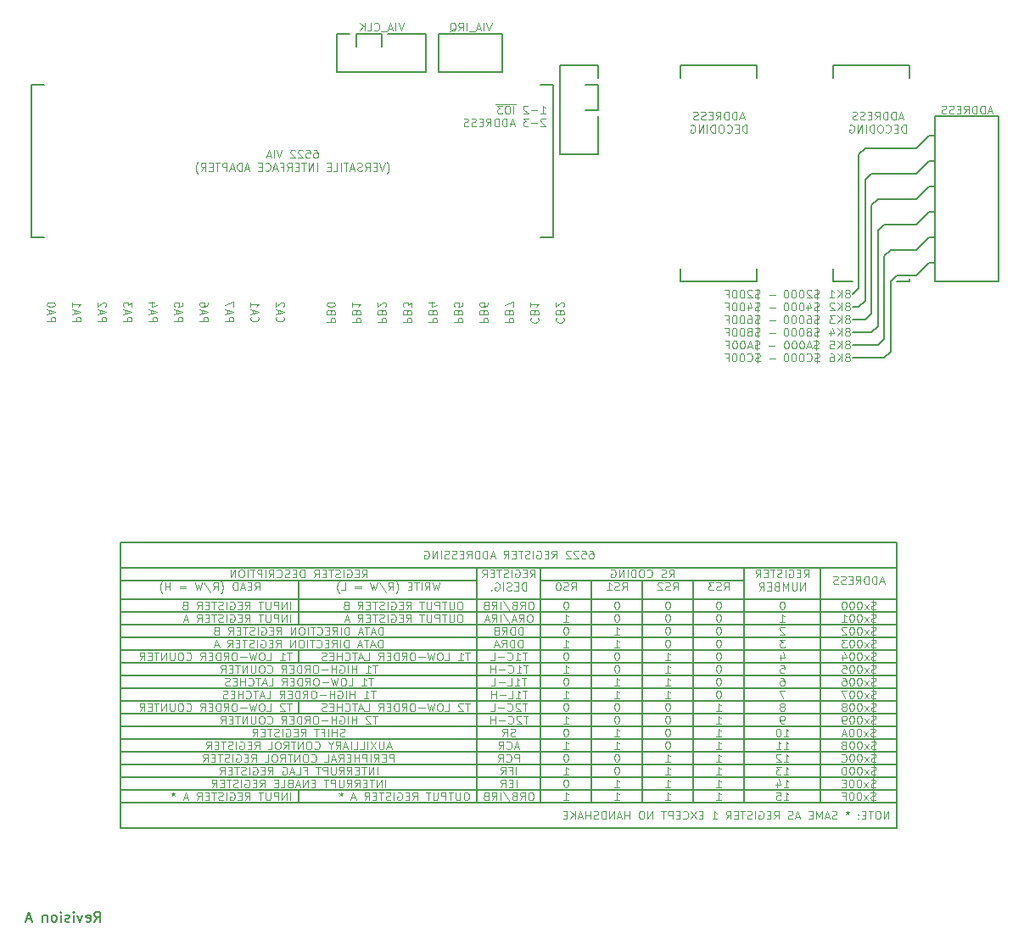
<source format=gbo>
G04 #@! TF.FileFunction,Legend,Bot*
%FSLAX46Y46*%
G04 Gerber Fmt 4.6, Leading zero omitted, Abs format (unit mm)*
G04 Created by KiCad (PCBNEW 4.0.7) date 12/31/19 01:00:58*
%MOMM*%
%LPD*%
G01*
G04 APERTURE LIST*
%ADD10C,0.100000*%
%ADD11C,0.200000*%
%ADD12C,0.150000*%
G04 APERTURE END LIST*
D10*
D11*
X132715000Y-59055000D02*
X141605000Y-59055000D01*
X132715000Y-55245000D02*
X132715000Y-59055000D01*
X133985000Y-55245000D02*
X132715000Y-55245000D01*
X134620000Y-55245000D02*
X134620000Y-56515000D01*
X137160000Y-55245000D02*
X134620000Y-55245000D01*
X137160000Y-56515000D02*
X137160000Y-55245000D01*
X141605000Y-55245000D02*
X137795000Y-55245000D01*
D10*
X139388571Y-54171905D02*
X139121904Y-54971905D01*
X138855237Y-54171905D01*
X138588571Y-54971905D02*
X138588571Y-54171905D01*
X138245714Y-54743333D02*
X137864762Y-54743333D01*
X138321905Y-54971905D02*
X138055238Y-54171905D01*
X137788571Y-54971905D01*
X137712381Y-55048095D02*
X137102857Y-55048095D01*
X136455238Y-54895714D02*
X136493333Y-54933810D01*
X136607619Y-54971905D01*
X136683809Y-54971905D01*
X136798095Y-54933810D01*
X136874286Y-54857619D01*
X136912381Y-54781429D01*
X136950476Y-54629048D01*
X136950476Y-54514762D01*
X136912381Y-54362381D01*
X136874286Y-54286190D01*
X136798095Y-54210000D01*
X136683809Y-54171905D01*
X136607619Y-54171905D01*
X136493333Y-54210000D01*
X136455238Y-54248095D01*
X135731428Y-54971905D02*
X136112381Y-54971905D01*
X136112381Y-54171905D01*
X135464762Y-54971905D02*
X135464762Y-54171905D01*
X135007619Y-54971905D02*
X135350476Y-54514762D01*
X135007619Y-54171905D02*
X135464762Y-54629048D01*
D11*
X141605000Y-59055000D02*
X141605000Y-55245000D01*
D10*
X148164285Y-54171905D02*
X147897618Y-54971905D01*
X147630951Y-54171905D01*
X147364285Y-54971905D02*
X147364285Y-54171905D01*
X147021428Y-54743333D02*
X146640476Y-54743333D01*
X147097619Y-54971905D02*
X146830952Y-54171905D01*
X146564285Y-54971905D01*
X146488095Y-55048095D02*
X145878571Y-55048095D01*
X145688095Y-54971905D02*
X145688095Y-54171905D01*
X144850000Y-54971905D02*
X145116667Y-54590952D01*
X145307143Y-54971905D02*
X145307143Y-54171905D01*
X145002381Y-54171905D01*
X144926190Y-54210000D01*
X144888095Y-54248095D01*
X144850000Y-54324286D01*
X144850000Y-54438571D01*
X144888095Y-54514762D01*
X144926190Y-54552857D01*
X145002381Y-54590952D01*
X145307143Y-54590952D01*
X143973809Y-55048095D02*
X144050000Y-55010000D01*
X144126190Y-54933810D01*
X144240476Y-54819524D01*
X144316667Y-54781429D01*
X144392857Y-54781429D01*
X144354762Y-54971905D02*
X144430952Y-54933810D01*
X144507143Y-54857619D01*
X144545238Y-54705238D01*
X144545238Y-54438571D01*
X144507143Y-54286190D01*
X144430952Y-54210000D01*
X144354762Y-54171905D01*
X144202381Y-54171905D01*
X144126190Y-54210000D01*
X144050000Y-54286190D01*
X144011905Y-54438571D01*
X144011905Y-54705238D01*
X144050000Y-54857619D01*
X144126190Y-54933810D01*
X144202381Y-54971905D01*
X144354762Y-54971905D01*
X198094286Y-62998333D02*
X197713334Y-62998333D01*
X198170477Y-63226905D02*
X197903810Y-62426905D01*
X197637143Y-63226905D01*
X197370477Y-63226905D02*
X197370477Y-62426905D01*
X197180001Y-62426905D01*
X197065715Y-62465000D01*
X196989524Y-62541190D01*
X196951429Y-62617381D01*
X196913334Y-62769762D01*
X196913334Y-62884048D01*
X196951429Y-63036429D01*
X196989524Y-63112619D01*
X197065715Y-63188810D01*
X197180001Y-63226905D01*
X197370477Y-63226905D01*
X196570477Y-63226905D02*
X196570477Y-62426905D01*
X196380001Y-62426905D01*
X196265715Y-62465000D01*
X196189524Y-62541190D01*
X196151429Y-62617381D01*
X196113334Y-62769762D01*
X196113334Y-62884048D01*
X196151429Y-63036429D01*
X196189524Y-63112619D01*
X196265715Y-63188810D01*
X196380001Y-63226905D01*
X196570477Y-63226905D01*
X195313334Y-63226905D02*
X195580001Y-62845952D01*
X195770477Y-63226905D02*
X195770477Y-62426905D01*
X195465715Y-62426905D01*
X195389524Y-62465000D01*
X195351429Y-62503095D01*
X195313334Y-62579286D01*
X195313334Y-62693571D01*
X195351429Y-62769762D01*
X195389524Y-62807857D01*
X195465715Y-62845952D01*
X195770477Y-62845952D01*
X194970477Y-62807857D02*
X194703810Y-62807857D01*
X194589524Y-63226905D02*
X194970477Y-63226905D01*
X194970477Y-62426905D01*
X194589524Y-62426905D01*
X194284762Y-63188810D02*
X194170476Y-63226905D01*
X193980000Y-63226905D01*
X193903810Y-63188810D01*
X193865714Y-63150714D01*
X193827619Y-63074524D01*
X193827619Y-62998333D01*
X193865714Y-62922143D01*
X193903810Y-62884048D01*
X193980000Y-62845952D01*
X194132381Y-62807857D01*
X194208572Y-62769762D01*
X194246667Y-62731667D01*
X194284762Y-62655476D01*
X194284762Y-62579286D01*
X194246667Y-62503095D01*
X194208572Y-62465000D01*
X194132381Y-62426905D01*
X193941905Y-62426905D01*
X193827619Y-62465000D01*
X193522857Y-63188810D02*
X193408571Y-63226905D01*
X193218095Y-63226905D01*
X193141905Y-63188810D01*
X193103809Y-63150714D01*
X193065714Y-63074524D01*
X193065714Y-62998333D01*
X193103809Y-62922143D01*
X193141905Y-62884048D01*
X193218095Y-62845952D01*
X193370476Y-62807857D01*
X193446667Y-62769762D01*
X193484762Y-62731667D01*
X193522857Y-62655476D01*
X193522857Y-62579286D01*
X193484762Y-62503095D01*
X193446667Y-62465000D01*
X193370476Y-62426905D01*
X193180000Y-62426905D01*
X193065714Y-62465000D01*
X126714286Y-83515000D02*
X126676190Y-83553095D01*
X126638095Y-83667381D01*
X126638095Y-83743571D01*
X126676190Y-83857857D01*
X126752381Y-83934048D01*
X126828571Y-83972143D01*
X126980952Y-84010238D01*
X127095238Y-84010238D01*
X127247619Y-83972143D01*
X127323810Y-83934048D01*
X127400000Y-83857857D01*
X127438095Y-83743571D01*
X127438095Y-83667381D01*
X127400000Y-83553095D01*
X127361905Y-83515000D01*
X126866667Y-83210238D02*
X126866667Y-82829286D01*
X126638095Y-83286429D02*
X127438095Y-83019762D01*
X126638095Y-82753095D01*
X127361905Y-82524524D02*
X127400000Y-82486429D01*
X127438095Y-82410238D01*
X127438095Y-82219762D01*
X127400000Y-82143572D01*
X127361905Y-82105476D01*
X127285714Y-82067381D01*
X127209524Y-82067381D01*
X127095238Y-82105476D01*
X126638095Y-82562619D01*
X126638095Y-82067381D01*
X124174286Y-83515000D02*
X124136190Y-83553095D01*
X124098095Y-83667381D01*
X124098095Y-83743571D01*
X124136190Y-83857857D01*
X124212381Y-83934048D01*
X124288571Y-83972143D01*
X124440952Y-84010238D01*
X124555238Y-84010238D01*
X124707619Y-83972143D01*
X124783810Y-83934048D01*
X124860000Y-83857857D01*
X124898095Y-83743571D01*
X124898095Y-83667381D01*
X124860000Y-83553095D01*
X124821905Y-83515000D01*
X124326667Y-83210238D02*
X124326667Y-82829286D01*
X124098095Y-83286429D02*
X124898095Y-83019762D01*
X124098095Y-82753095D01*
X124098095Y-82067381D02*
X124098095Y-82524524D01*
X124098095Y-82295953D02*
X124898095Y-82295953D01*
X124783810Y-82372143D01*
X124707619Y-82448334D01*
X124669524Y-82524524D01*
X121558095Y-83972143D02*
X122358095Y-83972143D01*
X122358095Y-83667381D01*
X122320000Y-83591190D01*
X122281905Y-83553095D01*
X122205714Y-83515000D01*
X122091429Y-83515000D01*
X122015238Y-83553095D01*
X121977143Y-83591190D01*
X121939048Y-83667381D01*
X121939048Y-83972143D01*
X121786667Y-83210238D02*
X121786667Y-82829286D01*
X121558095Y-83286429D02*
X122358095Y-83019762D01*
X121558095Y-82753095D01*
X122358095Y-82562619D02*
X122358095Y-82029286D01*
X121558095Y-82372143D01*
X119018095Y-83972143D02*
X119818095Y-83972143D01*
X119818095Y-83667381D01*
X119780000Y-83591190D01*
X119741905Y-83553095D01*
X119665714Y-83515000D01*
X119551429Y-83515000D01*
X119475238Y-83553095D01*
X119437143Y-83591190D01*
X119399048Y-83667381D01*
X119399048Y-83972143D01*
X119246667Y-83210238D02*
X119246667Y-82829286D01*
X119018095Y-83286429D02*
X119818095Y-83019762D01*
X119018095Y-82753095D01*
X119818095Y-82143572D02*
X119818095Y-82295953D01*
X119780000Y-82372143D01*
X119741905Y-82410238D01*
X119627619Y-82486429D01*
X119475238Y-82524524D01*
X119170476Y-82524524D01*
X119094286Y-82486429D01*
X119056190Y-82448334D01*
X119018095Y-82372143D01*
X119018095Y-82219762D01*
X119056190Y-82143572D01*
X119094286Y-82105476D01*
X119170476Y-82067381D01*
X119360952Y-82067381D01*
X119437143Y-82105476D01*
X119475238Y-82143572D01*
X119513333Y-82219762D01*
X119513333Y-82372143D01*
X119475238Y-82448334D01*
X119437143Y-82486429D01*
X119360952Y-82524524D01*
X116478095Y-83972143D02*
X117278095Y-83972143D01*
X117278095Y-83667381D01*
X117240000Y-83591190D01*
X117201905Y-83553095D01*
X117125714Y-83515000D01*
X117011429Y-83515000D01*
X116935238Y-83553095D01*
X116897143Y-83591190D01*
X116859048Y-83667381D01*
X116859048Y-83972143D01*
X116706667Y-83210238D02*
X116706667Y-82829286D01*
X116478095Y-83286429D02*
X117278095Y-83019762D01*
X116478095Y-82753095D01*
X117278095Y-82105476D02*
X117278095Y-82486429D01*
X116897143Y-82524524D01*
X116935238Y-82486429D01*
X116973333Y-82410238D01*
X116973333Y-82219762D01*
X116935238Y-82143572D01*
X116897143Y-82105476D01*
X116820952Y-82067381D01*
X116630476Y-82067381D01*
X116554286Y-82105476D01*
X116516190Y-82143572D01*
X116478095Y-82219762D01*
X116478095Y-82410238D01*
X116516190Y-82486429D01*
X116554286Y-82524524D01*
X113938095Y-83972143D02*
X114738095Y-83972143D01*
X114738095Y-83667381D01*
X114700000Y-83591190D01*
X114661905Y-83553095D01*
X114585714Y-83515000D01*
X114471429Y-83515000D01*
X114395238Y-83553095D01*
X114357143Y-83591190D01*
X114319048Y-83667381D01*
X114319048Y-83972143D01*
X114166667Y-83210238D02*
X114166667Y-82829286D01*
X113938095Y-83286429D02*
X114738095Y-83019762D01*
X113938095Y-82753095D01*
X114471429Y-82143572D02*
X113938095Y-82143572D01*
X114776190Y-82334048D02*
X114204762Y-82524524D01*
X114204762Y-82029286D01*
X111398095Y-83972143D02*
X112198095Y-83972143D01*
X112198095Y-83667381D01*
X112160000Y-83591190D01*
X112121905Y-83553095D01*
X112045714Y-83515000D01*
X111931429Y-83515000D01*
X111855238Y-83553095D01*
X111817143Y-83591190D01*
X111779048Y-83667381D01*
X111779048Y-83972143D01*
X111626667Y-83210238D02*
X111626667Y-82829286D01*
X111398095Y-83286429D02*
X112198095Y-83019762D01*
X111398095Y-82753095D01*
X112198095Y-82562619D02*
X112198095Y-82067381D01*
X111893333Y-82334048D01*
X111893333Y-82219762D01*
X111855238Y-82143572D01*
X111817143Y-82105476D01*
X111740952Y-82067381D01*
X111550476Y-82067381D01*
X111474286Y-82105476D01*
X111436190Y-82143572D01*
X111398095Y-82219762D01*
X111398095Y-82448334D01*
X111436190Y-82524524D01*
X111474286Y-82562619D01*
X108858095Y-83972143D02*
X109658095Y-83972143D01*
X109658095Y-83667381D01*
X109620000Y-83591190D01*
X109581905Y-83553095D01*
X109505714Y-83515000D01*
X109391429Y-83515000D01*
X109315238Y-83553095D01*
X109277143Y-83591190D01*
X109239048Y-83667381D01*
X109239048Y-83972143D01*
X109086667Y-83210238D02*
X109086667Y-82829286D01*
X108858095Y-83286429D02*
X109658095Y-83019762D01*
X108858095Y-82753095D01*
X109581905Y-82524524D02*
X109620000Y-82486429D01*
X109658095Y-82410238D01*
X109658095Y-82219762D01*
X109620000Y-82143572D01*
X109581905Y-82105476D01*
X109505714Y-82067381D01*
X109429524Y-82067381D01*
X109315238Y-82105476D01*
X108858095Y-82562619D01*
X108858095Y-82067381D01*
X106318095Y-83972143D02*
X107118095Y-83972143D01*
X107118095Y-83667381D01*
X107080000Y-83591190D01*
X107041905Y-83553095D01*
X106965714Y-83515000D01*
X106851429Y-83515000D01*
X106775238Y-83553095D01*
X106737143Y-83591190D01*
X106699048Y-83667381D01*
X106699048Y-83972143D01*
X106546667Y-83210238D02*
X106546667Y-82829286D01*
X106318095Y-83286429D02*
X107118095Y-83019762D01*
X106318095Y-82753095D01*
X106318095Y-82067381D02*
X106318095Y-82524524D01*
X106318095Y-82295953D02*
X107118095Y-82295953D01*
X107003810Y-82372143D01*
X106927619Y-82448334D01*
X106889524Y-82524524D01*
X103778095Y-83972143D02*
X104578095Y-83972143D01*
X104578095Y-83667381D01*
X104540000Y-83591190D01*
X104501905Y-83553095D01*
X104425714Y-83515000D01*
X104311429Y-83515000D01*
X104235238Y-83553095D01*
X104197143Y-83591190D01*
X104159048Y-83667381D01*
X104159048Y-83972143D01*
X104006667Y-83210238D02*
X104006667Y-82829286D01*
X103778095Y-83286429D02*
X104578095Y-83019762D01*
X103778095Y-82753095D01*
X104578095Y-82334048D02*
X104578095Y-82257857D01*
X104540000Y-82181667D01*
X104501905Y-82143572D01*
X104425714Y-82105476D01*
X104273333Y-82067381D01*
X104082857Y-82067381D01*
X103930476Y-82105476D01*
X103854286Y-82143572D01*
X103816190Y-82181667D01*
X103778095Y-82257857D01*
X103778095Y-82334048D01*
X103816190Y-82410238D01*
X103854286Y-82448334D01*
X103930476Y-82486429D01*
X104082857Y-82524524D01*
X104273333Y-82524524D01*
X104425714Y-82486429D01*
X104501905Y-82448334D01*
X104540000Y-82410238D01*
X104578095Y-82334048D01*
X154654286Y-83629286D02*
X154616190Y-83667381D01*
X154578095Y-83781667D01*
X154578095Y-83857857D01*
X154616190Y-83972143D01*
X154692381Y-84048334D01*
X154768571Y-84086429D01*
X154920952Y-84124524D01*
X155035238Y-84124524D01*
X155187619Y-84086429D01*
X155263810Y-84048334D01*
X155340000Y-83972143D01*
X155378095Y-83857857D01*
X155378095Y-83781667D01*
X155340000Y-83667381D01*
X155301905Y-83629286D01*
X154997143Y-83019762D02*
X154959048Y-82905476D01*
X154920952Y-82867381D01*
X154844762Y-82829286D01*
X154730476Y-82829286D01*
X154654286Y-82867381D01*
X154616190Y-82905476D01*
X154578095Y-82981667D01*
X154578095Y-83286429D01*
X155378095Y-83286429D01*
X155378095Y-83019762D01*
X155340000Y-82943572D01*
X155301905Y-82905476D01*
X155225714Y-82867381D01*
X155149524Y-82867381D01*
X155073333Y-82905476D01*
X155035238Y-82943572D01*
X154997143Y-83019762D01*
X154997143Y-83286429D01*
X155301905Y-82524524D02*
X155340000Y-82486429D01*
X155378095Y-82410238D01*
X155378095Y-82219762D01*
X155340000Y-82143572D01*
X155301905Y-82105476D01*
X155225714Y-82067381D01*
X155149524Y-82067381D01*
X155035238Y-82105476D01*
X154578095Y-82562619D01*
X154578095Y-82067381D01*
X152114286Y-83629286D02*
X152076190Y-83667381D01*
X152038095Y-83781667D01*
X152038095Y-83857857D01*
X152076190Y-83972143D01*
X152152381Y-84048334D01*
X152228571Y-84086429D01*
X152380952Y-84124524D01*
X152495238Y-84124524D01*
X152647619Y-84086429D01*
X152723810Y-84048334D01*
X152800000Y-83972143D01*
X152838095Y-83857857D01*
X152838095Y-83781667D01*
X152800000Y-83667381D01*
X152761905Y-83629286D01*
X152457143Y-83019762D02*
X152419048Y-82905476D01*
X152380952Y-82867381D01*
X152304762Y-82829286D01*
X152190476Y-82829286D01*
X152114286Y-82867381D01*
X152076190Y-82905476D01*
X152038095Y-82981667D01*
X152038095Y-83286429D01*
X152838095Y-83286429D01*
X152838095Y-83019762D01*
X152800000Y-82943572D01*
X152761905Y-82905476D01*
X152685714Y-82867381D01*
X152609524Y-82867381D01*
X152533333Y-82905476D01*
X152495238Y-82943572D01*
X152457143Y-83019762D01*
X152457143Y-83286429D01*
X152038095Y-82067381D02*
X152038095Y-82524524D01*
X152038095Y-82295953D02*
X152838095Y-82295953D01*
X152723810Y-82372143D01*
X152647619Y-82448334D01*
X152609524Y-82524524D01*
X149498095Y-84086429D02*
X150298095Y-84086429D01*
X150298095Y-83781667D01*
X150260000Y-83705476D01*
X150221905Y-83667381D01*
X150145714Y-83629286D01*
X150031429Y-83629286D01*
X149955238Y-83667381D01*
X149917143Y-83705476D01*
X149879048Y-83781667D01*
X149879048Y-84086429D01*
X149917143Y-83019762D02*
X149879048Y-82905476D01*
X149840952Y-82867381D01*
X149764762Y-82829286D01*
X149650476Y-82829286D01*
X149574286Y-82867381D01*
X149536190Y-82905476D01*
X149498095Y-82981667D01*
X149498095Y-83286429D01*
X150298095Y-83286429D01*
X150298095Y-83019762D01*
X150260000Y-82943572D01*
X150221905Y-82905476D01*
X150145714Y-82867381D01*
X150069524Y-82867381D01*
X149993333Y-82905476D01*
X149955238Y-82943572D01*
X149917143Y-83019762D01*
X149917143Y-83286429D01*
X150298095Y-82562619D02*
X150298095Y-82029286D01*
X149498095Y-82372143D01*
X146958095Y-84086429D02*
X147758095Y-84086429D01*
X147758095Y-83781667D01*
X147720000Y-83705476D01*
X147681905Y-83667381D01*
X147605714Y-83629286D01*
X147491429Y-83629286D01*
X147415238Y-83667381D01*
X147377143Y-83705476D01*
X147339048Y-83781667D01*
X147339048Y-84086429D01*
X147377143Y-83019762D02*
X147339048Y-82905476D01*
X147300952Y-82867381D01*
X147224762Y-82829286D01*
X147110476Y-82829286D01*
X147034286Y-82867381D01*
X146996190Y-82905476D01*
X146958095Y-82981667D01*
X146958095Y-83286429D01*
X147758095Y-83286429D01*
X147758095Y-83019762D01*
X147720000Y-82943572D01*
X147681905Y-82905476D01*
X147605714Y-82867381D01*
X147529524Y-82867381D01*
X147453333Y-82905476D01*
X147415238Y-82943572D01*
X147377143Y-83019762D01*
X147377143Y-83286429D01*
X147758095Y-82143572D02*
X147758095Y-82295953D01*
X147720000Y-82372143D01*
X147681905Y-82410238D01*
X147567619Y-82486429D01*
X147415238Y-82524524D01*
X147110476Y-82524524D01*
X147034286Y-82486429D01*
X146996190Y-82448334D01*
X146958095Y-82372143D01*
X146958095Y-82219762D01*
X146996190Y-82143572D01*
X147034286Y-82105476D01*
X147110476Y-82067381D01*
X147300952Y-82067381D01*
X147377143Y-82105476D01*
X147415238Y-82143572D01*
X147453333Y-82219762D01*
X147453333Y-82372143D01*
X147415238Y-82448334D01*
X147377143Y-82486429D01*
X147300952Y-82524524D01*
X144418095Y-84086429D02*
X145218095Y-84086429D01*
X145218095Y-83781667D01*
X145180000Y-83705476D01*
X145141905Y-83667381D01*
X145065714Y-83629286D01*
X144951429Y-83629286D01*
X144875238Y-83667381D01*
X144837143Y-83705476D01*
X144799048Y-83781667D01*
X144799048Y-84086429D01*
X144837143Y-83019762D02*
X144799048Y-82905476D01*
X144760952Y-82867381D01*
X144684762Y-82829286D01*
X144570476Y-82829286D01*
X144494286Y-82867381D01*
X144456190Y-82905476D01*
X144418095Y-82981667D01*
X144418095Y-83286429D01*
X145218095Y-83286429D01*
X145218095Y-83019762D01*
X145180000Y-82943572D01*
X145141905Y-82905476D01*
X145065714Y-82867381D01*
X144989524Y-82867381D01*
X144913333Y-82905476D01*
X144875238Y-82943572D01*
X144837143Y-83019762D01*
X144837143Y-83286429D01*
X145218095Y-82105476D02*
X145218095Y-82486429D01*
X144837143Y-82524524D01*
X144875238Y-82486429D01*
X144913333Y-82410238D01*
X144913333Y-82219762D01*
X144875238Y-82143572D01*
X144837143Y-82105476D01*
X144760952Y-82067381D01*
X144570476Y-82067381D01*
X144494286Y-82105476D01*
X144456190Y-82143572D01*
X144418095Y-82219762D01*
X144418095Y-82410238D01*
X144456190Y-82486429D01*
X144494286Y-82524524D01*
X141878095Y-84086429D02*
X142678095Y-84086429D01*
X142678095Y-83781667D01*
X142640000Y-83705476D01*
X142601905Y-83667381D01*
X142525714Y-83629286D01*
X142411429Y-83629286D01*
X142335238Y-83667381D01*
X142297143Y-83705476D01*
X142259048Y-83781667D01*
X142259048Y-84086429D01*
X142297143Y-83019762D02*
X142259048Y-82905476D01*
X142220952Y-82867381D01*
X142144762Y-82829286D01*
X142030476Y-82829286D01*
X141954286Y-82867381D01*
X141916190Y-82905476D01*
X141878095Y-82981667D01*
X141878095Y-83286429D01*
X142678095Y-83286429D01*
X142678095Y-83019762D01*
X142640000Y-82943572D01*
X142601905Y-82905476D01*
X142525714Y-82867381D01*
X142449524Y-82867381D01*
X142373333Y-82905476D01*
X142335238Y-82943572D01*
X142297143Y-83019762D01*
X142297143Y-83286429D01*
X142411429Y-82143572D02*
X141878095Y-82143572D01*
X142716190Y-82334048D02*
X142144762Y-82524524D01*
X142144762Y-82029286D01*
X139338095Y-84086429D02*
X140138095Y-84086429D01*
X140138095Y-83781667D01*
X140100000Y-83705476D01*
X140061905Y-83667381D01*
X139985714Y-83629286D01*
X139871429Y-83629286D01*
X139795238Y-83667381D01*
X139757143Y-83705476D01*
X139719048Y-83781667D01*
X139719048Y-84086429D01*
X139757143Y-83019762D02*
X139719048Y-82905476D01*
X139680952Y-82867381D01*
X139604762Y-82829286D01*
X139490476Y-82829286D01*
X139414286Y-82867381D01*
X139376190Y-82905476D01*
X139338095Y-82981667D01*
X139338095Y-83286429D01*
X140138095Y-83286429D01*
X140138095Y-83019762D01*
X140100000Y-82943572D01*
X140061905Y-82905476D01*
X139985714Y-82867381D01*
X139909524Y-82867381D01*
X139833333Y-82905476D01*
X139795238Y-82943572D01*
X139757143Y-83019762D01*
X139757143Y-83286429D01*
X140138095Y-82562619D02*
X140138095Y-82067381D01*
X139833333Y-82334048D01*
X139833333Y-82219762D01*
X139795238Y-82143572D01*
X139757143Y-82105476D01*
X139680952Y-82067381D01*
X139490476Y-82067381D01*
X139414286Y-82105476D01*
X139376190Y-82143572D01*
X139338095Y-82219762D01*
X139338095Y-82448334D01*
X139376190Y-82524524D01*
X139414286Y-82562619D01*
X136798095Y-84086429D02*
X137598095Y-84086429D01*
X137598095Y-83781667D01*
X137560000Y-83705476D01*
X137521905Y-83667381D01*
X137445714Y-83629286D01*
X137331429Y-83629286D01*
X137255238Y-83667381D01*
X137217143Y-83705476D01*
X137179048Y-83781667D01*
X137179048Y-84086429D01*
X137217143Y-83019762D02*
X137179048Y-82905476D01*
X137140952Y-82867381D01*
X137064762Y-82829286D01*
X136950476Y-82829286D01*
X136874286Y-82867381D01*
X136836190Y-82905476D01*
X136798095Y-82981667D01*
X136798095Y-83286429D01*
X137598095Y-83286429D01*
X137598095Y-83019762D01*
X137560000Y-82943572D01*
X137521905Y-82905476D01*
X137445714Y-82867381D01*
X137369524Y-82867381D01*
X137293333Y-82905476D01*
X137255238Y-82943572D01*
X137217143Y-83019762D01*
X137217143Y-83286429D01*
X137521905Y-82524524D02*
X137560000Y-82486429D01*
X137598095Y-82410238D01*
X137598095Y-82219762D01*
X137560000Y-82143572D01*
X137521905Y-82105476D01*
X137445714Y-82067381D01*
X137369524Y-82067381D01*
X137255238Y-82105476D01*
X136798095Y-82562619D01*
X136798095Y-82067381D01*
X134258095Y-84086429D02*
X135058095Y-84086429D01*
X135058095Y-83781667D01*
X135020000Y-83705476D01*
X134981905Y-83667381D01*
X134905714Y-83629286D01*
X134791429Y-83629286D01*
X134715238Y-83667381D01*
X134677143Y-83705476D01*
X134639048Y-83781667D01*
X134639048Y-84086429D01*
X134677143Y-83019762D02*
X134639048Y-82905476D01*
X134600952Y-82867381D01*
X134524762Y-82829286D01*
X134410476Y-82829286D01*
X134334286Y-82867381D01*
X134296190Y-82905476D01*
X134258095Y-82981667D01*
X134258095Y-83286429D01*
X135058095Y-83286429D01*
X135058095Y-83019762D01*
X135020000Y-82943572D01*
X134981905Y-82905476D01*
X134905714Y-82867381D01*
X134829524Y-82867381D01*
X134753333Y-82905476D01*
X134715238Y-82943572D01*
X134677143Y-83019762D01*
X134677143Y-83286429D01*
X134258095Y-82067381D02*
X134258095Y-82524524D01*
X134258095Y-82295953D02*
X135058095Y-82295953D01*
X134943810Y-82372143D01*
X134867619Y-82448334D01*
X134829524Y-82524524D01*
X131718095Y-84086429D02*
X132518095Y-84086429D01*
X132518095Y-83781667D01*
X132480000Y-83705476D01*
X132441905Y-83667381D01*
X132365714Y-83629286D01*
X132251429Y-83629286D01*
X132175238Y-83667381D01*
X132137143Y-83705476D01*
X132099048Y-83781667D01*
X132099048Y-84086429D01*
X132137143Y-83019762D02*
X132099048Y-82905476D01*
X132060952Y-82867381D01*
X131984762Y-82829286D01*
X131870476Y-82829286D01*
X131794286Y-82867381D01*
X131756190Y-82905476D01*
X131718095Y-82981667D01*
X131718095Y-83286429D01*
X132518095Y-83286429D01*
X132518095Y-83019762D01*
X132480000Y-82943572D01*
X132441905Y-82905476D01*
X132365714Y-82867381D01*
X132289524Y-82867381D01*
X132213333Y-82905476D01*
X132175238Y-82943572D01*
X132137143Y-83019762D01*
X132137143Y-83286429D01*
X132518095Y-82334048D02*
X132518095Y-82257857D01*
X132480000Y-82181667D01*
X132441905Y-82143572D01*
X132365714Y-82105476D01*
X132213333Y-82067381D01*
X132022857Y-82067381D01*
X131870476Y-82105476D01*
X131794286Y-82143572D01*
X131756190Y-82181667D01*
X131718095Y-82257857D01*
X131718095Y-82334048D01*
X131756190Y-82410238D01*
X131794286Y-82448334D01*
X131870476Y-82486429D01*
X132022857Y-82524524D01*
X132213333Y-82524524D01*
X132365714Y-82486429D01*
X132441905Y-82448334D01*
X132480000Y-82410238D01*
X132518095Y-82334048D01*
X153517619Y-63773095D02*
X153479524Y-63735000D01*
X153403333Y-63696905D01*
X153212857Y-63696905D01*
X153136667Y-63735000D01*
X153098571Y-63773095D01*
X153060476Y-63849286D01*
X153060476Y-63925476D01*
X153098571Y-64039762D01*
X153555714Y-64496905D01*
X153060476Y-64496905D01*
X152717619Y-64192143D02*
X152108095Y-64192143D01*
X151803333Y-63696905D02*
X151308095Y-63696905D01*
X151574762Y-64001667D01*
X151460476Y-64001667D01*
X151384286Y-64039762D01*
X151346190Y-64077857D01*
X151308095Y-64154048D01*
X151308095Y-64344524D01*
X151346190Y-64420714D01*
X151384286Y-64458810D01*
X151460476Y-64496905D01*
X151689048Y-64496905D01*
X151765238Y-64458810D01*
X151803333Y-64420714D01*
X150393809Y-64268333D02*
X150012857Y-64268333D01*
X150470000Y-64496905D02*
X150203333Y-63696905D01*
X149936666Y-64496905D01*
X149670000Y-64496905D02*
X149670000Y-63696905D01*
X149479524Y-63696905D01*
X149365238Y-63735000D01*
X149289047Y-63811190D01*
X149250952Y-63887381D01*
X149212857Y-64039762D01*
X149212857Y-64154048D01*
X149250952Y-64306429D01*
X149289047Y-64382619D01*
X149365238Y-64458810D01*
X149479524Y-64496905D01*
X149670000Y-64496905D01*
X148870000Y-64496905D02*
X148870000Y-63696905D01*
X148679524Y-63696905D01*
X148565238Y-63735000D01*
X148489047Y-63811190D01*
X148450952Y-63887381D01*
X148412857Y-64039762D01*
X148412857Y-64154048D01*
X148450952Y-64306429D01*
X148489047Y-64382619D01*
X148565238Y-64458810D01*
X148679524Y-64496905D01*
X148870000Y-64496905D01*
X147612857Y-64496905D02*
X147879524Y-64115952D01*
X148070000Y-64496905D02*
X148070000Y-63696905D01*
X147765238Y-63696905D01*
X147689047Y-63735000D01*
X147650952Y-63773095D01*
X147612857Y-63849286D01*
X147612857Y-63963571D01*
X147650952Y-64039762D01*
X147689047Y-64077857D01*
X147765238Y-64115952D01*
X148070000Y-64115952D01*
X147270000Y-64077857D02*
X147003333Y-64077857D01*
X146889047Y-64496905D02*
X147270000Y-64496905D01*
X147270000Y-63696905D01*
X146889047Y-63696905D01*
X146584285Y-64458810D02*
X146469999Y-64496905D01*
X146279523Y-64496905D01*
X146203333Y-64458810D01*
X146165237Y-64420714D01*
X146127142Y-64344524D01*
X146127142Y-64268333D01*
X146165237Y-64192143D01*
X146203333Y-64154048D01*
X146279523Y-64115952D01*
X146431904Y-64077857D01*
X146508095Y-64039762D01*
X146546190Y-64001667D01*
X146584285Y-63925476D01*
X146584285Y-63849286D01*
X146546190Y-63773095D01*
X146508095Y-63735000D01*
X146431904Y-63696905D01*
X146241428Y-63696905D01*
X146127142Y-63735000D01*
X145822380Y-64458810D02*
X145708094Y-64496905D01*
X145517618Y-64496905D01*
X145441428Y-64458810D01*
X145403332Y-64420714D01*
X145365237Y-64344524D01*
X145365237Y-64268333D01*
X145403332Y-64192143D01*
X145441428Y-64154048D01*
X145517618Y-64115952D01*
X145669999Y-64077857D01*
X145746190Y-64039762D01*
X145784285Y-64001667D01*
X145822380Y-63925476D01*
X145822380Y-63849286D01*
X145784285Y-63773095D01*
X145746190Y-63735000D01*
X145669999Y-63696905D01*
X145479523Y-63696905D01*
X145365237Y-63735000D01*
X153060476Y-63226905D02*
X153517619Y-63226905D01*
X153289048Y-63226905D02*
X153289048Y-62426905D01*
X153365238Y-62541190D01*
X153441429Y-62617381D01*
X153517619Y-62655476D01*
X152717619Y-62922143D02*
X152108095Y-62922143D01*
X151765238Y-62503095D02*
X151727143Y-62465000D01*
X151650952Y-62426905D01*
X151460476Y-62426905D01*
X151384286Y-62465000D01*
X151346190Y-62503095D01*
X151308095Y-62579286D01*
X151308095Y-62655476D01*
X151346190Y-62769762D01*
X151803333Y-63226905D01*
X151308095Y-63226905D01*
X150355714Y-63226905D02*
X150355714Y-62426905D01*
X149822381Y-62426905D02*
X149670000Y-62426905D01*
X149593809Y-62465000D01*
X149517619Y-62541190D01*
X149479524Y-62693571D01*
X149479524Y-62960238D01*
X149517619Y-63112619D01*
X149593809Y-63188810D01*
X149670000Y-63226905D01*
X149822381Y-63226905D01*
X149898571Y-63188810D01*
X149974762Y-63112619D01*
X150012857Y-62960238D01*
X150012857Y-62693571D01*
X149974762Y-62541190D01*
X149898571Y-62465000D01*
X149822381Y-62426905D01*
X149212857Y-62426905D02*
X148717619Y-62426905D01*
X148984286Y-62731667D01*
X148870000Y-62731667D01*
X148793810Y-62769762D01*
X148755714Y-62807857D01*
X148717619Y-62884048D01*
X148717619Y-63074524D01*
X148755714Y-63150714D01*
X148793810Y-63188810D01*
X148870000Y-63226905D01*
X149098572Y-63226905D01*
X149174762Y-63188810D01*
X149212857Y-63150714D01*
X150546190Y-62289000D02*
X148565238Y-62289000D01*
X130441429Y-66856905D02*
X130593810Y-66856905D01*
X130670000Y-66895000D01*
X130708095Y-66933095D01*
X130784286Y-67047381D01*
X130822381Y-67199762D01*
X130822381Y-67504524D01*
X130784286Y-67580714D01*
X130746191Y-67618810D01*
X130670000Y-67656905D01*
X130517619Y-67656905D01*
X130441429Y-67618810D01*
X130403333Y-67580714D01*
X130365238Y-67504524D01*
X130365238Y-67314048D01*
X130403333Y-67237857D01*
X130441429Y-67199762D01*
X130517619Y-67161667D01*
X130670000Y-67161667D01*
X130746191Y-67199762D01*
X130784286Y-67237857D01*
X130822381Y-67314048D01*
X129641428Y-66856905D02*
X130022381Y-66856905D01*
X130060476Y-67237857D01*
X130022381Y-67199762D01*
X129946190Y-67161667D01*
X129755714Y-67161667D01*
X129679524Y-67199762D01*
X129641428Y-67237857D01*
X129603333Y-67314048D01*
X129603333Y-67504524D01*
X129641428Y-67580714D01*
X129679524Y-67618810D01*
X129755714Y-67656905D01*
X129946190Y-67656905D01*
X130022381Y-67618810D01*
X130060476Y-67580714D01*
X129298571Y-66933095D02*
X129260476Y-66895000D01*
X129184285Y-66856905D01*
X128993809Y-66856905D01*
X128917619Y-66895000D01*
X128879523Y-66933095D01*
X128841428Y-67009286D01*
X128841428Y-67085476D01*
X128879523Y-67199762D01*
X129336666Y-67656905D01*
X128841428Y-67656905D01*
X128536666Y-66933095D02*
X128498571Y-66895000D01*
X128422380Y-66856905D01*
X128231904Y-66856905D01*
X128155714Y-66895000D01*
X128117618Y-66933095D01*
X128079523Y-67009286D01*
X128079523Y-67085476D01*
X128117618Y-67199762D01*
X128574761Y-67656905D01*
X128079523Y-67656905D01*
X127241428Y-66856905D02*
X126974761Y-67656905D01*
X126708094Y-66856905D01*
X126441428Y-67656905D02*
X126441428Y-66856905D01*
X126098571Y-67428333D02*
X125717619Y-67428333D01*
X126174762Y-67656905D02*
X125908095Y-66856905D01*
X125641428Y-67656905D01*
X137679523Y-69261667D02*
X137717619Y-69223571D01*
X137793809Y-69109286D01*
X137831904Y-69033095D01*
X137870000Y-68918810D01*
X137908095Y-68728333D01*
X137908095Y-68575952D01*
X137870000Y-68385476D01*
X137831904Y-68271190D01*
X137793809Y-68195000D01*
X137717619Y-68080714D01*
X137679523Y-68042619D01*
X137489048Y-68156905D02*
X137222381Y-68956905D01*
X136955714Y-68156905D01*
X136689048Y-68537857D02*
X136422381Y-68537857D01*
X136308095Y-68956905D02*
X136689048Y-68956905D01*
X136689048Y-68156905D01*
X136308095Y-68156905D01*
X135508095Y-68956905D02*
X135774762Y-68575952D01*
X135965238Y-68956905D02*
X135965238Y-68156905D01*
X135660476Y-68156905D01*
X135584285Y-68195000D01*
X135546190Y-68233095D01*
X135508095Y-68309286D01*
X135508095Y-68423571D01*
X135546190Y-68499762D01*
X135584285Y-68537857D01*
X135660476Y-68575952D01*
X135965238Y-68575952D01*
X135203333Y-68918810D02*
X135089047Y-68956905D01*
X134898571Y-68956905D01*
X134822381Y-68918810D01*
X134784285Y-68880714D01*
X134746190Y-68804524D01*
X134746190Y-68728333D01*
X134784285Y-68652143D01*
X134822381Y-68614048D01*
X134898571Y-68575952D01*
X135050952Y-68537857D01*
X135127143Y-68499762D01*
X135165238Y-68461667D01*
X135203333Y-68385476D01*
X135203333Y-68309286D01*
X135165238Y-68233095D01*
X135127143Y-68195000D01*
X135050952Y-68156905D01*
X134860476Y-68156905D01*
X134746190Y-68195000D01*
X134441428Y-68728333D02*
X134060476Y-68728333D01*
X134517619Y-68956905D02*
X134250952Y-68156905D01*
X133984285Y-68956905D01*
X133831905Y-68156905D02*
X133374762Y-68156905D01*
X133603333Y-68956905D02*
X133603333Y-68156905D01*
X133108095Y-68956905D02*
X133108095Y-68156905D01*
X132346190Y-68956905D02*
X132727143Y-68956905D01*
X132727143Y-68156905D01*
X132079524Y-68537857D02*
X131812857Y-68537857D01*
X131698571Y-68956905D02*
X132079524Y-68956905D01*
X132079524Y-68156905D01*
X131698571Y-68156905D01*
X130746190Y-68956905D02*
X130746190Y-68156905D01*
X130365238Y-68956905D02*
X130365238Y-68156905D01*
X129908095Y-68956905D01*
X129908095Y-68156905D01*
X129641429Y-68156905D02*
X129184286Y-68156905D01*
X129412857Y-68956905D02*
X129412857Y-68156905D01*
X128917619Y-68537857D02*
X128650952Y-68537857D01*
X128536666Y-68956905D02*
X128917619Y-68956905D01*
X128917619Y-68156905D01*
X128536666Y-68156905D01*
X127736666Y-68956905D02*
X128003333Y-68575952D01*
X128193809Y-68956905D02*
X128193809Y-68156905D01*
X127889047Y-68156905D01*
X127812856Y-68195000D01*
X127774761Y-68233095D01*
X127736666Y-68309286D01*
X127736666Y-68423571D01*
X127774761Y-68499762D01*
X127812856Y-68537857D01*
X127889047Y-68575952D01*
X128193809Y-68575952D01*
X127127142Y-68537857D02*
X127393809Y-68537857D01*
X127393809Y-68956905D02*
X127393809Y-68156905D01*
X127012856Y-68156905D01*
X126746190Y-68728333D02*
X126365238Y-68728333D01*
X126822381Y-68956905D02*
X126555714Y-68156905D01*
X126289047Y-68956905D01*
X125565238Y-68880714D02*
X125603333Y-68918810D01*
X125717619Y-68956905D01*
X125793809Y-68956905D01*
X125908095Y-68918810D01*
X125984286Y-68842619D01*
X126022381Y-68766429D01*
X126060476Y-68614048D01*
X126060476Y-68499762D01*
X126022381Y-68347381D01*
X125984286Y-68271190D01*
X125908095Y-68195000D01*
X125793809Y-68156905D01*
X125717619Y-68156905D01*
X125603333Y-68195000D01*
X125565238Y-68233095D01*
X125222381Y-68537857D02*
X124955714Y-68537857D01*
X124841428Y-68956905D02*
X125222381Y-68956905D01*
X125222381Y-68156905D01*
X124841428Y-68156905D01*
X123927142Y-68728333D02*
X123546190Y-68728333D01*
X124003333Y-68956905D02*
X123736666Y-68156905D01*
X123469999Y-68956905D01*
X123203333Y-68956905D02*
X123203333Y-68156905D01*
X123012857Y-68156905D01*
X122898571Y-68195000D01*
X122822380Y-68271190D01*
X122784285Y-68347381D01*
X122746190Y-68499762D01*
X122746190Y-68614048D01*
X122784285Y-68766429D01*
X122822380Y-68842619D01*
X122898571Y-68918810D01*
X123012857Y-68956905D01*
X123203333Y-68956905D01*
X122441428Y-68728333D02*
X122060476Y-68728333D01*
X122517619Y-68956905D02*
X122250952Y-68156905D01*
X121984285Y-68956905D01*
X121717619Y-68956905D02*
X121717619Y-68156905D01*
X121412857Y-68156905D01*
X121336666Y-68195000D01*
X121298571Y-68233095D01*
X121260476Y-68309286D01*
X121260476Y-68423571D01*
X121298571Y-68499762D01*
X121336666Y-68537857D01*
X121412857Y-68575952D01*
X121717619Y-68575952D01*
X121031905Y-68156905D02*
X120574762Y-68156905D01*
X120803333Y-68956905D02*
X120803333Y-68156905D01*
X120308095Y-68537857D02*
X120041428Y-68537857D01*
X119927142Y-68956905D02*
X120308095Y-68956905D01*
X120308095Y-68156905D01*
X119927142Y-68156905D01*
X119127142Y-68956905D02*
X119393809Y-68575952D01*
X119584285Y-68956905D02*
X119584285Y-68156905D01*
X119279523Y-68156905D01*
X119203332Y-68195000D01*
X119165237Y-68233095D01*
X119127142Y-68309286D01*
X119127142Y-68423571D01*
X119165237Y-68499762D01*
X119203332Y-68537857D01*
X119279523Y-68575952D01*
X119584285Y-68575952D01*
X118860475Y-69261667D02*
X118822380Y-69223571D01*
X118746190Y-69109286D01*
X118708094Y-69033095D01*
X118669999Y-68918810D01*
X118631904Y-68728333D01*
X118631904Y-68575952D01*
X118669999Y-68385476D01*
X118708094Y-68271190D01*
X118746190Y-68195000D01*
X118822380Y-68080714D01*
X118860475Y-68042619D01*
D11*
X189865000Y-80010000D02*
X189865000Y-79700000D01*
X188595000Y-80010000D02*
X189865000Y-80010000D01*
X182245000Y-80010000D02*
X184150000Y-80010000D01*
X182245000Y-78740000D02*
X182245000Y-80010000D01*
X174625000Y-80010000D02*
X174625000Y-78740000D01*
X167005000Y-80010000D02*
X174625000Y-80010000D01*
X167005000Y-78740000D02*
X167005000Y-80010000D01*
X189865000Y-58420000D02*
X189865000Y-59690000D01*
X182245000Y-58420000D02*
X189865000Y-58420000D01*
X182245000Y-59690000D02*
X182245000Y-58420000D01*
X174625000Y-58420000D02*
X174625000Y-59690000D01*
X167005000Y-58420000D02*
X174625000Y-58420000D01*
X167005000Y-59690000D02*
X167005000Y-58420000D01*
D10*
X176485238Y-87687143D02*
X175875714Y-87687143D01*
X174923333Y-87953810D02*
X174809047Y-87991905D01*
X174618571Y-87991905D01*
X174542381Y-87953810D01*
X174504285Y-87915714D01*
X174466190Y-87839524D01*
X174466190Y-87763333D01*
X174504285Y-87687143D01*
X174542381Y-87649048D01*
X174618571Y-87610952D01*
X174770952Y-87572857D01*
X174847143Y-87534762D01*
X174885238Y-87496667D01*
X174923333Y-87420476D01*
X174923333Y-87344286D01*
X174885238Y-87268095D01*
X174847143Y-87230000D01*
X174770952Y-87191905D01*
X174580476Y-87191905D01*
X174466190Y-87230000D01*
X174694762Y-87077619D02*
X174694762Y-88106190D01*
X173666190Y-87915714D02*
X173704285Y-87953810D01*
X173818571Y-87991905D01*
X173894761Y-87991905D01*
X174009047Y-87953810D01*
X174085238Y-87877619D01*
X174123333Y-87801429D01*
X174161428Y-87649048D01*
X174161428Y-87534762D01*
X174123333Y-87382381D01*
X174085238Y-87306190D01*
X174009047Y-87230000D01*
X173894761Y-87191905D01*
X173818571Y-87191905D01*
X173704285Y-87230000D01*
X173666190Y-87268095D01*
X173170952Y-87191905D02*
X173094761Y-87191905D01*
X173018571Y-87230000D01*
X172980476Y-87268095D01*
X172942380Y-87344286D01*
X172904285Y-87496667D01*
X172904285Y-87687143D01*
X172942380Y-87839524D01*
X172980476Y-87915714D01*
X173018571Y-87953810D01*
X173094761Y-87991905D01*
X173170952Y-87991905D01*
X173247142Y-87953810D01*
X173285238Y-87915714D01*
X173323333Y-87839524D01*
X173361428Y-87687143D01*
X173361428Y-87496667D01*
X173323333Y-87344286D01*
X173285238Y-87268095D01*
X173247142Y-87230000D01*
X173170952Y-87191905D01*
X172409047Y-87191905D02*
X172332856Y-87191905D01*
X172256666Y-87230000D01*
X172218571Y-87268095D01*
X172180475Y-87344286D01*
X172142380Y-87496667D01*
X172142380Y-87687143D01*
X172180475Y-87839524D01*
X172218571Y-87915714D01*
X172256666Y-87953810D01*
X172332856Y-87991905D01*
X172409047Y-87991905D01*
X172485237Y-87953810D01*
X172523333Y-87915714D01*
X172561428Y-87839524D01*
X172599523Y-87687143D01*
X172599523Y-87496667D01*
X172561428Y-87344286D01*
X172523333Y-87268095D01*
X172485237Y-87230000D01*
X172409047Y-87191905D01*
X171532856Y-87572857D02*
X171799523Y-87572857D01*
X171799523Y-87991905D02*
X171799523Y-87191905D01*
X171418570Y-87191905D01*
X176428095Y-86417143D02*
X175818571Y-86417143D01*
X174866190Y-86683810D02*
X174751904Y-86721905D01*
X174561428Y-86721905D01*
X174485238Y-86683810D01*
X174447142Y-86645714D01*
X174409047Y-86569524D01*
X174409047Y-86493333D01*
X174447142Y-86417143D01*
X174485238Y-86379048D01*
X174561428Y-86340952D01*
X174713809Y-86302857D01*
X174790000Y-86264762D01*
X174828095Y-86226667D01*
X174866190Y-86150476D01*
X174866190Y-86074286D01*
X174828095Y-85998095D01*
X174790000Y-85960000D01*
X174713809Y-85921905D01*
X174523333Y-85921905D01*
X174409047Y-85960000D01*
X174637619Y-85807619D02*
X174637619Y-86836190D01*
X174104285Y-86493333D02*
X173723333Y-86493333D01*
X174180476Y-86721905D02*
X173913809Y-85921905D01*
X173647142Y-86721905D01*
X173228095Y-85921905D02*
X173151904Y-85921905D01*
X173075714Y-85960000D01*
X173037619Y-85998095D01*
X172999523Y-86074286D01*
X172961428Y-86226667D01*
X172961428Y-86417143D01*
X172999523Y-86569524D01*
X173037619Y-86645714D01*
X173075714Y-86683810D01*
X173151904Y-86721905D01*
X173228095Y-86721905D01*
X173304285Y-86683810D01*
X173342381Y-86645714D01*
X173380476Y-86569524D01*
X173418571Y-86417143D01*
X173418571Y-86226667D01*
X173380476Y-86074286D01*
X173342381Y-85998095D01*
X173304285Y-85960000D01*
X173228095Y-85921905D01*
X172466190Y-85921905D02*
X172389999Y-85921905D01*
X172313809Y-85960000D01*
X172275714Y-85998095D01*
X172237618Y-86074286D01*
X172199523Y-86226667D01*
X172199523Y-86417143D01*
X172237618Y-86569524D01*
X172275714Y-86645714D01*
X172313809Y-86683810D01*
X172389999Y-86721905D01*
X172466190Y-86721905D01*
X172542380Y-86683810D01*
X172580476Y-86645714D01*
X172618571Y-86569524D01*
X172656666Y-86417143D01*
X172656666Y-86226667D01*
X172618571Y-86074286D01*
X172580476Y-85998095D01*
X172542380Y-85960000D01*
X172466190Y-85921905D01*
X171589999Y-86302857D02*
X171856666Y-86302857D01*
X171856666Y-86721905D02*
X171856666Y-85921905D01*
X171475713Y-85921905D01*
X176466191Y-85147143D02*
X175856667Y-85147143D01*
X174904286Y-85413810D02*
X174790000Y-85451905D01*
X174599524Y-85451905D01*
X174523334Y-85413810D01*
X174485238Y-85375714D01*
X174447143Y-85299524D01*
X174447143Y-85223333D01*
X174485238Y-85147143D01*
X174523334Y-85109048D01*
X174599524Y-85070952D01*
X174751905Y-85032857D01*
X174828096Y-84994762D01*
X174866191Y-84956667D01*
X174904286Y-84880476D01*
X174904286Y-84804286D01*
X174866191Y-84728095D01*
X174828096Y-84690000D01*
X174751905Y-84651905D01*
X174561429Y-84651905D01*
X174447143Y-84690000D01*
X174675715Y-84537619D02*
X174675715Y-85566190D01*
X173990000Y-84994762D02*
X174066191Y-84956667D01*
X174104286Y-84918571D01*
X174142381Y-84842381D01*
X174142381Y-84804286D01*
X174104286Y-84728095D01*
X174066191Y-84690000D01*
X173990000Y-84651905D01*
X173837619Y-84651905D01*
X173761429Y-84690000D01*
X173723333Y-84728095D01*
X173685238Y-84804286D01*
X173685238Y-84842381D01*
X173723333Y-84918571D01*
X173761429Y-84956667D01*
X173837619Y-84994762D01*
X173990000Y-84994762D01*
X174066191Y-85032857D01*
X174104286Y-85070952D01*
X174142381Y-85147143D01*
X174142381Y-85299524D01*
X174104286Y-85375714D01*
X174066191Y-85413810D01*
X173990000Y-85451905D01*
X173837619Y-85451905D01*
X173761429Y-85413810D01*
X173723333Y-85375714D01*
X173685238Y-85299524D01*
X173685238Y-85147143D01*
X173723333Y-85070952D01*
X173761429Y-85032857D01*
X173837619Y-84994762D01*
X173190000Y-84651905D02*
X173113809Y-84651905D01*
X173037619Y-84690000D01*
X172999524Y-84728095D01*
X172961428Y-84804286D01*
X172923333Y-84956667D01*
X172923333Y-85147143D01*
X172961428Y-85299524D01*
X172999524Y-85375714D01*
X173037619Y-85413810D01*
X173113809Y-85451905D01*
X173190000Y-85451905D01*
X173266190Y-85413810D01*
X173304286Y-85375714D01*
X173342381Y-85299524D01*
X173380476Y-85147143D01*
X173380476Y-84956667D01*
X173342381Y-84804286D01*
X173304286Y-84728095D01*
X173266190Y-84690000D01*
X173190000Y-84651905D01*
X172428095Y-84651905D02*
X172351904Y-84651905D01*
X172275714Y-84690000D01*
X172237619Y-84728095D01*
X172199523Y-84804286D01*
X172161428Y-84956667D01*
X172161428Y-85147143D01*
X172199523Y-85299524D01*
X172237619Y-85375714D01*
X172275714Y-85413810D01*
X172351904Y-85451905D01*
X172428095Y-85451905D01*
X172504285Y-85413810D01*
X172542381Y-85375714D01*
X172580476Y-85299524D01*
X172618571Y-85147143D01*
X172618571Y-84956667D01*
X172580476Y-84804286D01*
X172542381Y-84728095D01*
X172504285Y-84690000D01*
X172428095Y-84651905D01*
X171551904Y-85032857D02*
X171818571Y-85032857D01*
X171818571Y-85451905D02*
X171818571Y-84651905D01*
X171437618Y-84651905D01*
X176466191Y-83877143D02*
X175856667Y-83877143D01*
X174904286Y-84143810D02*
X174790000Y-84181905D01*
X174599524Y-84181905D01*
X174523334Y-84143810D01*
X174485238Y-84105714D01*
X174447143Y-84029524D01*
X174447143Y-83953333D01*
X174485238Y-83877143D01*
X174523334Y-83839048D01*
X174599524Y-83800952D01*
X174751905Y-83762857D01*
X174828096Y-83724762D01*
X174866191Y-83686667D01*
X174904286Y-83610476D01*
X174904286Y-83534286D01*
X174866191Y-83458095D01*
X174828096Y-83420000D01*
X174751905Y-83381905D01*
X174561429Y-83381905D01*
X174447143Y-83420000D01*
X174675715Y-83267619D02*
X174675715Y-84296190D01*
X173761429Y-83381905D02*
X173913810Y-83381905D01*
X173990000Y-83420000D01*
X174028095Y-83458095D01*
X174104286Y-83572381D01*
X174142381Y-83724762D01*
X174142381Y-84029524D01*
X174104286Y-84105714D01*
X174066191Y-84143810D01*
X173990000Y-84181905D01*
X173837619Y-84181905D01*
X173761429Y-84143810D01*
X173723333Y-84105714D01*
X173685238Y-84029524D01*
X173685238Y-83839048D01*
X173723333Y-83762857D01*
X173761429Y-83724762D01*
X173837619Y-83686667D01*
X173990000Y-83686667D01*
X174066191Y-83724762D01*
X174104286Y-83762857D01*
X174142381Y-83839048D01*
X173190000Y-83381905D02*
X173113809Y-83381905D01*
X173037619Y-83420000D01*
X172999524Y-83458095D01*
X172961428Y-83534286D01*
X172923333Y-83686667D01*
X172923333Y-83877143D01*
X172961428Y-84029524D01*
X172999524Y-84105714D01*
X173037619Y-84143810D01*
X173113809Y-84181905D01*
X173190000Y-84181905D01*
X173266190Y-84143810D01*
X173304286Y-84105714D01*
X173342381Y-84029524D01*
X173380476Y-83877143D01*
X173380476Y-83686667D01*
X173342381Y-83534286D01*
X173304286Y-83458095D01*
X173266190Y-83420000D01*
X173190000Y-83381905D01*
X172428095Y-83381905D02*
X172351904Y-83381905D01*
X172275714Y-83420000D01*
X172237619Y-83458095D01*
X172199523Y-83534286D01*
X172161428Y-83686667D01*
X172161428Y-83877143D01*
X172199523Y-84029524D01*
X172237619Y-84105714D01*
X172275714Y-84143810D01*
X172351904Y-84181905D01*
X172428095Y-84181905D01*
X172504285Y-84143810D01*
X172542381Y-84105714D01*
X172580476Y-84029524D01*
X172618571Y-83877143D01*
X172618571Y-83686667D01*
X172580476Y-83534286D01*
X172542381Y-83458095D01*
X172504285Y-83420000D01*
X172428095Y-83381905D01*
X171551904Y-83762857D02*
X171818571Y-83762857D01*
X171818571Y-84181905D02*
X171818571Y-83381905D01*
X171437618Y-83381905D01*
X176466191Y-82607143D02*
X175856667Y-82607143D01*
X174904286Y-82873810D02*
X174790000Y-82911905D01*
X174599524Y-82911905D01*
X174523334Y-82873810D01*
X174485238Y-82835714D01*
X174447143Y-82759524D01*
X174447143Y-82683333D01*
X174485238Y-82607143D01*
X174523334Y-82569048D01*
X174599524Y-82530952D01*
X174751905Y-82492857D01*
X174828096Y-82454762D01*
X174866191Y-82416667D01*
X174904286Y-82340476D01*
X174904286Y-82264286D01*
X174866191Y-82188095D01*
X174828096Y-82150000D01*
X174751905Y-82111905D01*
X174561429Y-82111905D01*
X174447143Y-82150000D01*
X174675715Y-81997619D02*
X174675715Y-83026190D01*
X173761429Y-82378571D02*
X173761429Y-82911905D01*
X173951905Y-82073810D02*
X174142381Y-82645238D01*
X173647143Y-82645238D01*
X173190000Y-82111905D02*
X173113809Y-82111905D01*
X173037619Y-82150000D01*
X172999524Y-82188095D01*
X172961428Y-82264286D01*
X172923333Y-82416667D01*
X172923333Y-82607143D01*
X172961428Y-82759524D01*
X172999524Y-82835714D01*
X173037619Y-82873810D01*
X173113809Y-82911905D01*
X173190000Y-82911905D01*
X173266190Y-82873810D01*
X173304286Y-82835714D01*
X173342381Y-82759524D01*
X173380476Y-82607143D01*
X173380476Y-82416667D01*
X173342381Y-82264286D01*
X173304286Y-82188095D01*
X173266190Y-82150000D01*
X173190000Y-82111905D01*
X172428095Y-82111905D02*
X172351904Y-82111905D01*
X172275714Y-82150000D01*
X172237619Y-82188095D01*
X172199523Y-82264286D01*
X172161428Y-82416667D01*
X172161428Y-82607143D01*
X172199523Y-82759524D01*
X172237619Y-82835714D01*
X172275714Y-82873810D01*
X172351904Y-82911905D01*
X172428095Y-82911905D01*
X172504285Y-82873810D01*
X172542381Y-82835714D01*
X172580476Y-82759524D01*
X172618571Y-82607143D01*
X172618571Y-82416667D01*
X172580476Y-82264286D01*
X172542381Y-82188095D01*
X172504285Y-82150000D01*
X172428095Y-82111905D01*
X171551904Y-82492857D02*
X171818571Y-82492857D01*
X171818571Y-82911905D02*
X171818571Y-82111905D01*
X171437618Y-82111905D01*
X176466191Y-81337143D02*
X175856667Y-81337143D01*
X174904286Y-81603810D02*
X174790000Y-81641905D01*
X174599524Y-81641905D01*
X174523334Y-81603810D01*
X174485238Y-81565714D01*
X174447143Y-81489524D01*
X174447143Y-81413333D01*
X174485238Y-81337143D01*
X174523334Y-81299048D01*
X174599524Y-81260952D01*
X174751905Y-81222857D01*
X174828096Y-81184762D01*
X174866191Y-81146667D01*
X174904286Y-81070476D01*
X174904286Y-80994286D01*
X174866191Y-80918095D01*
X174828096Y-80880000D01*
X174751905Y-80841905D01*
X174561429Y-80841905D01*
X174447143Y-80880000D01*
X174675715Y-80727619D02*
X174675715Y-81756190D01*
X174142381Y-80918095D02*
X174104286Y-80880000D01*
X174028095Y-80841905D01*
X173837619Y-80841905D01*
X173761429Y-80880000D01*
X173723333Y-80918095D01*
X173685238Y-80994286D01*
X173685238Y-81070476D01*
X173723333Y-81184762D01*
X174180476Y-81641905D01*
X173685238Y-81641905D01*
X173190000Y-80841905D02*
X173113809Y-80841905D01*
X173037619Y-80880000D01*
X172999524Y-80918095D01*
X172961428Y-80994286D01*
X172923333Y-81146667D01*
X172923333Y-81337143D01*
X172961428Y-81489524D01*
X172999524Y-81565714D01*
X173037619Y-81603810D01*
X173113809Y-81641905D01*
X173190000Y-81641905D01*
X173266190Y-81603810D01*
X173304286Y-81565714D01*
X173342381Y-81489524D01*
X173380476Y-81337143D01*
X173380476Y-81146667D01*
X173342381Y-80994286D01*
X173304286Y-80918095D01*
X173266190Y-80880000D01*
X173190000Y-80841905D01*
X172428095Y-80841905D02*
X172351904Y-80841905D01*
X172275714Y-80880000D01*
X172237619Y-80918095D01*
X172199523Y-80994286D01*
X172161428Y-81146667D01*
X172161428Y-81337143D01*
X172199523Y-81489524D01*
X172237619Y-81565714D01*
X172275714Y-81603810D01*
X172351904Y-81641905D01*
X172428095Y-81641905D01*
X172504285Y-81603810D01*
X172542381Y-81565714D01*
X172580476Y-81489524D01*
X172618571Y-81337143D01*
X172618571Y-81146667D01*
X172580476Y-80994286D01*
X172542381Y-80918095D01*
X172504285Y-80880000D01*
X172428095Y-80841905D01*
X171551904Y-81222857D02*
X171818571Y-81222857D01*
X171818571Y-81641905D02*
X171818571Y-80841905D01*
X171437618Y-80841905D01*
X180841429Y-87953810D02*
X180727143Y-87991905D01*
X180536667Y-87991905D01*
X180460477Y-87953810D01*
X180422381Y-87915714D01*
X180384286Y-87839524D01*
X180384286Y-87763333D01*
X180422381Y-87687143D01*
X180460477Y-87649048D01*
X180536667Y-87610952D01*
X180689048Y-87572857D01*
X180765239Y-87534762D01*
X180803334Y-87496667D01*
X180841429Y-87420476D01*
X180841429Y-87344286D01*
X180803334Y-87268095D01*
X180765239Y-87230000D01*
X180689048Y-87191905D01*
X180498572Y-87191905D01*
X180384286Y-87230000D01*
X180612858Y-87077619D02*
X180612858Y-88106190D01*
X179584286Y-87915714D02*
X179622381Y-87953810D01*
X179736667Y-87991905D01*
X179812857Y-87991905D01*
X179927143Y-87953810D01*
X180003334Y-87877619D01*
X180041429Y-87801429D01*
X180079524Y-87649048D01*
X180079524Y-87534762D01*
X180041429Y-87382381D01*
X180003334Y-87306190D01*
X179927143Y-87230000D01*
X179812857Y-87191905D01*
X179736667Y-87191905D01*
X179622381Y-87230000D01*
X179584286Y-87268095D01*
X179089048Y-87191905D02*
X179012857Y-87191905D01*
X178936667Y-87230000D01*
X178898572Y-87268095D01*
X178860476Y-87344286D01*
X178822381Y-87496667D01*
X178822381Y-87687143D01*
X178860476Y-87839524D01*
X178898572Y-87915714D01*
X178936667Y-87953810D01*
X179012857Y-87991905D01*
X179089048Y-87991905D01*
X179165238Y-87953810D01*
X179203334Y-87915714D01*
X179241429Y-87839524D01*
X179279524Y-87687143D01*
X179279524Y-87496667D01*
X179241429Y-87344286D01*
X179203334Y-87268095D01*
X179165238Y-87230000D01*
X179089048Y-87191905D01*
X178327143Y-87191905D02*
X178250952Y-87191905D01*
X178174762Y-87230000D01*
X178136667Y-87268095D01*
X178098571Y-87344286D01*
X178060476Y-87496667D01*
X178060476Y-87687143D01*
X178098571Y-87839524D01*
X178136667Y-87915714D01*
X178174762Y-87953810D01*
X178250952Y-87991905D01*
X178327143Y-87991905D01*
X178403333Y-87953810D01*
X178441429Y-87915714D01*
X178479524Y-87839524D01*
X178517619Y-87687143D01*
X178517619Y-87496667D01*
X178479524Y-87344286D01*
X178441429Y-87268095D01*
X178403333Y-87230000D01*
X178327143Y-87191905D01*
X177565238Y-87191905D02*
X177489047Y-87191905D01*
X177412857Y-87230000D01*
X177374762Y-87268095D01*
X177336666Y-87344286D01*
X177298571Y-87496667D01*
X177298571Y-87687143D01*
X177336666Y-87839524D01*
X177374762Y-87915714D01*
X177412857Y-87953810D01*
X177489047Y-87991905D01*
X177565238Y-87991905D01*
X177641428Y-87953810D01*
X177679524Y-87915714D01*
X177717619Y-87839524D01*
X177755714Y-87687143D01*
X177755714Y-87496667D01*
X177717619Y-87344286D01*
X177679524Y-87268095D01*
X177641428Y-87230000D01*
X177565238Y-87191905D01*
X180784286Y-86683810D02*
X180670000Y-86721905D01*
X180479524Y-86721905D01*
X180403334Y-86683810D01*
X180365238Y-86645714D01*
X180327143Y-86569524D01*
X180327143Y-86493333D01*
X180365238Y-86417143D01*
X180403334Y-86379048D01*
X180479524Y-86340952D01*
X180631905Y-86302857D01*
X180708096Y-86264762D01*
X180746191Y-86226667D01*
X180784286Y-86150476D01*
X180784286Y-86074286D01*
X180746191Y-85998095D01*
X180708096Y-85960000D01*
X180631905Y-85921905D01*
X180441429Y-85921905D01*
X180327143Y-85960000D01*
X180555715Y-85807619D02*
X180555715Y-86836190D01*
X180022381Y-86493333D02*
X179641429Y-86493333D01*
X180098572Y-86721905D02*
X179831905Y-85921905D01*
X179565238Y-86721905D01*
X179146191Y-85921905D02*
X179070000Y-85921905D01*
X178993810Y-85960000D01*
X178955715Y-85998095D01*
X178917619Y-86074286D01*
X178879524Y-86226667D01*
X178879524Y-86417143D01*
X178917619Y-86569524D01*
X178955715Y-86645714D01*
X178993810Y-86683810D01*
X179070000Y-86721905D01*
X179146191Y-86721905D01*
X179222381Y-86683810D01*
X179260477Y-86645714D01*
X179298572Y-86569524D01*
X179336667Y-86417143D01*
X179336667Y-86226667D01*
X179298572Y-86074286D01*
X179260477Y-85998095D01*
X179222381Y-85960000D01*
X179146191Y-85921905D01*
X178384286Y-85921905D02*
X178308095Y-85921905D01*
X178231905Y-85960000D01*
X178193810Y-85998095D01*
X178155714Y-86074286D01*
X178117619Y-86226667D01*
X178117619Y-86417143D01*
X178155714Y-86569524D01*
X178193810Y-86645714D01*
X178231905Y-86683810D01*
X178308095Y-86721905D01*
X178384286Y-86721905D01*
X178460476Y-86683810D01*
X178498572Y-86645714D01*
X178536667Y-86569524D01*
X178574762Y-86417143D01*
X178574762Y-86226667D01*
X178536667Y-86074286D01*
X178498572Y-85998095D01*
X178460476Y-85960000D01*
X178384286Y-85921905D01*
X177622381Y-85921905D02*
X177546190Y-85921905D01*
X177470000Y-85960000D01*
X177431905Y-85998095D01*
X177393809Y-86074286D01*
X177355714Y-86226667D01*
X177355714Y-86417143D01*
X177393809Y-86569524D01*
X177431905Y-86645714D01*
X177470000Y-86683810D01*
X177546190Y-86721905D01*
X177622381Y-86721905D01*
X177698571Y-86683810D01*
X177736667Y-86645714D01*
X177774762Y-86569524D01*
X177812857Y-86417143D01*
X177812857Y-86226667D01*
X177774762Y-86074286D01*
X177736667Y-85998095D01*
X177698571Y-85960000D01*
X177622381Y-85921905D01*
X180822381Y-85413810D02*
X180708095Y-85451905D01*
X180517619Y-85451905D01*
X180441429Y-85413810D01*
X180403333Y-85375714D01*
X180365238Y-85299524D01*
X180365238Y-85223333D01*
X180403333Y-85147143D01*
X180441429Y-85109048D01*
X180517619Y-85070952D01*
X180670000Y-85032857D01*
X180746191Y-84994762D01*
X180784286Y-84956667D01*
X180822381Y-84880476D01*
X180822381Y-84804286D01*
X180784286Y-84728095D01*
X180746191Y-84690000D01*
X180670000Y-84651905D01*
X180479524Y-84651905D01*
X180365238Y-84690000D01*
X180593810Y-84537619D02*
X180593810Y-85566190D01*
X179908095Y-84994762D02*
X179984286Y-84956667D01*
X180022381Y-84918571D01*
X180060476Y-84842381D01*
X180060476Y-84804286D01*
X180022381Y-84728095D01*
X179984286Y-84690000D01*
X179908095Y-84651905D01*
X179755714Y-84651905D01*
X179679524Y-84690000D01*
X179641428Y-84728095D01*
X179603333Y-84804286D01*
X179603333Y-84842381D01*
X179641428Y-84918571D01*
X179679524Y-84956667D01*
X179755714Y-84994762D01*
X179908095Y-84994762D01*
X179984286Y-85032857D01*
X180022381Y-85070952D01*
X180060476Y-85147143D01*
X180060476Y-85299524D01*
X180022381Y-85375714D01*
X179984286Y-85413810D01*
X179908095Y-85451905D01*
X179755714Y-85451905D01*
X179679524Y-85413810D01*
X179641428Y-85375714D01*
X179603333Y-85299524D01*
X179603333Y-85147143D01*
X179641428Y-85070952D01*
X179679524Y-85032857D01*
X179755714Y-84994762D01*
X179108095Y-84651905D02*
X179031904Y-84651905D01*
X178955714Y-84690000D01*
X178917619Y-84728095D01*
X178879523Y-84804286D01*
X178841428Y-84956667D01*
X178841428Y-85147143D01*
X178879523Y-85299524D01*
X178917619Y-85375714D01*
X178955714Y-85413810D01*
X179031904Y-85451905D01*
X179108095Y-85451905D01*
X179184285Y-85413810D01*
X179222381Y-85375714D01*
X179260476Y-85299524D01*
X179298571Y-85147143D01*
X179298571Y-84956667D01*
X179260476Y-84804286D01*
X179222381Y-84728095D01*
X179184285Y-84690000D01*
X179108095Y-84651905D01*
X178346190Y-84651905D02*
X178269999Y-84651905D01*
X178193809Y-84690000D01*
X178155714Y-84728095D01*
X178117618Y-84804286D01*
X178079523Y-84956667D01*
X178079523Y-85147143D01*
X178117618Y-85299524D01*
X178155714Y-85375714D01*
X178193809Y-85413810D01*
X178269999Y-85451905D01*
X178346190Y-85451905D01*
X178422380Y-85413810D01*
X178460476Y-85375714D01*
X178498571Y-85299524D01*
X178536666Y-85147143D01*
X178536666Y-84956667D01*
X178498571Y-84804286D01*
X178460476Y-84728095D01*
X178422380Y-84690000D01*
X178346190Y-84651905D01*
X177584285Y-84651905D02*
X177508094Y-84651905D01*
X177431904Y-84690000D01*
X177393809Y-84728095D01*
X177355713Y-84804286D01*
X177317618Y-84956667D01*
X177317618Y-85147143D01*
X177355713Y-85299524D01*
X177393809Y-85375714D01*
X177431904Y-85413810D01*
X177508094Y-85451905D01*
X177584285Y-85451905D01*
X177660475Y-85413810D01*
X177698571Y-85375714D01*
X177736666Y-85299524D01*
X177774761Y-85147143D01*
X177774761Y-84956667D01*
X177736666Y-84804286D01*
X177698571Y-84728095D01*
X177660475Y-84690000D01*
X177584285Y-84651905D01*
X180822381Y-84143810D02*
X180708095Y-84181905D01*
X180517619Y-84181905D01*
X180441429Y-84143810D01*
X180403333Y-84105714D01*
X180365238Y-84029524D01*
X180365238Y-83953333D01*
X180403333Y-83877143D01*
X180441429Y-83839048D01*
X180517619Y-83800952D01*
X180670000Y-83762857D01*
X180746191Y-83724762D01*
X180784286Y-83686667D01*
X180822381Y-83610476D01*
X180822381Y-83534286D01*
X180784286Y-83458095D01*
X180746191Y-83420000D01*
X180670000Y-83381905D01*
X180479524Y-83381905D01*
X180365238Y-83420000D01*
X180593810Y-83267619D02*
X180593810Y-84296190D01*
X179679524Y-83381905D02*
X179831905Y-83381905D01*
X179908095Y-83420000D01*
X179946190Y-83458095D01*
X180022381Y-83572381D01*
X180060476Y-83724762D01*
X180060476Y-84029524D01*
X180022381Y-84105714D01*
X179984286Y-84143810D01*
X179908095Y-84181905D01*
X179755714Y-84181905D01*
X179679524Y-84143810D01*
X179641428Y-84105714D01*
X179603333Y-84029524D01*
X179603333Y-83839048D01*
X179641428Y-83762857D01*
X179679524Y-83724762D01*
X179755714Y-83686667D01*
X179908095Y-83686667D01*
X179984286Y-83724762D01*
X180022381Y-83762857D01*
X180060476Y-83839048D01*
X179108095Y-83381905D02*
X179031904Y-83381905D01*
X178955714Y-83420000D01*
X178917619Y-83458095D01*
X178879523Y-83534286D01*
X178841428Y-83686667D01*
X178841428Y-83877143D01*
X178879523Y-84029524D01*
X178917619Y-84105714D01*
X178955714Y-84143810D01*
X179031904Y-84181905D01*
X179108095Y-84181905D01*
X179184285Y-84143810D01*
X179222381Y-84105714D01*
X179260476Y-84029524D01*
X179298571Y-83877143D01*
X179298571Y-83686667D01*
X179260476Y-83534286D01*
X179222381Y-83458095D01*
X179184285Y-83420000D01*
X179108095Y-83381905D01*
X178346190Y-83381905D02*
X178269999Y-83381905D01*
X178193809Y-83420000D01*
X178155714Y-83458095D01*
X178117618Y-83534286D01*
X178079523Y-83686667D01*
X178079523Y-83877143D01*
X178117618Y-84029524D01*
X178155714Y-84105714D01*
X178193809Y-84143810D01*
X178269999Y-84181905D01*
X178346190Y-84181905D01*
X178422380Y-84143810D01*
X178460476Y-84105714D01*
X178498571Y-84029524D01*
X178536666Y-83877143D01*
X178536666Y-83686667D01*
X178498571Y-83534286D01*
X178460476Y-83458095D01*
X178422380Y-83420000D01*
X178346190Y-83381905D01*
X177584285Y-83381905D02*
X177508094Y-83381905D01*
X177431904Y-83420000D01*
X177393809Y-83458095D01*
X177355713Y-83534286D01*
X177317618Y-83686667D01*
X177317618Y-83877143D01*
X177355713Y-84029524D01*
X177393809Y-84105714D01*
X177431904Y-84143810D01*
X177508094Y-84181905D01*
X177584285Y-84181905D01*
X177660475Y-84143810D01*
X177698571Y-84105714D01*
X177736666Y-84029524D01*
X177774761Y-83877143D01*
X177774761Y-83686667D01*
X177736666Y-83534286D01*
X177698571Y-83458095D01*
X177660475Y-83420000D01*
X177584285Y-83381905D01*
X180822381Y-82873810D02*
X180708095Y-82911905D01*
X180517619Y-82911905D01*
X180441429Y-82873810D01*
X180403333Y-82835714D01*
X180365238Y-82759524D01*
X180365238Y-82683333D01*
X180403333Y-82607143D01*
X180441429Y-82569048D01*
X180517619Y-82530952D01*
X180670000Y-82492857D01*
X180746191Y-82454762D01*
X180784286Y-82416667D01*
X180822381Y-82340476D01*
X180822381Y-82264286D01*
X180784286Y-82188095D01*
X180746191Y-82150000D01*
X180670000Y-82111905D01*
X180479524Y-82111905D01*
X180365238Y-82150000D01*
X180593810Y-81997619D02*
X180593810Y-83026190D01*
X179679524Y-82378571D02*
X179679524Y-82911905D01*
X179870000Y-82073810D02*
X180060476Y-82645238D01*
X179565238Y-82645238D01*
X179108095Y-82111905D02*
X179031904Y-82111905D01*
X178955714Y-82150000D01*
X178917619Y-82188095D01*
X178879523Y-82264286D01*
X178841428Y-82416667D01*
X178841428Y-82607143D01*
X178879523Y-82759524D01*
X178917619Y-82835714D01*
X178955714Y-82873810D01*
X179031904Y-82911905D01*
X179108095Y-82911905D01*
X179184285Y-82873810D01*
X179222381Y-82835714D01*
X179260476Y-82759524D01*
X179298571Y-82607143D01*
X179298571Y-82416667D01*
X179260476Y-82264286D01*
X179222381Y-82188095D01*
X179184285Y-82150000D01*
X179108095Y-82111905D01*
X178346190Y-82111905D02*
X178269999Y-82111905D01*
X178193809Y-82150000D01*
X178155714Y-82188095D01*
X178117618Y-82264286D01*
X178079523Y-82416667D01*
X178079523Y-82607143D01*
X178117618Y-82759524D01*
X178155714Y-82835714D01*
X178193809Y-82873810D01*
X178269999Y-82911905D01*
X178346190Y-82911905D01*
X178422380Y-82873810D01*
X178460476Y-82835714D01*
X178498571Y-82759524D01*
X178536666Y-82607143D01*
X178536666Y-82416667D01*
X178498571Y-82264286D01*
X178460476Y-82188095D01*
X178422380Y-82150000D01*
X178346190Y-82111905D01*
X177584285Y-82111905D02*
X177508094Y-82111905D01*
X177431904Y-82150000D01*
X177393809Y-82188095D01*
X177355713Y-82264286D01*
X177317618Y-82416667D01*
X177317618Y-82607143D01*
X177355713Y-82759524D01*
X177393809Y-82835714D01*
X177431904Y-82873810D01*
X177508094Y-82911905D01*
X177584285Y-82911905D01*
X177660475Y-82873810D01*
X177698571Y-82835714D01*
X177736666Y-82759524D01*
X177774761Y-82607143D01*
X177774761Y-82416667D01*
X177736666Y-82264286D01*
X177698571Y-82188095D01*
X177660475Y-82150000D01*
X177584285Y-82111905D01*
X180822381Y-81603810D02*
X180708095Y-81641905D01*
X180517619Y-81641905D01*
X180441429Y-81603810D01*
X180403333Y-81565714D01*
X180365238Y-81489524D01*
X180365238Y-81413333D01*
X180403333Y-81337143D01*
X180441429Y-81299048D01*
X180517619Y-81260952D01*
X180670000Y-81222857D01*
X180746191Y-81184762D01*
X180784286Y-81146667D01*
X180822381Y-81070476D01*
X180822381Y-80994286D01*
X180784286Y-80918095D01*
X180746191Y-80880000D01*
X180670000Y-80841905D01*
X180479524Y-80841905D01*
X180365238Y-80880000D01*
X180593810Y-80727619D02*
X180593810Y-81756190D01*
X180060476Y-80918095D02*
X180022381Y-80880000D01*
X179946190Y-80841905D01*
X179755714Y-80841905D01*
X179679524Y-80880000D01*
X179641428Y-80918095D01*
X179603333Y-80994286D01*
X179603333Y-81070476D01*
X179641428Y-81184762D01*
X180098571Y-81641905D01*
X179603333Y-81641905D01*
X179108095Y-80841905D02*
X179031904Y-80841905D01*
X178955714Y-80880000D01*
X178917619Y-80918095D01*
X178879523Y-80994286D01*
X178841428Y-81146667D01*
X178841428Y-81337143D01*
X178879523Y-81489524D01*
X178917619Y-81565714D01*
X178955714Y-81603810D01*
X179031904Y-81641905D01*
X179108095Y-81641905D01*
X179184285Y-81603810D01*
X179222381Y-81565714D01*
X179260476Y-81489524D01*
X179298571Y-81337143D01*
X179298571Y-81146667D01*
X179260476Y-80994286D01*
X179222381Y-80918095D01*
X179184285Y-80880000D01*
X179108095Y-80841905D01*
X178346190Y-80841905D02*
X178269999Y-80841905D01*
X178193809Y-80880000D01*
X178155714Y-80918095D01*
X178117618Y-80994286D01*
X178079523Y-81146667D01*
X178079523Y-81337143D01*
X178117618Y-81489524D01*
X178155714Y-81565714D01*
X178193809Y-81603810D01*
X178269999Y-81641905D01*
X178346190Y-81641905D01*
X178422380Y-81603810D01*
X178460476Y-81565714D01*
X178498571Y-81489524D01*
X178536666Y-81337143D01*
X178536666Y-81146667D01*
X178498571Y-80994286D01*
X178460476Y-80918095D01*
X178422380Y-80880000D01*
X178346190Y-80841905D01*
X177584285Y-80841905D02*
X177508094Y-80841905D01*
X177431904Y-80880000D01*
X177393809Y-80918095D01*
X177355713Y-80994286D01*
X177317618Y-81146667D01*
X177317618Y-81337143D01*
X177355713Y-81489524D01*
X177393809Y-81565714D01*
X177431904Y-81603810D01*
X177508094Y-81641905D01*
X177584285Y-81641905D01*
X177660475Y-81603810D01*
X177698571Y-81565714D01*
X177736666Y-81489524D01*
X177774761Y-81337143D01*
X177774761Y-81146667D01*
X177736666Y-80994286D01*
X177698571Y-80918095D01*
X177660475Y-80880000D01*
X177584285Y-80841905D01*
D11*
X187960000Y-86995000D02*
X187960000Y-80010000D01*
X187325000Y-87630000D02*
X187960000Y-86995000D01*
X184150000Y-87630000D02*
X187325000Y-87630000D01*
X186690000Y-86360000D02*
X184150000Y-86360000D01*
X187325000Y-85725000D02*
X186690000Y-86360000D01*
X187325000Y-77470000D02*
X187325000Y-85725000D01*
X186690000Y-84455000D02*
X186690000Y-74930000D01*
X186055000Y-85090000D02*
X186690000Y-84455000D01*
X184150000Y-85090000D02*
X186055000Y-85090000D01*
X185420000Y-83820000D02*
X184150000Y-83820000D01*
X186055000Y-83185000D02*
X185420000Y-83820000D01*
X186055000Y-72390000D02*
X186055000Y-83185000D01*
X184785000Y-82550000D02*
X184150000Y-82550000D01*
X185420000Y-81915000D02*
X184785000Y-82550000D01*
X185420000Y-69850000D02*
X185420000Y-81915000D01*
X184785000Y-80645000D02*
X184150000Y-81280000D01*
X184785000Y-67310000D02*
X184785000Y-80645000D01*
X185420000Y-66675000D02*
X184785000Y-67310000D01*
X188595000Y-66675000D02*
X185420000Y-66675000D01*
X186055000Y-69215000D02*
X185420000Y-69850000D01*
X188595000Y-69215000D02*
X186055000Y-69215000D01*
X186690000Y-71755000D02*
X186055000Y-72390000D01*
X188595000Y-71755000D02*
X186690000Y-71755000D01*
X187325000Y-74295000D02*
X186690000Y-74930000D01*
X188595000Y-74295000D02*
X187325000Y-74295000D01*
X187960000Y-76835000D02*
X187325000Y-77470000D01*
X188595000Y-76835000D02*
X187960000Y-76835000D01*
X188595000Y-79375000D02*
X187960000Y-80010000D01*
X190500000Y-79375000D02*
X188595000Y-79375000D01*
X191770000Y-78105000D02*
X190500000Y-79375000D01*
X192405000Y-78105000D02*
X191770000Y-78105000D01*
X190500000Y-76835000D02*
X188595000Y-76835000D01*
X191770000Y-75565000D02*
X190500000Y-76835000D01*
X192405000Y-75565000D02*
X191770000Y-75565000D01*
X190500000Y-74295000D02*
X188595000Y-74295000D01*
X191770000Y-73025000D02*
X190500000Y-74295000D01*
X192405000Y-73025000D02*
X191770000Y-73025000D01*
X190500000Y-71755000D02*
X188595000Y-71755000D01*
X191770000Y-70485000D02*
X190500000Y-71755000D01*
X192405000Y-70485000D02*
X191770000Y-70485000D01*
X190500000Y-69215000D02*
X188595000Y-69215000D01*
X191770000Y-67945000D02*
X190500000Y-69215000D01*
X192405000Y-67945000D02*
X191770000Y-67945000D01*
X190500000Y-66675000D02*
X188595000Y-66675000D01*
X191770000Y-65405000D02*
X190500000Y-66675000D01*
X192405000Y-65405000D02*
X191770000Y-65405000D01*
D10*
X157936192Y-106876905D02*
X158088573Y-106876905D01*
X158164763Y-106915000D01*
X158202858Y-106953095D01*
X158279049Y-107067381D01*
X158317144Y-107219762D01*
X158317144Y-107524524D01*
X158279049Y-107600714D01*
X158240954Y-107638810D01*
X158164763Y-107676905D01*
X158012382Y-107676905D01*
X157936192Y-107638810D01*
X157898096Y-107600714D01*
X157860001Y-107524524D01*
X157860001Y-107334048D01*
X157898096Y-107257857D01*
X157936192Y-107219762D01*
X158012382Y-107181667D01*
X158164763Y-107181667D01*
X158240954Y-107219762D01*
X158279049Y-107257857D01*
X158317144Y-107334048D01*
X157136191Y-106876905D02*
X157517144Y-106876905D01*
X157555239Y-107257857D01*
X157517144Y-107219762D01*
X157440953Y-107181667D01*
X157250477Y-107181667D01*
X157174287Y-107219762D01*
X157136191Y-107257857D01*
X157098096Y-107334048D01*
X157098096Y-107524524D01*
X157136191Y-107600714D01*
X157174287Y-107638810D01*
X157250477Y-107676905D01*
X157440953Y-107676905D01*
X157517144Y-107638810D01*
X157555239Y-107600714D01*
X156793334Y-106953095D02*
X156755239Y-106915000D01*
X156679048Y-106876905D01*
X156488572Y-106876905D01*
X156412382Y-106915000D01*
X156374286Y-106953095D01*
X156336191Y-107029286D01*
X156336191Y-107105476D01*
X156374286Y-107219762D01*
X156831429Y-107676905D01*
X156336191Y-107676905D01*
X156031429Y-106953095D02*
X155993334Y-106915000D01*
X155917143Y-106876905D01*
X155726667Y-106876905D01*
X155650477Y-106915000D01*
X155612381Y-106953095D01*
X155574286Y-107029286D01*
X155574286Y-107105476D01*
X155612381Y-107219762D01*
X156069524Y-107676905D01*
X155574286Y-107676905D01*
X154164762Y-107676905D02*
X154431429Y-107295952D01*
X154621905Y-107676905D02*
X154621905Y-106876905D01*
X154317143Y-106876905D01*
X154240952Y-106915000D01*
X154202857Y-106953095D01*
X154164762Y-107029286D01*
X154164762Y-107143571D01*
X154202857Y-107219762D01*
X154240952Y-107257857D01*
X154317143Y-107295952D01*
X154621905Y-107295952D01*
X153821905Y-107257857D02*
X153555238Y-107257857D01*
X153440952Y-107676905D02*
X153821905Y-107676905D01*
X153821905Y-106876905D01*
X153440952Y-106876905D01*
X152679047Y-106915000D02*
X152755238Y-106876905D01*
X152869523Y-106876905D01*
X152983809Y-106915000D01*
X153060000Y-106991190D01*
X153098095Y-107067381D01*
X153136190Y-107219762D01*
X153136190Y-107334048D01*
X153098095Y-107486429D01*
X153060000Y-107562619D01*
X152983809Y-107638810D01*
X152869523Y-107676905D01*
X152793333Y-107676905D01*
X152679047Y-107638810D01*
X152640952Y-107600714D01*
X152640952Y-107334048D01*
X152793333Y-107334048D01*
X152298095Y-107676905D02*
X152298095Y-106876905D01*
X151955238Y-107638810D02*
X151840952Y-107676905D01*
X151650476Y-107676905D01*
X151574286Y-107638810D01*
X151536190Y-107600714D01*
X151498095Y-107524524D01*
X151498095Y-107448333D01*
X151536190Y-107372143D01*
X151574286Y-107334048D01*
X151650476Y-107295952D01*
X151802857Y-107257857D01*
X151879048Y-107219762D01*
X151917143Y-107181667D01*
X151955238Y-107105476D01*
X151955238Y-107029286D01*
X151917143Y-106953095D01*
X151879048Y-106915000D01*
X151802857Y-106876905D01*
X151612381Y-106876905D01*
X151498095Y-106915000D01*
X151269524Y-106876905D02*
X150812381Y-106876905D01*
X151040952Y-107676905D02*
X151040952Y-106876905D01*
X150545714Y-107257857D02*
X150279047Y-107257857D01*
X150164761Y-107676905D02*
X150545714Y-107676905D01*
X150545714Y-106876905D01*
X150164761Y-106876905D01*
X149364761Y-107676905D02*
X149631428Y-107295952D01*
X149821904Y-107676905D02*
X149821904Y-106876905D01*
X149517142Y-106876905D01*
X149440951Y-106915000D01*
X149402856Y-106953095D01*
X149364761Y-107029286D01*
X149364761Y-107143571D01*
X149402856Y-107219762D01*
X149440951Y-107257857D01*
X149517142Y-107295952D01*
X149821904Y-107295952D01*
X148450475Y-107448333D02*
X148069523Y-107448333D01*
X148526666Y-107676905D02*
X148259999Y-106876905D01*
X147993332Y-107676905D01*
X147726666Y-107676905D02*
X147726666Y-106876905D01*
X147536190Y-106876905D01*
X147421904Y-106915000D01*
X147345713Y-106991190D01*
X147307618Y-107067381D01*
X147269523Y-107219762D01*
X147269523Y-107334048D01*
X147307618Y-107486429D01*
X147345713Y-107562619D01*
X147421904Y-107638810D01*
X147536190Y-107676905D01*
X147726666Y-107676905D01*
X146926666Y-107676905D02*
X146926666Y-106876905D01*
X146736190Y-106876905D01*
X146621904Y-106915000D01*
X146545713Y-106991190D01*
X146507618Y-107067381D01*
X146469523Y-107219762D01*
X146469523Y-107334048D01*
X146507618Y-107486429D01*
X146545713Y-107562619D01*
X146621904Y-107638810D01*
X146736190Y-107676905D01*
X146926666Y-107676905D01*
X145669523Y-107676905D02*
X145936190Y-107295952D01*
X146126666Y-107676905D02*
X146126666Y-106876905D01*
X145821904Y-106876905D01*
X145745713Y-106915000D01*
X145707618Y-106953095D01*
X145669523Y-107029286D01*
X145669523Y-107143571D01*
X145707618Y-107219762D01*
X145745713Y-107257857D01*
X145821904Y-107295952D01*
X146126666Y-107295952D01*
X145326666Y-107257857D02*
X145059999Y-107257857D01*
X144945713Y-107676905D02*
X145326666Y-107676905D01*
X145326666Y-106876905D01*
X144945713Y-106876905D01*
X144640951Y-107638810D02*
X144526665Y-107676905D01*
X144336189Y-107676905D01*
X144259999Y-107638810D01*
X144221903Y-107600714D01*
X144183808Y-107524524D01*
X144183808Y-107448333D01*
X144221903Y-107372143D01*
X144259999Y-107334048D01*
X144336189Y-107295952D01*
X144488570Y-107257857D01*
X144564761Y-107219762D01*
X144602856Y-107181667D01*
X144640951Y-107105476D01*
X144640951Y-107029286D01*
X144602856Y-106953095D01*
X144564761Y-106915000D01*
X144488570Y-106876905D01*
X144298094Y-106876905D01*
X144183808Y-106915000D01*
X143879046Y-107638810D02*
X143764760Y-107676905D01*
X143574284Y-107676905D01*
X143498094Y-107638810D01*
X143459998Y-107600714D01*
X143421903Y-107524524D01*
X143421903Y-107448333D01*
X143459998Y-107372143D01*
X143498094Y-107334048D01*
X143574284Y-107295952D01*
X143726665Y-107257857D01*
X143802856Y-107219762D01*
X143840951Y-107181667D01*
X143879046Y-107105476D01*
X143879046Y-107029286D01*
X143840951Y-106953095D01*
X143802856Y-106915000D01*
X143726665Y-106876905D01*
X143536189Y-106876905D01*
X143421903Y-106915000D01*
X143079046Y-107676905D02*
X143079046Y-106876905D01*
X142698094Y-107676905D02*
X142698094Y-106876905D01*
X142240951Y-107676905D01*
X142240951Y-106876905D01*
X141440951Y-106915000D02*
X141517142Y-106876905D01*
X141631427Y-106876905D01*
X141745713Y-106915000D01*
X141821904Y-106991190D01*
X141859999Y-107067381D01*
X141898094Y-107219762D01*
X141898094Y-107334048D01*
X141859999Y-107486429D01*
X141821904Y-107562619D01*
X141745713Y-107638810D01*
X141631427Y-107676905D01*
X141555237Y-107676905D01*
X141440951Y-107638810D01*
X141402856Y-107600714D01*
X141402856Y-107334048D01*
X141555237Y-107334048D01*
D11*
X111125000Y-106045000D02*
X111125000Y-108585000D01*
X188595000Y-106045000D02*
X111125000Y-106045000D01*
X188595000Y-108585000D02*
X188595000Y-106045000D01*
X111125000Y-134620000D02*
X111125000Y-132080000D01*
X188595000Y-134620000D02*
X111125000Y-134620000D01*
X188595000Y-132080000D02*
X188595000Y-134620000D01*
D10*
X187769524Y-133711905D02*
X187769524Y-132911905D01*
X187312381Y-133711905D01*
X187312381Y-132911905D01*
X186779048Y-132911905D02*
X186626667Y-132911905D01*
X186550476Y-132950000D01*
X186474286Y-133026190D01*
X186436191Y-133178571D01*
X186436191Y-133445238D01*
X186474286Y-133597619D01*
X186550476Y-133673810D01*
X186626667Y-133711905D01*
X186779048Y-133711905D01*
X186855238Y-133673810D01*
X186931429Y-133597619D01*
X186969524Y-133445238D01*
X186969524Y-133178571D01*
X186931429Y-133026190D01*
X186855238Y-132950000D01*
X186779048Y-132911905D01*
X186207620Y-132911905D02*
X185750477Y-132911905D01*
X185979048Y-133711905D02*
X185979048Y-132911905D01*
X185483810Y-133292857D02*
X185217143Y-133292857D01*
X185102857Y-133711905D02*
X185483810Y-133711905D01*
X185483810Y-132911905D01*
X185102857Y-132911905D01*
X184760000Y-133635714D02*
X184721905Y-133673810D01*
X184760000Y-133711905D01*
X184798095Y-133673810D01*
X184760000Y-133635714D01*
X184760000Y-133711905D01*
X184760000Y-133216667D02*
X184721905Y-133254762D01*
X184760000Y-133292857D01*
X184798095Y-133254762D01*
X184760000Y-133216667D01*
X184760000Y-133292857D01*
X183655238Y-132911905D02*
X183655238Y-133102381D01*
X183845714Y-133026190D02*
X183655238Y-133102381D01*
X183464762Y-133026190D01*
X183769524Y-133254762D02*
X183655238Y-133102381D01*
X183540952Y-133254762D01*
X182588571Y-133673810D02*
X182474285Y-133711905D01*
X182283809Y-133711905D01*
X182207619Y-133673810D01*
X182169523Y-133635714D01*
X182131428Y-133559524D01*
X182131428Y-133483333D01*
X182169523Y-133407143D01*
X182207619Y-133369048D01*
X182283809Y-133330952D01*
X182436190Y-133292857D01*
X182512381Y-133254762D01*
X182550476Y-133216667D01*
X182588571Y-133140476D01*
X182588571Y-133064286D01*
X182550476Y-132988095D01*
X182512381Y-132950000D01*
X182436190Y-132911905D01*
X182245714Y-132911905D01*
X182131428Y-132950000D01*
X181826666Y-133483333D02*
X181445714Y-133483333D01*
X181902857Y-133711905D02*
X181636190Y-132911905D01*
X181369523Y-133711905D01*
X181102857Y-133711905D02*
X181102857Y-132911905D01*
X180836190Y-133483333D01*
X180569523Y-132911905D01*
X180569523Y-133711905D01*
X180188571Y-133292857D02*
X179921904Y-133292857D01*
X179807618Y-133711905D02*
X180188571Y-133711905D01*
X180188571Y-132911905D01*
X179807618Y-132911905D01*
X178893332Y-133483333D02*
X178512380Y-133483333D01*
X178969523Y-133711905D02*
X178702856Y-132911905D01*
X178436189Y-133711905D01*
X178207618Y-133673810D02*
X178093332Y-133711905D01*
X177902856Y-133711905D01*
X177826666Y-133673810D01*
X177788570Y-133635714D01*
X177750475Y-133559524D01*
X177750475Y-133483333D01*
X177788570Y-133407143D01*
X177826666Y-133369048D01*
X177902856Y-133330952D01*
X178055237Y-133292857D01*
X178131428Y-133254762D01*
X178169523Y-133216667D01*
X178207618Y-133140476D01*
X178207618Y-133064286D01*
X178169523Y-132988095D01*
X178131428Y-132950000D01*
X178055237Y-132911905D01*
X177864761Y-132911905D01*
X177750475Y-132950000D01*
X176340951Y-133711905D02*
X176607618Y-133330952D01*
X176798094Y-133711905D02*
X176798094Y-132911905D01*
X176493332Y-132911905D01*
X176417141Y-132950000D01*
X176379046Y-132988095D01*
X176340951Y-133064286D01*
X176340951Y-133178571D01*
X176379046Y-133254762D01*
X176417141Y-133292857D01*
X176493332Y-133330952D01*
X176798094Y-133330952D01*
X175998094Y-133292857D02*
X175731427Y-133292857D01*
X175617141Y-133711905D02*
X175998094Y-133711905D01*
X175998094Y-132911905D01*
X175617141Y-132911905D01*
X174855236Y-132950000D02*
X174931427Y-132911905D01*
X175045712Y-132911905D01*
X175159998Y-132950000D01*
X175236189Y-133026190D01*
X175274284Y-133102381D01*
X175312379Y-133254762D01*
X175312379Y-133369048D01*
X175274284Y-133521429D01*
X175236189Y-133597619D01*
X175159998Y-133673810D01*
X175045712Y-133711905D01*
X174969522Y-133711905D01*
X174855236Y-133673810D01*
X174817141Y-133635714D01*
X174817141Y-133369048D01*
X174969522Y-133369048D01*
X174474284Y-133711905D02*
X174474284Y-132911905D01*
X174131427Y-133673810D02*
X174017141Y-133711905D01*
X173826665Y-133711905D01*
X173750475Y-133673810D01*
X173712379Y-133635714D01*
X173674284Y-133559524D01*
X173674284Y-133483333D01*
X173712379Y-133407143D01*
X173750475Y-133369048D01*
X173826665Y-133330952D01*
X173979046Y-133292857D01*
X174055237Y-133254762D01*
X174093332Y-133216667D01*
X174131427Y-133140476D01*
X174131427Y-133064286D01*
X174093332Y-132988095D01*
X174055237Y-132950000D01*
X173979046Y-132911905D01*
X173788570Y-132911905D01*
X173674284Y-132950000D01*
X173445713Y-132911905D02*
X172988570Y-132911905D01*
X173217141Y-133711905D02*
X173217141Y-132911905D01*
X172721903Y-133292857D02*
X172455236Y-133292857D01*
X172340950Y-133711905D02*
X172721903Y-133711905D01*
X172721903Y-132911905D01*
X172340950Y-132911905D01*
X171540950Y-133711905D02*
X171807617Y-133330952D01*
X171998093Y-133711905D02*
X171998093Y-132911905D01*
X171693331Y-132911905D01*
X171617140Y-132950000D01*
X171579045Y-132988095D01*
X171540950Y-133064286D01*
X171540950Y-133178571D01*
X171579045Y-133254762D01*
X171617140Y-133292857D01*
X171693331Y-133330952D01*
X171998093Y-133330952D01*
X170169521Y-133711905D02*
X170626664Y-133711905D01*
X170398093Y-133711905D02*
X170398093Y-132911905D01*
X170474283Y-133026190D01*
X170550474Y-133102381D01*
X170626664Y-133140476D01*
X169217140Y-133292857D02*
X168950473Y-133292857D01*
X168836187Y-133711905D02*
X169217140Y-133711905D01*
X169217140Y-132911905D01*
X168836187Y-132911905D01*
X168569520Y-132911905D02*
X168036187Y-133711905D01*
X168036187Y-132911905D02*
X168569520Y-133711905D01*
X167274282Y-133635714D02*
X167312377Y-133673810D01*
X167426663Y-133711905D01*
X167502853Y-133711905D01*
X167617139Y-133673810D01*
X167693330Y-133597619D01*
X167731425Y-133521429D01*
X167769520Y-133369048D01*
X167769520Y-133254762D01*
X167731425Y-133102381D01*
X167693330Y-133026190D01*
X167617139Y-132950000D01*
X167502853Y-132911905D01*
X167426663Y-132911905D01*
X167312377Y-132950000D01*
X167274282Y-132988095D01*
X166931425Y-133292857D02*
X166664758Y-133292857D01*
X166550472Y-133711905D02*
X166931425Y-133711905D01*
X166931425Y-132911905D01*
X166550472Y-132911905D01*
X166207615Y-133711905D02*
X166207615Y-132911905D01*
X165902853Y-132911905D01*
X165826662Y-132950000D01*
X165788567Y-132988095D01*
X165750472Y-133064286D01*
X165750472Y-133178571D01*
X165788567Y-133254762D01*
X165826662Y-133292857D01*
X165902853Y-133330952D01*
X166207615Y-133330952D01*
X165521901Y-132911905D02*
X165064758Y-132911905D01*
X165293329Y-133711905D02*
X165293329Y-132911905D01*
X164188567Y-133711905D02*
X164188567Y-132911905D01*
X163731424Y-133711905D01*
X163731424Y-132911905D01*
X163198091Y-132911905D02*
X163045710Y-132911905D01*
X162969519Y-132950000D01*
X162893329Y-133026190D01*
X162855234Y-133178571D01*
X162855234Y-133445238D01*
X162893329Y-133597619D01*
X162969519Y-133673810D01*
X163045710Y-133711905D01*
X163198091Y-133711905D01*
X163274281Y-133673810D01*
X163350472Y-133597619D01*
X163388567Y-133445238D01*
X163388567Y-133178571D01*
X163350472Y-133026190D01*
X163274281Y-132950000D01*
X163198091Y-132911905D01*
X161902853Y-133711905D02*
X161902853Y-132911905D01*
X161902853Y-133292857D02*
X161445710Y-133292857D01*
X161445710Y-133711905D02*
X161445710Y-132911905D01*
X161102853Y-133483333D02*
X160721901Y-133483333D01*
X161179044Y-133711905D02*
X160912377Y-132911905D01*
X160645710Y-133711905D01*
X160379044Y-133711905D02*
X160379044Y-132911905D01*
X159921901Y-133711905D01*
X159921901Y-132911905D01*
X159540949Y-133711905D02*
X159540949Y-132911905D01*
X159350473Y-132911905D01*
X159236187Y-132950000D01*
X159159996Y-133026190D01*
X159121901Y-133102381D01*
X159083806Y-133254762D01*
X159083806Y-133369048D01*
X159121901Y-133521429D01*
X159159996Y-133597619D01*
X159236187Y-133673810D01*
X159350473Y-133711905D01*
X159540949Y-133711905D01*
X158779044Y-133673810D02*
X158664758Y-133711905D01*
X158474282Y-133711905D01*
X158398092Y-133673810D01*
X158359996Y-133635714D01*
X158321901Y-133559524D01*
X158321901Y-133483333D01*
X158359996Y-133407143D01*
X158398092Y-133369048D01*
X158474282Y-133330952D01*
X158626663Y-133292857D01*
X158702854Y-133254762D01*
X158740949Y-133216667D01*
X158779044Y-133140476D01*
X158779044Y-133064286D01*
X158740949Y-132988095D01*
X158702854Y-132950000D01*
X158626663Y-132911905D01*
X158436187Y-132911905D01*
X158321901Y-132950000D01*
X157979044Y-133711905D02*
X157979044Y-132911905D01*
X157979044Y-133292857D02*
X157521901Y-133292857D01*
X157521901Y-133711905D02*
X157521901Y-132911905D01*
X157179044Y-133483333D02*
X156798092Y-133483333D01*
X157255235Y-133711905D02*
X156988568Y-132911905D01*
X156721901Y-133711905D01*
X156455235Y-133711905D02*
X156455235Y-132911905D01*
X155998092Y-133711905D02*
X156340949Y-133254762D01*
X155998092Y-132911905D02*
X156455235Y-133369048D01*
X155655235Y-133292857D02*
X155388568Y-133292857D01*
X155274282Y-133711905D02*
X155655235Y-133711905D01*
X155655235Y-132911905D01*
X155274282Y-132911905D01*
D11*
X146685000Y-111760000D02*
X188595000Y-111760000D01*
X188595000Y-113030000D02*
X146685000Y-113030000D01*
X146685000Y-114300000D02*
X188595000Y-114300000D01*
X188595000Y-115570000D02*
X146685000Y-115570000D01*
X146685000Y-116840000D02*
X188595000Y-116840000D01*
X188595000Y-118110000D02*
X146685000Y-118110000D01*
X146685000Y-119380000D02*
X188595000Y-119380000D01*
X188595000Y-120650000D02*
X146685000Y-120650000D01*
X146685000Y-121920000D02*
X188595000Y-121920000D01*
X188595000Y-123190000D02*
X146685000Y-123190000D01*
X146685000Y-124460000D02*
X188595000Y-124460000D01*
X188595000Y-125730000D02*
X146685000Y-125730000D01*
X146685000Y-127000000D02*
X188595000Y-127000000D01*
X188595000Y-128270000D02*
X146685000Y-128270000D01*
X146685000Y-129540000D02*
X188595000Y-129540000D01*
X188595000Y-130810000D02*
X146685000Y-130810000D01*
X146685000Y-132080000D02*
X188595000Y-132080000D01*
X180975000Y-108585000D02*
X188595000Y-108585000D01*
X173355000Y-108585000D02*
X180975000Y-108585000D01*
X153035000Y-109855000D02*
X173355000Y-109855000D01*
X146685000Y-108585000D02*
X173355000Y-108585000D01*
X146685000Y-108585000D02*
X111125000Y-108585000D01*
X111125000Y-109855000D02*
X146685000Y-109855000D01*
X111125000Y-111760000D02*
X146685000Y-111760000D01*
X146685000Y-113030000D02*
X111125000Y-113030000D01*
X111125000Y-114300000D02*
X146685000Y-114300000D01*
X146685000Y-115570000D02*
X111125000Y-115570000D01*
X111125000Y-116840000D02*
X146685000Y-116840000D01*
X146685000Y-118110000D02*
X111125000Y-118110000D01*
X111125000Y-119380000D02*
X146685000Y-119380000D01*
X146685000Y-120650000D02*
X111125000Y-120650000D01*
X111125000Y-121920000D02*
X146685000Y-121920000D01*
X146685000Y-123190000D02*
X111125000Y-123190000D01*
X111125000Y-124460000D02*
X146685000Y-124460000D01*
X146685000Y-125730000D02*
X111125000Y-125730000D01*
X111125000Y-127000000D02*
X146685000Y-127000000D01*
X146685000Y-128270000D02*
X111125000Y-128270000D01*
X146685000Y-129540000D02*
X111125000Y-129540000D01*
X111125000Y-130810000D02*
X146685000Y-130810000D01*
X146685000Y-132080000D02*
X111125000Y-132080000D01*
D10*
X135228810Y-109581905D02*
X135495477Y-109200952D01*
X135685953Y-109581905D02*
X135685953Y-108781905D01*
X135381191Y-108781905D01*
X135305000Y-108820000D01*
X135266905Y-108858095D01*
X135228810Y-108934286D01*
X135228810Y-109048571D01*
X135266905Y-109124762D01*
X135305000Y-109162857D01*
X135381191Y-109200952D01*
X135685953Y-109200952D01*
X134885953Y-109162857D02*
X134619286Y-109162857D01*
X134505000Y-109581905D02*
X134885953Y-109581905D01*
X134885953Y-108781905D01*
X134505000Y-108781905D01*
X133743095Y-108820000D02*
X133819286Y-108781905D01*
X133933571Y-108781905D01*
X134047857Y-108820000D01*
X134124048Y-108896190D01*
X134162143Y-108972381D01*
X134200238Y-109124762D01*
X134200238Y-109239048D01*
X134162143Y-109391429D01*
X134124048Y-109467619D01*
X134047857Y-109543810D01*
X133933571Y-109581905D01*
X133857381Y-109581905D01*
X133743095Y-109543810D01*
X133705000Y-109505714D01*
X133705000Y-109239048D01*
X133857381Y-109239048D01*
X133362143Y-109581905D02*
X133362143Y-108781905D01*
X133019286Y-109543810D02*
X132905000Y-109581905D01*
X132714524Y-109581905D01*
X132638334Y-109543810D01*
X132600238Y-109505714D01*
X132562143Y-109429524D01*
X132562143Y-109353333D01*
X132600238Y-109277143D01*
X132638334Y-109239048D01*
X132714524Y-109200952D01*
X132866905Y-109162857D01*
X132943096Y-109124762D01*
X132981191Y-109086667D01*
X133019286Y-109010476D01*
X133019286Y-108934286D01*
X132981191Y-108858095D01*
X132943096Y-108820000D01*
X132866905Y-108781905D01*
X132676429Y-108781905D01*
X132562143Y-108820000D01*
X132333572Y-108781905D02*
X131876429Y-108781905D01*
X132105000Y-109581905D02*
X132105000Y-108781905D01*
X131609762Y-109162857D02*
X131343095Y-109162857D01*
X131228809Y-109581905D02*
X131609762Y-109581905D01*
X131609762Y-108781905D01*
X131228809Y-108781905D01*
X130428809Y-109581905D02*
X130695476Y-109200952D01*
X130885952Y-109581905D02*
X130885952Y-108781905D01*
X130581190Y-108781905D01*
X130504999Y-108820000D01*
X130466904Y-108858095D01*
X130428809Y-108934286D01*
X130428809Y-109048571D01*
X130466904Y-109124762D01*
X130504999Y-109162857D01*
X130581190Y-109200952D01*
X130885952Y-109200952D01*
X129476428Y-109581905D02*
X129476428Y-108781905D01*
X129285952Y-108781905D01*
X129171666Y-108820000D01*
X129095475Y-108896190D01*
X129057380Y-108972381D01*
X129019285Y-109124762D01*
X129019285Y-109239048D01*
X129057380Y-109391429D01*
X129095475Y-109467619D01*
X129171666Y-109543810D01*
X129285952Y-109581905D01*
X129476428Y-109581905D01*
X128676428Y-109162857D02*
X128409761Y-109162857D01*
X128295475Y-109581905D02*
X128676428Y-109581905D01*
X128676428Y-108781905D01*
X128295475Y-108781905D01*
X127990713Y-109543810D02*
X127876427Y-109581905D01*
X127685951Y-109581905D01*
X127609761Y-109543810D01*
X127571665Y-109505714D01*
X127533570Y-109429524D01*
X127533570Y-109353333D01*
X127571665Y-109277143D01*
X127609761Y-109239048D01*
X127685951Y-109200952D01*
X127838332Y-109162857D01*
X127914523Y-109124762D01*
X127952618Y-109086667D01*
X127990713Y-109010476D01*
X127990713Y-108934286D01*
X127952618Y-108858095D01*
X127914523Y-108820000D01*
X127838332Y-108781905D01*
X127647856Y-108781905D01*
X127533570Y-108820000D01*
X126733570Y-109505714D02*
X126771665Y-109543810D01*
X126885951Y-109581905D01*
X126962141Y-109581905D01*
X127076427Y-109543810D01*
X127152618Y-109467619D01*
X127190713Y-109391429D01*
X127228808Y-109239048D01*
X127228808Y-109124762D01*
X127190713Y-108972381D01*
X127152618Y-108896190D01*
X127076427Y-108820000D01*
X126962141Y-108781905D01*
X126885951Y-108781905D01*
X126771665Y-108820000D01*
X126733570Y-108858095D01*
X125933570Y-109581905D02*
X126200237Y-109200952D01*
X126390713Y-109581905D02*
X126390713Y-108781905D01*
X126085951Y-108781905D01*
X126009760Y-108820000D01*
X125971665Y-108858095D01*
X125933570Y-108934286D01*
X125933570Y-109048571D01*
X125971665Y-109124762D01*
X126009760Y-109162857D01*
X126085951Y-109200952D01*
X126390713Y-109200952D01*
X125590713Y-109581905D02*
X125590713Y-108781905D01*
X125209761Y-109581905D02*
X125209761Y-108781905D01*
X124904999Y-108781905D01*
X124828808Y-108820000D01*
X124790713Y-108858095D01*
X124752618Y-108934286D01*
X124752618Y-109048571D01*
X124790713Y-109124762D01*
X124828808Y-109162857D01*
X124904999Y-109200952D01*
X125209761Y-109200952D01*
X124524047Y-108781905D02*
X124066904Y-108781905D01*
X124295475Y-109581905D02*
X124295475Y-108781905D01*
X123800237Y-109581905D02*
X123800237Y-108781905D01*
X123266904Y-108781905D02*
X123114523Y-108781905D01*
X123038332Y-108820000D01*
X122962142Y-108896190D01*
X122924047Y-109048571D01*
X122924047Y-109315238D01*
X122962142Y-109467619D01*
X123038332Y-109543810D01*
X123114523Y-109581905D01*
X123266904Y-109581905D01*
X123343094Y-109543810D01*
X123419285Y-109467619D01*
X123457380Y-109315238D01*
X123457380Y-109048571D01*
X123419285Y-108896190D01*
X123343094Y-108820000D01*
X123266904Y-108781905D01*
X122581190Y-109581905D02*
X122581190Y-108781905D01*
X122124047Y-109581905D01*
X122124047Y-108781905D01*
D11*
X128905000Y-130810000D02*
X128905000Y-132080000D01*
X128905000Y-121920000D02*
X128905000Y-123190000D01*
X128905000Y-116840000D02*
X128905000Y-118110000D01*
X128905000Y-130810000D02*
X128905000Y-132080000D01*
X128905000Y-114300000D02*
X128905000Y-109855000D01*
X111125000Y-108585000D02*
X111125000Y-132080000D01*
X153035000Y-108585000D02*
X153035000Y-132080000D01*
X146685000Y-132080000D02*
X146685000Y-108585000D01*
X158115000Y-109855000D02*
X158115000Y-132080000D01*
X163195000Y-109855000D02*
X163195000Y-132080000D01*
X168275000Y-109855000D02*
X168275000Y-132080000D01*
X173355000Y-108585000D02*
X173355000Y-132080000D01*
X188595000Y-108585000D02*
X188595000Y-132080000D01*
X180975000Y-108585000D02*
X180975000Y-132080000D01*
D10*
X186442143Y-131768810D02*
X186327857Y-131806905D01*
X186137381Y-131806905D01*
X186061191Y-131768810D01*
X186023095Y-131730714D01*
X185985000Y-131654524D01*
X185985000Y-131578333D01*
X186023095Y-131502143D01*
X186061191Y-131464048D01*
X186137381Y-131425952D01*
X186289762Y-131387857D01*
X186365953Y-131349762D01*
X186404048Y-131311667D01*
X186442143Y-131235476D01*
X186442143Y-131159286D01*
X186404048Y-131083095D01*
X186365953Y-131045000D01*
X186289762Y-131006905D01*
X186099286Y-131006905D01*
X185985000Y-131045000D01*
X186213572Y-130892619D02*
X186213572Y-131921190D01*
X185718333Y-131806905D02*
X185299286Y-131273571D01*
X185718333Y-131273571D02*
X185299286Y-131806905D01*
X184842143Y-131006905D02*
X184765952Y-131006905D01*
X184689762Y-131045000D01*
X184651667Y-131083095D01*
X184613571Y-131159286D01*
X184575476Y-131311667D01*
X184575476Y-131502143D01*
X184613571Y-131654524D01*
X184651667Y-131730714D01*
X184689762Y-131768810D01*
X184765952Y-131806905D01*
X184842143Y-131806905D01*
X184918333Y-131768810D01*
X184956429Y-131730714D01*
X184994524Y-131654524D01*
X185032619Y-131502143D01*
X185032619Y-131311667D01*
X184994524Y-131159286D01*
X184956429Y-131083095D01*
X184918333Y-131045000D01*
X184842143Y-131006905D01*
X184080238Y-131006905D02*
X184004047Y-131006905D01*
X183927857Y-131045000D01*
X183889762Y-131083095D01*
X183851666Y-131159286D01*
X183813571Y-131311667D01*
X183813571Y-131502143D01*
X183851666Y-131654524D01*
X183889762Y-131730714D01*
X183927857Y-131768810D01*
X184004047Y-131806905D01*
X184080238Y-131806905D01*
X184156428Y-131768810D01*
X184194524Y-131730714D01*
X184232619Y-131654524D01*
X184270714Y-131502143D01*
X184270714Y-131311667D01*
X184232619Y-131159286D01*
X184194524Y-131083095D01*
X184156428Y-131045000D01*
X184080238Y-131006905D01*
X183204047Y-131387857D02*
X183470714Y-131387857D01*
X183470714Y-131806905D02*
X183470714Y-131006905D01*
X183089761Y-131006905D01*
X186461191Y-130498810D02*
X186346905Y-130536905D01*
X186156429Y-130536905D01*
X186080239Y-130498810D01*
X186042143Y-130460714D01*
X186004048Y-130384524D01*
X186004048Y-130308333D01*
X186042143Y-130232143D01*
X186080239Y-130194048D01*
X186156429Y-130155952D01*
X186308810Y-130117857D01*
X186385001Y-130079762D01*
X186423096Y-130041667D01*
X186461191Y-129965476D01*
X186461191Y-129889286D01*
X186423096Y-129813095D01*
X186385001Y-129775000D01*
X186308810Y-129736905D01*
X186118334Y-129736905D01*
X186004048Y-129775000D01*
X186232620Y-129622619D02*
X186232620Y-130651190D01*
X185737381Y-130536905D02*
X185318334Y-130003571D01*
X185737381Y-130003571D02*
X185318334Y-130536905D01*
X184861191Y-129736905D02*
X184785000Y-129736905D01*
X184708810Y-129775000D01*
X184670715Y-129813095D01*
X184632619Y-129889286D01*
X184594524Y-130041667D01*
X184594524Y-130232143D01*
X184632619Y-130384524D01*
X184670715Y-130460714D01*
X184708810Y-130498810D01*
X184785000Y-130536905D01*
X184861191Y-130536905D01*
X184937381Y-130498810D01*
X184975477Y-130460714D01*
X185013572Y-130384524D01*
X185051667Y-130232143D01*
X185051667Y-130041667D01*
X185013572Y-129889286D01*
X184975477Y-129813095D01*
X184937381Y-129775000D01*
X184861191Y-129736905D01*
X184099286Y-129736905D02*
X184023095Y-129736905D01*
X183946905Y-129775000D01*
X183908810Y-129813095D01*
X183870714Y-129889286D01*
X183832619Y-130041667D01*
X183832619Y-130232143D01*
X183870714Y-130384524D01*
X183908810Y-130460714D01*
X183946905Y-130498810D01*
X184023095Y-130536905D01*
X184099286Y-130536905D01*
X184175476Y-130498810D01*
X184213572Y-130460714D01*
X184251667Y-130384524D01*
X184289762Y-130232143D01*
X184289762Y-130041667D01*
X184251667Y-129889286D01*
X184213572Y-129813095D01*
X184175476Y-129775000D01*
X184099286Y-129736905D01*
X183489762Y-130117857D02*
X183223095Y-130117857D01*
X183108809Y-130536905D02*
X183489762Y-130536905D01*
X183489762Y-129736905D01*
X183108809Y-129736905D01*
X186499286Y-129228810D02*
X186385000Y-129266905D01*
X186194524Y-129266905D01*
X186118334Y-129228810D01*
X186080238Y-129190714D01*
X186042143Y-129114524D01*
X186042143Y-129038333D01*
X186080238Y-128962143D01*
X186118334Y-128924048D01*
X186194524Y-128885952D01*
X186346905Y-128847857D01*
X186423096Y-128809762D01*
X186461191Y-128771667D01*
X186499286Y-128695476D01*
X186499286Y-128619286D01*
X186461191Y-128543095D01*
X186423096Y-128505000D01*
X186346905Y-128466905D01*
X186156429Y-128466905D01*
X186042143Y-128505000D01*
X186270715Y-128352619D02*
X186270715Y-129381190D01*
X185775476Y-129266905D02*
X185356429Y-128733571D01*
X185775476Y-128733571D02*
X185356429Y-129266905D01*
X184899286Y-128466905D02*
X184823095Y-128466905D01*
X184746905Y-128505000D01*
X184708810Y-128543095D01*
X184670714Y-128619286D01*
X184632619Y-128771667D01*
X184632619Y-128962143D01*
X184670714Y-129114524D01*
X184708810Y-129190714D01*
X184746905Y-129228810D01*
X184823095Y-129266905D01*
X184899286Y-129266905D01*
X184975476Y-129228810D01*
X185013572Y-129190714D01*
X185051667Y-129114524D01*
X185089762Y-128962143D01*
X185089762Y-128771667D01*
X185051667Y-128619286D01*
X185013572Y-128543095D01*
X184975476Y-128505000D01*
X184899286Y-128466905D01*
X184137381Y-128466905D02*
X184061190Y-128466905D01*
X183985000Y-128505000D01*
X183946905Y-128543095D01*
X183908809Y-128619286D01*
X183870714Y-128771667D01*
X183870714Y-128962143D01*
X183908809Y-129114524D01*
X183946905Y-129190714D01*
X183985000Y-129228810D01*
X184061190Y-129266905D01*
X184137381Y-129266905D01*
X184213571Y-129228810D01*
X184251667Y-129190714D01*
X184289762Y-129114524D01*
X184327857Y-128962143D01*
X184327857Y-128771667D01*
X184289762Y-128619286D01*
X184251667Y-128543095D01*
X184213571Y-128505000D01*
X184137381Y-128466905D01*
X183527857Y-129266905D02*
X183527857Y-128466905D01*
X183337381Y-128466905D01*
X183223095Y-128505000D01*
X183146904Y-128581190D01*
X183108809Y-128657381D01*
X183070714Y-128809762D01*
X183070714Y-128924048D01*
X183108809Y-129076429D01*
X183146904Y-129152619D01*
X183223095Y-129228810D01*
X183337381Y-129266905D01*
X183527857Y-129266905D01*
X186499286Y-127958810D02*
X186385000Y-127996905D01*
X186194524Y-127996905D01*
X186118334Y-127958810D01*
X186080238Y-127920714D01*
X186042143Y-127844524D01*
X186042143Y-127768333D01*
X186080238Y-127692143D01*
X186118334Y-127654048D01*
X186194524Y-127615952D01*
X186346905Y-127577857D01*
X186423096Y-127539762D01*
X186461191Y-127501667D01*
X186499286Y-127425476D01*
X186499286Y-127349286D01*
X186461191Y-127273095D01*
X186423096Y-127235000D01*
X186346905Y-127196905D01*
X186156429Y-127196905D01*
X186042143Y-127235000D01*
X186270715Y-127082619D02*
X186270715Y-128111190D01*
X185775476Y-127996905D02*
X185356429Y-127463571D01*
X185775476Y-127463571D02*
X185356429Y-127996905D01*
X184899286Y-127196905D02*
X184823095Y-127196905D01*
X184746905Y-127235000D01*
X184708810Y-127273095D01*
X184670714Y-127349286D01*
X184632619Y-127501667D01*
X184632619Y-127692143D01*
X184670714Y-127844524D01*
X184708810Y-127920714D01*
X184746905Y-127958810D01*
X184823095Y-127996905D01*
X184899286Y-127996905D01*
X184975476Y-127958810D01*
X185013572Y-127920714D01*
X185051667Y-127844524D01*
X185089762Y-127692143D01*
X185089762Y-127501667D01*
X185051667Y-127349286D01*
X185013572Y-127273095D01*
X184975476Y-127235000D01*
X184899286Y-127196905D01*
X184137381Y-127196905D02*
X184061190Y-127196905D01*
X183985000Y-127235000D01*
X183946905Y-127273095D01*
X183908809Y-127349286D01*
X183870714Y-127501667D01*
X183870714Y-127692143D01*
X183908809Y-127844524D01*
X183946905Y-127920714D01*
X183985000Y-127958810D01*
X184061190Y-127996905D01*
X184137381Y-127996905D01*
X184213571Y-127958810D01*
X184251667Y-127920714D01*
X184289762Y-127844524D01*
X184327857Y-127692143D01*
X184327857Y-127501667D01*
X184289762Y-127349286D01*
X184251667Y-127273095D01*
X184213571Y-127235000D01*
X184137381Y-127196905D01*
X183070714Y-127920714D02*
X183108809Y-127958810D01*
X183223095Y-127996905D01*
X183299285Y-127996905D01*
X183413571Y-127958810D01*
X183489762Y-127882619D01*
X183527857Y-127806429D01*
X183565952Y-127654048D01*
X183565952Y-127539762D01*
X183527857Y-127387381D01*
X183489762Y-127311190D01*
X183413571Y-127235000D01*
X183299285Y-127196905D01*
X183223095Y-127196905D01*
X183108809Y-127235000D01*
X183070714Y-127273095D01*
X186499286Y-126688810D02*
X186385000Y-126726905D01*
X186194524Y-126726905D01*
X186118334Y-126688810D01*
X186080238Y-126650714D01*
X186042143Y-126574524D01*
X186042143Y-126498333D01*
X186080238Y-126422143D01*
X186118334Y-126384048D01*
X186194524Y-126345952D01*
X186346905Y-126307857D01*
X186423096Y-126269762D01*
X186461191Y-126231667D01*
X186499286Y-126155476D01*
X186499286Y-126079286D01*
X186461191Y-126003095D01*
X186423096Y-125965000D01*
X186346905Y-125926905D01*
X186156429Y-125926905D01*
X186042143Y-125965000D01*
X186270715Y-125812619D02*
X186270715Y-126841190D01*
X185775476Y-126726905D02*
X185356429Y-126193571D01*
X185775476Y-126193571D02*
X185356429Y-126726905D01*
X184899286Y-125926905D02*
X184823095Y-125926905D01*
X184746905Y-125965000D01*
X184708810Y-126003095D01*
X184670714Y-126079286D01*
X184632619Y-126231667D01*
X184632619Y-126422143D01*
X184670714Y-126574524D01*
X184708810Y-126650714D01*
X184746905Y-126688810D01*
X184823095Y-126726905D01*
X184899286Y-126726905D01*
X184975476Y-126688810D01*
X185013572Y-126650714D01*
X185051667Y-126574524D01*
X185089762Y-126422143D01*
X185089762Y-126231667D01*
X185051667Y-126079286D01*
X185013572Y-126003095D01*
X184975476Y-125965000D01*
X184899286Y-125926905D01*
X184137381Y-125926905D02*
X184061190Y-125926905D01*
X183985000Y-125965000D01*
X183946905Y-126003095D01*
X183908809Y-126079286D01*
X183870714Y-126231667D01*
X183870714Y-126422143D01*
X183908809Y-126574524D01*
X183946905Y-126650714D01*
X183985000Y-126688810D01*
X184061190Y-126726905D01*
X184137381Y-126726905D01*
X184213571Y-126688810D01*
X184251667Y-126650714D01*
X184289762Y-126574524D01*
X184327857Y-126422143D01*
X184327857Y-126231667D01*
X184289762Y-126079286D01*
X184251667Y-126003095D01*
X184213571Y-125965000D01*
X184137381Y-125926905D01*
X183261190Y-126307857D02*
X183146904Y-126345952D01*
X183108809Y-126384048D01*
X183070714Y-126460238D01*
X183070714Y-126574524D01*
X183108809Y-126650714D01*
X183146904Y-126688810D01*
X183223095Y-126726905D01*
X183527857Y-126726905D01*
X183527857Y-125926905D01*
X183261190Y-125926905D01*
X183185000Y-125965000D01*
X183146904Y-126003095D01*
X183108809Y-126079286D01*
X183108809Y-126155476D01*
X183146904Y-126231667D01*
X183185000Y-126269762D01*
X183261190Y-126307857D01*
X183527857Y-126307857D01*
X186442143Y-125418810D02*
X186327857Y-125456905D01*
X186137381Y-125456905D01*
X186061191Y-125418810D01*
X186023095Y-125380714D01*
X185985000Y-125304524D01*
X185985000Y-125228333D01*
X186023095Y-125152143D01*
X186061191Y-125114048D01*
X186137381Y-125075952D01*
X186289762Y-125037857D01*
X186365953Y-124999762D01*
X186404048Y-124961667D01*
X186442143Y-124885476D01*
X186442143Y-124809286D01*
X186404048Y-124733095D01*
X186365953Y-124695000D01*
X186289762Y-124656905D01*
X186099286Y-124656905D01*
X185985000Y-124695000D01*
X186213572Y-124542619D02*
X186213572Y-125571190D01*
X185718333Y-125456905D02*
X185299286Y-124923571D01*
X185718333Y-124923571D02*
X185299286Y-125456905D01*
X184842143Y-124656905D02*
X184765952Y-124656905D01*
X184689762Y-124695000D01*
X184651667Y-124733095D01*
X184613571Y-124809286D01*
X184575476Y-124961667D01*
X184575476Y-125152143D01*
X184613571Y-125304524D01*
X184651667Y-125380714D01*
X184689762Y-125418810D01*
X184765952Y-125456905D01*
X184842143Y-125456905D01*
X184918333Y-125418810D01*
X184956429Y-125380714D01*
X184994524Y-125304524D01*
X185032619Y-125152143D01*
X185032619Y-124961667D01*
X184994524Y-124809286D01*
X184956429Y-124733095D01*
X184918333Y-124695000D01*
X184842143Y-124656905D01*
X184080238Y-124656905D02*
X184004047Y-124656905D01*
X183927857Y-124695000D01*
X183889762Y-124733095D01*
X183851666Y-124809286D01*
X183813571Y-124961667D01*
X183813571Y-125152143D01*
X183851666Y-125304524D01*
X183889762Y-125380714D01*
X183927857Y-125418810D01*
X184004047Y-125456905D01*
X184080238Y-125456905D01*
X184156428Y-125418810D01*
X184194524Y-125380714D01*
X184232619Y-125304524D01*
X184270714Y-125152143D01*
X184270714Y-124961667D01*
X184232619Y-124809286D01*
X184194524Y-124733095D01*
X184156428Y-124695000D01*
X184080238Y-124656905D01*
X183508809Y-125228333D02*
X183127857Y-125228333D01*
X183585000Y-125456905D02*
X183318333Y-124656905D01*
X183051666Y-125456905D01*
X186480238Y-124148810D02*
X186365952Y-124186905D01*
X186175476Y-124186905D01*
X186099286Y-124148810D01*
X186061190Y-124110714D01*
X186023095Y-124034524D01*
X186023095Y-123958333D01*
X186061190Y-123882143D01*
X186099286Y-123844048D01*
X186175476Y-123805952D01*
X186327857Y-123767857D01*
X186404048Y-123729762D01*
X186442143Y-123691667D01*
X186480238Y-123615476D01*
X186480238Y-123539286D01*
X186442143Y-123463095D01*
X186404048Y-123425000D01*
X186327857Y-123386905D01*
X186137381Y-123386905D01*
X186023095Y-123425000D01*
X186251667Y-123272619D02*
X186251667Y-124301190D01*
X185756428Y-124186905D02*
X185337381Y-123653571D01*
X185756428Y-123653571D02*
X185337381Y-124186905D01*
X184880238Y-123386905D02*
X184804047Y-123386905D01*
X184727857Y-123425000D01*
X184689762Y-123463095D01*
X184651666Y-123539286D01*
X184613571Y-123691667D01*
X184613571Y-123882143D01*
X184651666Y-124034524D01*
X184689762Y-124110714D01*
X184727857Y-124148810D01*
X184804047Y-124186905D01*
X184880238Y-124186905D01*
X184956428Y-124148810D01*
X184994524Y-124110714D01*
X185032619Y-124034524D01*
X185070714Y-123882143D01*
X185070714Y-123691667D01*
X185032619Y-123539286D01*
X184994524Y-123463095D01*
X184956428Y-123425000D01*
X184880238Y-123386905D01*
X184118333Y-123386905D02*
X184042142Y-123386905D01*
X183965952Y-123425000D01*
X183927857Y-123463095D01*
X183889761Y-123539286D01*
X183851666Y-123691667D01*
X183851666Y-123882143D01*
X183889761Y-124034524D01*
X183927857Y-124110714D01*
X183965952Y-124148810D01*
X184042142Y-124186905D01*
X184118333Y-124186905D01*
X184194523Y-124148810D01*
X184232619Y-124110714D01*
X184270714Y-124034524D01*
X184308809Y-123882143D01*
X184308809Y-123691667D01*
X184270714Y-123539286D01*
X184232619Y-123463095D01*
X184194523Y-123425000D01*
X184118333Y-123386905D01*
X183470714Y-124186905D02*
X183318333Y-124186905D01*
X183242142Y-124148810D01*
X183204047Y-124110714D01*
X183127856Y-123996429D01*
X183089761Y-123844048D01*
X183089761Y-123539286D01*
X183127856Y-123463095D01*
X183165952Y-123425000D01*
X183242142Y-123386905D01*
X183394523Y-123386905D01*
X183470714Y-123425000D01*
X183508809Y-123463095D01*
X183546904Y-123539286D01*
X183546904Y-123729762D01*
X183508809Y-123805952D01*
X183470714Y-123844048D01*
X183394523Y-123882143D01*
X183242142Y-123882143D01*
X183165952Y-123844048D01*
X183127856Y-123805952D01*
X183089761Y-123729762D01*
X186480238Y-122878810D02*
X186365952Y-122916905D01*
X186175476Y-122916905D01*
X186099286Y-122878810D01*
X186061190Y-122840714D01*
X186023095Y-122764524D01*
X186023095Y-122688333D01*
X186061190Y-122612143D01*
X186099286Y-122574048D01*
X186175476Y-122535952D01*
X186327857Y-122497857D01*
X186404048Y-122459762D01*
X186442143Y-122421667D01*
X186480238Y-122345476D01*
X186480238Y-122269286D01*
X186442143Y-122193095D01*
X186404048Y-122155000D01*
X186327857Y-122116905D01*
X186137381Y-122116905D01*
X186023095Y-122155000D01*
X186251667Y-122002619D02*
X186251667Y-123031190D01*
X185756428Y-122916905D02*
X185337381Y-122383571D01*
X185756428Y-122383571D02*
X185337381Y-122916905D01*
X184880238Y-122116905D02*
X184804047Y-122116905D01*
X184727857Y-122155000D01*
X184689762Y-122193095D01*
X184651666Y-122269286D01*
X184613571Y-122421667D01*
X184613571Y-122612143D01*
X184651666Y-122764524D01*
X184689762Y-122840714D01*
X184727857Y-122878810D01*
X184804047Y-122916905D01*
X184880238Y-122916905D01*
X184956428Y-122878810D01*
X184994524Y-122840714D01*
X185032619Y-122764524D01*
X185070714Y-122612143D01*
X185070714Y-122421667D01*
X185032619Y-122269286D01*
X184994524Y-122193095D01*
X184956428Y-122155000D01*
X184880238Y-122116905D01*
X184118333Y-122116905D02*
X184042142Y-122116905D01*
X183965952Y-122155000D01*
X183927857Y-122193095D01*
X183889761Y-122269286D01*
X183851666Y-122421667D01*
X183851666Y-122612143D01*
X183889761Y-122764524D01*
X183927857Y-122840714D01*
X183965952Y-122878810D01*
X184042142Y-122916905D01*
X184118333Y-122916905D01*
X184194523Y-122878810D01*
X184232619Y-122840714D01*
X184270714Y-122764524D01*
X184308809Y-122612143D01*
X184308809Y-122421667D01*
X184270714Y-122269286D01*
X184232619Y-122193095D01*
X184194523Y-122155000D01*
X184118333Y-122116905D01*
X183394523Y-122459762D02*
X183470714Y-122421667D01*
X183508809Y-122383571D01*
X183546904Y-122307381D01*
X183546904Y-122269286D01*
X183508809Y-122193095D01*
X183470714Y-122155000D01*
X183394523Y-122116905D01*
X183242142Y-122116905D01*
X183165952Y-122155000D01*
X183127856Y-122193095D01*
X183089761Y-122269286D01*
X183089761Y-122307381D01*
X183127856Y-122383571D01*
X183165952Y-122421667D01*
X183242142Y-122459762D01*
X183394523Y-122459762D01*
X183470714Y-122497857D01*
X183508809Y-122535952D01*
X183546904Y-122612143D01*
X183546904Y-122764524D01*
X183508809Y-122840714D01*
X183470714Y-122878810D01*
X183394523Y-122916905D01*
X183242142Y-122916905D01*
X183165952Y-122878810D01*
X183127856Y-122840714D01*
X183089761Y-122764524D01*
X183089761Y-122612143D01*
X183127856Y-122535952D01*
X183165952Y-122497857D01*
X183242142Y-122459762D01*
X186480238Y-121608810D02*
X186365952Y-121646905D01*
X186175476Y-121646905D01*
X186099286Y-121608810D01*
X186061190Y-121570714D01*
X186023095Y-121494524D01*
X186023095Y-121418333D01*
X186061190Y-121342143D01*
X186099286Y-121304048D01*
X186175476Y-121265952D01*
X186327857Y-121227857D01*
X186404048Y-121189762D01*
X186442143Y-121151667D01*
X186480238Y-121075476D01*
X186480238Y-120999286D01*
X186442143Y-120923095D01*
X186404048Y-120885000D01*
X186327857Y-120846905D01*
X186137381Y-120846905D01*
X186023095Y-120885000D01*
X186251667Y-120732619D02*
X186251667Y-121761190D01*
X185756428Y-121646905D02*
X185337381Y-121113571D01*
X185756428Y-121113571D02*
X185337381Y-121646905D01*
X184880238Y-120846905D02*
X184804047Y-120846905D01*
X184727857Y-120885000D01*
X184689762Y-120923095D01*
X184651666Y-120999286D01*
X184613571Y-121151667D01*
X184613571Y-121342143D01*
X184651666Y-121494524D01*
X184689762Y-121570714D01*
X184727857Y-121608810D01*
X184804047Y-121646905D01*
X184880238Y-121646905D01*
X184956428Y-121608810D01*
X184994524Y-121570714D01*
X185032619Y-121494524D01*
X185070714Y-121342143D01*
X185070714Y-121151667D01*
X185032619Y-120999286D01*
X184994524Y-120923095D01*
X184956428Y-120885000D01*
X184880238Y-120846905D01*
X184118333Y-120846905D02*
X184042142Y-120846905D01*
X183965952Y-120885000D01*
X183927857Y-120923095D01*
X183889761Y-120999286D01*
X183851666Y-121151667D01*
X183851666Y-121342143D01*
X183889761Y-121494524D01*
X183927857Y-121570714D01*
X183965952Y-121608810D01*
X184042142Y-121646905D01*
X184118333Y-121646905D01*
X184194523Y-121608810D01*
X184232619Y-121570714D01*
X184270714Y-121494524D01*
X184308809Y-121342143D01*
X184308809Y-121151667D01*
X184270714Y-120999286D01*
X184232619Y-120923095D01*
X184194523Y-120885000D01*
X184118333Y-120846905D01*
X183584999Y-120846905D02*
X183051666Y-120846905D01*
X183394523Y-121646905D01*
X186480238Y-120338810D02*
X186365952Y-120376905D01*
X186175476Y-120376905D01*
X186099286Y-120338810D01*
X186061190Y-120300714D01*
X186023095Y-120224524D01*
X186023095Y-120148333D01*
X186061190Y-120072143D01*
X186099286Y-120034048D01*
X186175476Y-119995952D01*
X186327857Y-119957857D01*
X186404048Y-119919762D01*
X186442143Y-119881667D01*
X186480238Y-119805476D01*
X186480238Y-119729286D01*
X186442143Y-119653095D01*
X186404048Y-119615000D01*
X186327857Y-119576905D01*
X186137381Y-119576905D01*
X186023095Y-119615000D01*
X186251667Y-119462619D02*
X186251667Y-120491190D01*
X185756428Y-120376905D02*
X185337381Y-119843571D01*
X185756428Y-119843571D02*
X185337381Y-120376905D01*
X184880238Y-119576905D02*
X184804047Y-119576905D01*
X184727857Y-119615000D01*
X184689762Y-119653095D01*
X184651666Y-119729286D01*
X184613571Y-119881667D01*
X184613571Y-120072143D01*
X184651666Y-120224524D01*
X184689762Y-120300714D01*
X184727857Y-120338810D01*
X184804047Y-120376905D01*
X184880238Y-120376905D01*
X184956428Y-120338810D01*
X184994524Y-120300714D01*
X185032619Y-120224524D01*
X185070714Y-120072143D01*
X185070714Y-119881667D01*
X185032619Y-119729286D01*
X184994524Y-119653095D01*
X184956428Y-119615000D01*
X184880238Y-119576905D01*
X184118333Y-119576905D02*
X184042142Y-119576905D01*
X183965952Y-119615000D01*
X183927857Y-119653095D01*
X183889761Y-119729286D01*
X183851666Y-119881667D01*
X183851666Y-120072143D01*
X183889761Y-120224524D01*
X183927857Y-120300714D01*
X183965952Y-120338810D01*
X184042142Y-120376905D01*
X184118333Y-120376905D01*
X184194523Y-120338810D01*
X184232619Y-120300714D01*
X184270714Y-120224524D01*
X184308809Y-120072143D01*
X184308809Y-119881667D01*
X184270714Y-119729286D01*
X184232619Y-119653095D01*
X184194523Y-119615000D01*
X184118333Y-119576905D01*
X183165952Y-119576905D02*
X183318333Y-119576905D01*
X183394523Y-119615000D01*
X183432618Y-119653095D01*
X183508809Y-119767381D01*
X183546904Y-119919762D01*
X183546904Y-120224524D01*
X183508809Y-120300714D01*
X183470714Y-120338810D01*
X183394523Y-120376905D01*
X183242142Y-120376905D01*
X183165952Y-120338810D01*
X183127856Y-120300714D01*
X183089761Y-120224524D01*
X183089761Y-120034048D01*
X183127856Y-119957857D01*
X183165952Y-119919762D01*
X183242142Y-119881667D01*
X183394523Y-119881667D01*
X183470714Y-119919762D01*
X183508809Y-119957857D01*
X183546904Y-120034048D01*
X186480238Y-119068810D02*
X186365952Y-119106905D01*
X186175476Y-119106905D01*
X186099286Y-119068810D01*
X186061190Y-119030714D01*
X186023095Y-118954524D01*
X186023095Y-118878333D01*
X186061190Y-118802143D01*
X186099286Y-118764048D01*
X186175476Y-118725952D01*
X186327857Y-118687857D01*
X186404048Y-118649762D01*
X186442143Y-118611667D01*
X186480238Y-118535476D01*
X186480238Y-118459286D01*
X186442143Y-118383095D01*
X186404048Y-118345000D01*
X186327857Y-118306905D01*
X186137381Y-118306905D01*
X186023095Y-118345000D01*
X186251667Y-118192619D02*
X186251667Y-119221190D01*
X185756428Y-119106905D02*
X185337381Y-118573571D01*
X185756428Y-118573571D02*
X185337381Y-119106905D01*
X184880238Y-118306905D02*
X184804047Y-118306905D01*
X184727857Y-118345000D01*
X184689762Y-118383095D01*
X184651666Y-118459286D01*
X184613571Y-118611667D01*
X184613571Y-118802143D01*
X184651666Y-118954524D01*
X184689762Y-119030714D01*
X184727857Y-119068810D01*
X184804047Y-119106905D01*
X184880238Y-119106905D01*
X184956428Y-119068810D01*
X184994524Y-119030714D01*
X185032619Y-118954524D01*
X185070714Y-118802143D01*
X185070714Y-118611667D01*
X185032619Y-118459286D01*
X184994524Y-118383095D01*
X184956428Y-118345000D01*
X184880238Y-118306905D01*
X184118333Y-118306905D02*
X184042142Y-118306905D01*
X183965952Y-118345000D01*
X183927857Y-118383095D01*
X183889761Y-118459286D01*
X183851666Y-118611667D01*
X183851666Y-118802143D01*
X183889761Y-118954524D01*
X183927857Y-119030714D01*
X183965952Y-119068810D01*
X184042142Y-119106905D01*
X184118333Y-119106905D01*
X184194523Y-119068810D01*
X184232619Y-119030714D01*
X184270714Y-118954524D01*
X184308809Y-118802143D01*
X184308809Y-118611667D01*
X184270714Y-118459286D01*
X184232619Y-118383095D01*
X184194523Y-118345000D01*
X184118333Y-118306905D01*
X183127856Y-118306905D02*
X183508809Y-118306905D01*
X183546904Y-118687857D01*
X183508809Y-118649762D01*
X183432618Y-118611667D01*
X183242142Y-118611667D01*
X183165952Y-118649762D01*
X183127856Y-118687857D01*
X183089761Y-118764048D01*
X183089761Y-118954524D01*
X183127856Y-119030714D01*
X183165952Y-119068810D01*
X183242142Y-119106905D01*
X183432618Y-119106905D01*
X183508809Y-119068810D01*
X183546904Y-119030714D01*
X186480238Y-117798810D02*
X186365952Y-117836905D01*
X186175476Y-117836905D01*
X186099286Y-117798810D01*
X186061190Y-117760714D01*
X186023095Y-117684524D01*
X186023095Y-117608333D01*
X186061190Y-117532143D01*
X186099286Y-117494048D01*
X186175476Y-117455952D01*
X186327857Y-117417857D01*
X186404048Y-117379762D01*
X186442143Y-117341667D01*
X186480238Y-117265476D01*
X186480238Y-117189286D01*
X186442143Y-117113095D01*
X186404048Y-117075000D01*
X186327857Y-117036905D01*
X186137381Y-117036905D01*
X186023095Y-117075000D01*
X186251667Y-116922619D02*
X186251667Y-117951190D01*
X185756428Y-117836905D02*
X185337381Y-117303571D01*
X185756428Y-117303571D02*
X185337381Y-117836905D01*
X184880238Y-117036905D02*
X184804047Y-117036905D01*
X184727857Y-117075000D01*
X184689762Y-117113095D01*
X184651666Y-117189286D01*
X184613571Y-117341667D01*
X184613571Y-117532143D01*
X184651666Y-117684524D01*
X184689762Y-117760714D01*
X184727857Y-117798810D01*
X184804047Y-117836905D01*
X184880238Y-117836905D01*
X184956428Y-117798810D01*
X184994524Y-117760714D01*
X185032619Y-117684524D01*
X185070714Y-117532143D01*
X185070714Y-117341667D01*
X185032619Y-117189286D01*
X184994524Y-117113095D01*
X184956428Y-117075000D01*
X184880238Y-117036905D01*
X184118333Y-117036905D02*
X184042142Y-117036905D01*
X183965952Y-117075000D01*
X183927857Y-117113095D01*
X183889761Y-117189286D01*
X183851666Y-117341667D01*
X183851666Y-117532143D01*
X183889761Y-117684524D01*
X183927857Y-117760714D01*
X183965952Y-117798810D01*
X184042142Y-117836905D01*
X184118333Y-117836905D01*
X184194523Y-117798810D01*
X184232619Y-117760714D01*
X184270714Y-117684524D01*
X184308809Y-117532143D01*
X184308809Y-117341667D01*
X184270714Y-117189286D01*
X184232619Y-117113095D01*
X184194523Y-117075000D01*
X184118333Y-117036905D01*
X183165952Y-117303571D02*
X183165952Y-117836905D01*
X183356428Y-116998810D02*
X183546904Y-117570238D01*
X183051666Y-117570238D01*
X186480238Y-116528810D02*
X186365952Y-116566905D01*
X186175476Y-116566905D01*
X186099286Y-116528810D01*
X186061190Y-116490714D01*
X186023095Y-116414524D01*
X186023095Y-116338333D01*
X186061190Y-116262143D01*
X186099286Y-116224048D01*
X186175476Y-116185952D01*
X186327857Y-116147857D01*
X186404048Y-116109762D01*
X186442143Y-116071667D01*
X186480238Y-115995476D01*
X186480238Y-115919286D01*
X186442143Y-115843095D01*
X186404048Y-115805000D01*
X186327857Y-115766905D01*
X186137381Y-115766905D01*
X186023095Y-115805000D01*
X186251667Y-115652619D02*
X186251667Y-116681190D01*
X185756428Y-116566905D02*
X185337381Y-116033571D01*
X185756428Y-116033571D02*
X185337381Y-116566905D01*
X184880238Y-115766905D02*
X184804047Y-115766905D01*
X184727857Y-115805000D01*
X184689762Y-115843095D01*
X184651666Y-115919286D01*
X184613571Y-116071667D01*
X184613571Y-116262143D01*
X184651666Y-116414524D01*
X184689762Y-116490714D01*
X184727857Y-116528810D01*
X184804047Y-116566905D01*
X184880238Y-116566905D01*
X184956428Y-116528810D01*
X184994524Y-116490714D01*
X185032619Y-116414524D01*
X185070714Y-116262143D01*
X185070714Y-116071667D01*
X185032619Y-115919286D01*
X184994524Y-115843095D01*
X184956428Y-115805000D01*
X184880238Y-115766905D01*
X184118333Y-115766905D02*
X184042142Y-115766905D01*
X183965952Y-115805000D01*
X183927857Y-115843095D01*
X183889761Y-115919286D01*
X183851666Y-116071667D01*
X183851666Y-116262143D01*
X183889761Y-116414524D01*
X183927857Y-116490714D01*
X183965952Y-116528810D01*
X184042142Y-116566905D01*
X184118333Y-116566905D01*
X184194523Y-116528810D01*
X184232619Y-116490714D01*
X184270714Y-116414524D01*
X184308809Y-116262143D01*
X184308809Y-116071667D01*
X184270714Y-115919286D01*
X184232619Y-115843095D01*
X184194523Y-115805000D01*
X184118333Y-115766905D01*
X183584999Y-115766905D02*
X183089761Y-115766905D01*
X183356428Y-116071667D01*
X183242142Y-116071667D01*
X183165952Y-116109762D01*
X183127856Y-116147857D01*
X183089761Y-116224048D01*
X183089761Y-116414524D01*
X183127856Y-116490714D01*
X183165952Y-116528810D01*
X183242142Y-116566905D01*
X183470714Y-116566905D01*
X183546904Y-116528810D01*
X183584999Y-116490714D01*
X186480238Y-115258810D02*
X186365952Y-115296905D01*
X186175476Y-115296905D01*
X186099286Y-115258810D01*
X186061190Y-115220714D01*
X186023095Y-115144524D01*
X186023095Y-115068333D01*
X186061190Y-114992143D01*
X186099286Y-114954048D01*
X186175476Y-114915952D01*
X186327857Y-114877857D01*
X186404048Y-114839762D01*
X186442143Y-114801667D01*
X186480238Y-114725476D01*
X186480238Y-114649286D01*
X186442143Y-114573095D01*
X186404048Y-114535000D01*
X186327857Y-114496905D01*
X186137381Y-114496905D01*
X186023095Y-114535000D01*
X186251667Y-114382619D02*
X186251667Y-115411190D01*
X185756428Y-115296905D02*
X185337381Y-114763571D01*
X185756428Y-114763571D02*
X185337381Y-115296905D01*
X184880238Y-114496905D02*
X184804047Y-114496905D01*
X184727857Y-114535000D01*
X184689762Y-114573095D01*
X184651666Y-114649286D01*
X184613571Y-114801667D01*
X184613571Y-114992143D01*
X184651666Y-115144524D01*
X184689762Y-115220714D01*
X184727857Y-115258810D01*
X184804047Y-115296905D01*
X184880238Y-115296905D01*
X184956428Y-115258810D01*
X184994524Y-115220714D01*
X185032619Y-115144524D01*
X185070714Y-114992143D01*
X185070714Y-114801667D01*
X185032619Y-114649286D01*
X184994524Y-114573095D01*
X184956428Y-114535000D01*
X184880238Y-114496905D01*
X184118333Y-114496905D02*
X184042142Y-114496905D01*
X183965952Y-114535000D01*
X183927857Y-114573095D01*
X183889761Y-114649286D01*
X183851666Y-114801667D01*
X183851666Y-114992143D01*
X183889761Y-115144524D01*
X183927857Y-115220714D01*
X183965952Y-115258810D01*
X184042142Y-115296905D01*
X184118333Y-115296905D01*
X184194523Y-115258810D01*
X184232619Y-115220714D01*
X184270714Y-115144524D01*
X184308809Y-114992143D01*
X184308809Y-114801667D01*
X184270714Y-114649286D01*
X184232619Y-114573095D01*
X184194523Y-114535000D01*
X184118333Y-114496905D01*
X183546904Y-114573095D02*
X183508809Y-114535000D01*
X183432618Y-114496905D01*
X183242142Y-114496905D01*
X183165952Y-114535000D01*
X183127856Y-114573095D01*
X183089761Y-114649286D01*
X183089761Y-114725476D01*
X183127856Y-114839762D01*
X183584999Y-115296905D01*
X183089761Y-115296905D01*
X187299286Y-109988333D02*
X186918334Y-109988333D01*
X187375477Y-110216905D02*
X187108810Y-109416905D01*
X186842143Y-110216905D01*
X186575477Y-110216905D02*
X186575477Y-109416905D01*
X186385001Y-109416905D01*
X186270715Y-109455000D01*
X186194524Y-109531190D01*
X186156429Y-109607381D01*
X186118334Y-109759762D01*
X186118334Y-109874048D01*
X186156429Y-110026429D01*
X186194524Y-110102619D01*
X186270715Y-110178810D01*
X186385001Y-110216905D01*
X186575477Y-110216905D01*
X185775477Y-110216905D02*
X185775477Y-109416905D01*
X185585001Y-109416905D01*
X185470715Y-109455000D01*
X185394524Y-109531190D01*
X185356429Y-109607381D01*
X185318334Y-109759762D01*
X185318334Y-109874048D01*
X185356429Y-110026429D01*
X185394524Y-110102619D01*
X185470715Y-110178810D01*
X185585001Y-110216905D01*
X185775477Y-110216905D01*
X184518334Y-110216905D02*
X184785001Y-109835952D01*
X184975477Y-110216905D02*
X184975477Y-109416905D01*
X184670715Y-109416905D01*
X184594524Y-109455000D01*
X184556429Y-109493095D01*
X184518334Y-109569286D01*
X184518334Y-109683571D01*
X184556429Y-109759762D01*
X184594524Y-109797857D01*
X184670715Y-109835952D01*
X184975477Y-109835952D01*
X184175477Y-109797857D02*
X183908810Y-109797857D01*
X183794524Y-110216905D02*
X184175477Y-110216905D01*
X184175477Y-109416905D01*
X183794524Y-109416905D01*
X183489762Y-110178810D02*
X183375476Y-110216905D01*
X183185000Y-110216905D01*
X183108810Y-110178810D01*
X183070714Y-110140714D01*
X183032619Y-110064524D01*
X183032619Y-109988333D01*
X183070714Y-109912143D01*
X183108810Y-109874048D01*
X183185000Y-109835952D01*
X183337381Y-109797857D01*
X183413572Y-109759762D01*
X183451667Y-109721667D01*
X183489762Y-109645476D01*
X183489762Y-109569286D01*
X183451667Y-109493095D01*
X183413572Y-109455000D01*
X183337381Y-109416905D01*
X183146905Y-109416905D01*
X183032619Y-109455000D01*
X182727857Y-110178810D02*
X182613571Y-110216905D01*
X182423095Y-110216905D01*
X182346905Y-110178810D01*
X182308809Y-110140714D01*
X182270714Y-110064524D01*
X182270714Y-109988333D01*
X182308809Y-109912143D01*
X182346905Y-109874048D01*
X182423095Y-109835952D01*
X182575476Y-109797857D01*
X182651667Y-109759762D01*
X182689762Y-109721667D01*
X182727857Y-109645476D01*
X182727857Y-109569286D01*
X182689762Y-109493095D01*
X182651667Y-109455000D01*
X182575476Y-109416905D01*
X182385000Y-109416905D01*
X182270714Y-109455000D01*
X186480238Y-113988810D02*
X186365952Y-114026905D01*
X186175476Y-114026905D01*
X186099286Y-113988810D01*
X186061190Y-113950714D01*
X186023095Y-113874524D01*
X186023095Y-113798333D01*
X186061190Y-113722143D01*
X186099286Y-113684048D01*
X186175476Y-113645952D01*
X186327857Y-113607857D01*
X186404048Y-113569762D01*
X186442143Y-113531667D01*
X186480238Y-113455476D01*
X186480238Y-113379286D01*
X186442143Y-113303095D01*
X186404048Y-113265000D01*
X186327857Y-113226905D01*
X186137381Y-113226905D01*
X186023095Y-113265000D01*
X186251667Y-113112619D02*
X186251667Y-114141190D01*
X185756428Y-114026905D02*
X185337381Y-113493571D01*
X185756428Y-113493571D02*
X185337381Y-114026905D01*
X184880238Y-113226905D02*
X184804047Y-113226905D01*
X184727857Y-113265000D01*
X184689762Y-113303095D01*
X184651666Y-113379286D01*
X184613571Y-113531667D01*
X184613571Y-113722143D01*
X184651666Y-113874524D01*
X184689762Y-113950714D01*
X184727857Y-113988810D01*
X184804047Y-114026905D01*
X184880238Y-114026905D01*
X184956428Y-113988810D01*
X184994524Y-113950714D01*
X185032619Y-113874524D01*
X185070714Y-113722143D01*
X185070714Y-113531667D01*
X185032619Y-113379286D01*
X184994524Y-113303095D01*
X184956428Y-113265000D01*
X184880238Y-113226905D01*
X184118333Y-113226905D02*
X184042142Y-113226905D01*
X183965952Y-113265000D01*
X183927857Y-113303095D01*
X183889761Y-113379286D01*
X183851666Y-113531667D01*
X183851666Y-113722143D01*
X183889761Y-113874524D01*
X183927857Y-113950714D01*
X183965952Y-113988810D01*
X184042142Y-114026905D01*
X184118333Y-114026905D01*
X184194523Y-113988810D01*
X184232619Y-113950714D01*
X184270714Y-113874524D01*
X184308809Y-113722143D01*
X184308809Y-113531667D01*
X184270714Y-113379286D01*
X184232619Y-113303095D01*
X184194523Y-113265000D01*
X184118333Y-113226905D01*
X183089761Y-114026905D02*
X183546904Y-114026905D01*
X183318333Y-114026905D02*
X183318333Y-113226905D01*
X183394523Y-113341190D01*
X183470714Y-113417381D01*
X183546904Y-113455476D01*
X186480238Y-112718810D02*
X186365952Y-112756905D01*
X186175476Y-112756905D01*
X186099286Y-112718810D01*
X186061190Y-112680714D01*
X186023095Y-112604524D01*
X186023095Y-112528333D01*
X186061190Y-112452143D01*
X186099286Y-112414048D01*
X186175476Y-112375952D01*
X186327857Y-112337857D01*
X186404048Y-112299762D01*
X186442143Y-112261667D01*
X186480238Y-112185476D01*
X186480238Y-112109286D01*
X186442143Y-112033095D01*
X186404048Y-111995000D01*
X186327857Y-111956905D01*
X186137381Y-111956905D01*
X186023095Y-111995000D01*
X186251667Y-111842619D02*
X186251667Y-112871190D01*
X185756428Y-112756905D02*
X185337381Y-112223571D01*
X185756428Y-112223571D02*
X185337381Y-112756905D01*
X184880238Y-111956905D02*
X184804047Y-111956905D01*
X184727857Y-111995000D01*
X184689762Y-112033095D01*
X184651666Y-112109286D01*
X184613571Y-112261667D01*
X184613571Y-112452143D01*
X184651666Y-112604524D01*
X184689762Y-112680714D01*
X184727857Y-112718810D01*
X184804047Y-112756905D01*
X184880238Y-112756905D01*
X184956428Y-112718810D01*
X184994524Y-112680714D01*
X185032619Y-112604524D01*
X185070714Y-112452143D01*
X185070714Y-112261667D01*
X185032619Y-112109286D01*
X184994524Y-112033095D01*
X184956428Y-111995000D01*
X184880238Y-111956905D01*
X184118333Y-111956905D02*
X184042142Y-111956905D01*
X183965952Y-111995000D01*
X183927857Y-112033095D01*
X183889761Y-112109286D01*
X183851666Y-112261667D01*
X183851666Y-112452143D01*
X183889761Y-112604524D01*
X183927857Y-112680714D01*
X183965952Y-112718810D01*
X184042142Y-112756905D01*
X184118333Y-112756905D01*
X184194523Y-112718810D01*
X184232619Y-112680714D01*
X184270714Y-112604524D01*
X184308809Y-112452143D01*
X184308809Y-112261667D01*
X184270714Y-112109286D01*
X184232619Y-112033095D01*
X184194523Y-111995000D01*
X184118333Y-111956905D01*
X183356428Y-111956905D02*
X183280237Y-111956905D01*
X183204047Y-111995000D01*
X183165952Y-112033095D01*
X183127856Y-112109286D01*
X183089761Y-112261667D01*
X183089761Y-112452143D01*
X183127856Y-112604524D01*
X183165952Y-112680714D01*
X183204047Y-112718810D01*
X183280237Y-112756905D01*
X183356428Y-112756905D01*
X183432618Y-112718810D01*
X183470714Y-112680714D01*
X183508809Y-112604524D01*
X183546904Y-112452143D01*
X183546904Y-112261667D01*
X183508809Y-112109286D01*
X183470714Y-112033095D01*
X183432618Y-111995000D01*
X183356428Y-111956905D01*
X128079524Y-131806905D02*
X128079524Y-131006905D01*
X127698572Y-131806905D02*
X127698572Y-131006905D01*
X127241429Y-131806905D01*
X127241429Y-131006905D01*
X126860477Y-131806905D02*
X126860477Y-131006905D01*
X126555715Y-131006905D01*
X126479524Y-131045000D01*
X126441429Y-131083095D01*
X126403334Y-131159286D01*
X126403334Y-131273571D01*
X126441429Y-131349762D01*
X126479524Y-131387857D01*
X126555715Y-131425952D01*
X126860477Y-131425952D01*
X126060477Y-131006905D02*
X126060477Y-131654524D01*
X126022382Y-131730714D01*
X125984286Y-131768810D01*
X125908096Y-131806905D01*
X125755715Y-131806905D01*
X125679524Y-131768810D01*
X125641429Y-131730714D01*
X125603334Y-131654524D01*
X125603334Y-131006905D01*
X125336668Y-131006905D02*
X124879525Y-131006905D01*
X125108096Y-131806905D02*
X125108096Y-131006905D01*
X123546191Y-131806905D02*
X123812858Y-131425952D01*
X124003334Y-131806905D02*
X124003334Y-131006905D01*
X123698572Y-131006905D01*
X123622381Y-131045000D01*
X123584286Y-131083095D01*
X123546191Y-131159286D01*
X123546191Y-131273571D01*
X123584286Y-131349762D01*
X123622381Y-131387857D01*
X123698572Y-131425952D01*
X124003334Y-131425952D01*
X123203334Y-131387857D02*
X122936667Y-131387857D01*
X122822381Y-131806905D02*
X123203334Y-131806905D01*
X123203334Y-131006905D01*
X122822381Y-131006905D01*
X122060476Y-131045000D02*
X122136667Y-131006905D01*
X122250952Y-131006905D01*
X122365238Y-131045000D01*
X122441429Y-131121190D01*
X122479524Y-131197381D01*
X122517619Y-131349762D01*
X122517619Y-131464048D01*
X122479524Y-131616429D01*
X122441429Y-131692619D01*
X122365238Y-131768810D01*
X122250952Y-131806905D01*
X122174762Y-131806905D01*
X122060476Y-131768810D01*
X122022381Y-131730714D01*
X122022381Y-131464048D01*
X122174762Y-131464048D01*
X121679524Y-131806905D02*
X121679524Y-131006905D01*
X121336667Y-131768810D02*
X121222381Y-131806905D01*
X121031905Y-131806905D01*
X120955715Y-131768810D01*
X120917619Y-131730714D01*
X120879524Y-131654524D01*
X120879524Y-131578333D01*
X120917619Y-131502143D01*
X120955715Y-131464048D01*
X121031905Y-131425952D01*
X121184286Y-131387857D01*
X121260477Y-131349762D01*
X121298572Y-131311667D01*
X121336667Y-131235476D01*
X121336667Y-131159286D01*
X121298572Y-131083095D01*
X121260477Y-131045000D01*
X121184286Y-131006905D01*
X120993810Y-131006905D01*
X120879524Y-131045000D01*
X120650953Y-131006905D02*
X120193810Y-131006905D01*
X120422381Y-131806905D02*
X120422381Y-131006905D01*
X119927143Y-131387857D02*
X119660476Y-131387857D01*
X119546190Y-131806905D02*
X119927143Y-131806905D01*
X119927143Y-131006905D01*
X119546190Y-131006905D01*
X118746190Y-131806905D02*
X119012857Y-131425952D01*
X119203333Y-131806905D02*
X119203333Y-131006905D01*
X118898571Y-131006905D01*
X118822380Y-131045000D01*
X118784285Y-131083095D01*
X118746190Y-131159286D01*
X118746190Y-131273571D01*
X118784285Y-131349762D01*
X118822380Y-131387857D01*
X118898571Y-131425952D01*
X119203333Y-131425952D01*
X117831904Y-131578333D02*
X117450952Y-131578333D01*
X117908095Y-131806905D02*
X117641428Y-131006905D01*
X117374761Y-131806905D01*
X116384285Y-131006905D02*
X116384285Y-131197381D01*
X116574761Y-131121190D02*
X116384285Y-131197381D01*
X116193809Y-131121190D01*
X116498571Y-131349762D02*
X116384285Y-131197381D01*
X116269999Y-131349762D01*
X145707143Y-131006905D02*
X145554762Y-131006905D01*
X145478571Y-131045000D01*
X145402381Y-131121190D01*
X145364286Y-131273571D01*
X145364286Y-131540238D01*
X145402381Y-131692619D01*
X145478571Y-131768810D01*
X145554762Y-131806905D01*
X145707143Y-131806905D01*
X145783333Y-131768810D01*
X145859524Y-131692619D01*
X145897619Y-131540238D01*
X145897619Y-131273571D01*
X145859524Y-131121190D01*
X145783333Y-131045000D01*
X145707143Y-131006905D01*
X145021429Y-131006905D02*
X145021429Y-131654524D01*
X144983334Y-131730714D01*
X144945238Y-131768810D01*
X144869048Y-131806905D01*
X144716667Y-131806905D01*
X144640476Y-131768810D01*
X144602381Y-131730714D01*
X144564286Y-131654524D01*
X144564286Y-131006905D01*
X144297620Y-131006905D02*
X143840477Y-131006905D01*
X144069048Y-131806905D02*
X144069048Y-131006905D01*
X143573810Y-131806905D02*
X143573810Y-131006905D01*
X143269048Y-131006905D01*
X143192857Y-131045000D01*
X143154762Y-131083095D01*
X143116667Y-131159286D01*
X143116667Y-131273571D01*
X143154762Y-131349762D01*
X143192857Y-131387857D01*
X143269048Y-131425952D01*
X143573810Y-131425952D01*
X142773810Y-131006905D02*
X142773810Y-131654524D01*
X142735715Y-131730714D01*
X142697619Y-131768810D01*
X142621429Y-131806905D01*
X142469048Y-131806905D01*
X142392857Y-131768810D01*
X142354762Y-131730714D01*
X142316667Y-131654524D01*
X142316667Y-131006905D01*
X142050001Y-131006905D02*
X141592858Y-131006905D01*
X141821429Y-131806905D02*
X141821429Y-131006905D01*
X140259524Y-131806905D02*
X140526191Y-131425952D01*
X140716667Y-131806905D02*
X140716667Y-131006905D01*
X140411905Y-131006905D01*
X140335714Y-131045000D01*
X140297619Y-131083095D01*
X140259524Y-131159286D01*
X140259524Y-131273571D01*
X140297619Y-131349762D01*
X140335714Y-131387857D01*
X140411905Y-131425952D01*
X140716667Y-131425952D01*
X139916667Y-131387857D02*
X139650000Y-131387857D01*
X139535714Y-131806905D02*
X139916667Y-131806905D01*
X139916667Y-131006905D01*
X139535714Y-131006905D01*
X138773809Y-131045000D02*
X138850000Y-131006905D01*
X138964285Y-131006905D01*
X139078571Y-131045000D01*
X139154762Y-131121190D01*
X139192857Y-131197381D01*
X139230952Y-131349762D01*
X139230952Y-131464048D01*
X139192857Y-131616429D01*
X139154762Y-131692619D01*
X139078571Y-131768810D01*
X138964285Y-131806905D01*
X138888095Y-131806905D01*
X138773809Y-131768810D01*
X138735714Y-131730714D01*
X138735714Y-131464048D01*
X138888095Y-131464048D01*
X138392857Y-131806905D02*
X138392857Y-131006905D01*
X138050000Y-131768810D02*
X137935714Y-131806905D01*
X137745238Y-131806905D01*
X137669048Y-131768810D01*
X137630952Y-131730714D01*
X137592857Y-131654524D01*
X137592857Y-131578333D01*
X137630952Y-131502143D01*
X137669048Y-131464048D01*
X137745238Y-131425952D01*
X137897619Y-131387857D01*
X137973810Y-131349762D01*
X138011905Y-131311667D01*
X138050000Y-131235476D01*
X138050000Y-131159286D01*
X138011905Y-131083095D01*
X137973810Y-131045000D01*
X137897619Y-131006905D01*
X137707143Y-131006905D01*
X137592857Y-131045000D01*
X137364286Y-131006905D02*
X136907143Y-131006905D01*
X137135714Y-131806905D02*
X137135714Y-131006905D01*
X136640476Y-131387857D02*
X136373809Y-131387857D01*
X136259523Y-131806905D02*
X136640476Y-131806905D01*
X136640476Y-131006905D01*
X136259523Y-131006905D01*
X135459523Y-131806905D02*
X135726190Y-131425952D01*
X135916666Y-131806905D02*
X135916666Y-131006905D01*
X135611904Y-131006905D01*
X135535713Y-131045000D01*
X135497618Y-131083095D01*
X135459523Y-131159286D01*
X135459523Y-131273571D01*
X135497618Y-131349762D01*
X135535713Y-131387857D01*
X135611904Y-131425952D01*
X135916666Y-131425952D01*
X134545237Y-131578333D02*
X134164285Y-131578333D01*
X134621428Y-131806905D02*
X134354761Y-131006905D01*
X134088094Y-131806905D01*
X133097618Y-131006905D02*
X133097618Y-131197381D01*
X133288094Y-131121190D02*
X133097618Y-131197381D01*
X132907142Y-131121190D01*
X133211904Y-131349762D02*
X133097618Y-131197381D01*
X132983332Y-131349762D01*
X137533572Y-130536905D02*
X137533572Y-129736905D01*
X137152620Y-130536905D02*
X137152620Y-129736905D01*
X136695477Y-130536905D01*
X136695477Y-129736905D01*
X136428811Y-129736905D02*
X135971668Y-129736905D01*
X136200239Y-130536905D02*
X136200239Y-129736905D01*
X135705001Y-130117857D02*
X135438334Y-130117857D01*
X135324048Y-130536905D02*
X135705001Y-130536905D01*
X135705001Y-129736905D01*
X135324048Y-129736905D01*
X134524048Y-130536905D02*
X134790715Y-130155952D01*
X134981191Y-130536905D02*
X134981191Y-129736905D01*
X134676429Y-129736905D01*
X134600238Y-129775000D01*
X134562143Y-129813095D01*
X134524048Y-129889286D01*
X134524048Y-130003571D01*
X134562143Y-130079762D01*
X134600238Y-130117857D01*
X134676429Y-130155952D01*
X134981191Y-130155952D01*
X133724048Y-130536905D02*
X133990715Y-130155952D01*
X134181191Y-130536905D02*
X134181191Y-129736905D01*
X133876429Y-129736905D01*
X133800238Y-129775000D01*
X133762143Y-129813095D01*
X133724048Y-129889286D01*
X133724048Y-130003571D01*
X133762143Y-130079762D01*
X133800238Y-130117857D01*
X133876429Y-130155952D01*
X134181191Y-130155952D01*
X133381191Y-129736905D02*
X133381191Y-130384524D01*
X133343096Y-130460714D01*
X133305000Y-130498810D01*
X133228810Y-130536905D01*
X133076429Y-130536905D01*
X133000238Y-130498810D01*
X132962143Y-130460714D01*
X132924048Y-130384524D01*
X132924048Y-129736905D01*
X132543096Y-130536905D02*
X132543096Y-129736905D01*
X132238334Y-129736905D01*
X132162143Y-129775000D01*
X132124048Y-129813095D01*
X132085953Y-129889286D01*
X132085953Y-130003571D01*
X132124048Y-130079762D01*
X132162143Y-130117857D01*
X132238334Y-130155952D01*
X132543096Y-130155952D01*
X131857382Y-129736905D02*
X131400239Y-129736905D01*
X131628810Y-130536905D02*
X131628810Y-129736905D01*
X130524048Y-130117857D02*
X130257381Y-130117857D01*
X130143095Y-130536905D02*
X130524048Y-130536905D01*
X130524048Y-129736905D01*
X130143095Y-129736905D01*
X129800238Y-130536905D02*
X129800238Y-129736905D01*
X129343095Y-130536905D01*
X129343095Y-129736905D01*
X129000238Y-130308333D02*
X128619286Y-130308333D01*
X129076429Y-130536905D02*
X128809762Y-129736905D01*
X128543095Y-130536905D01*
X128009762Y-130117857D02*
X127895476Y-130155952D01*
X127857381Y-130194048D01*
X127819286Y-130270238D01*
X127819286Y-130384524D01*
X127857381Y-130460714D01*
X127895476Y-130498810D01*
X127971667Y-130536905D01*
X128276429Y-130536905D01*
X128276429Y-129736905D01*
X128009762Y-129736905D01*
X127933572Y-129775000D01*
X127895476Y-129813095D01*
X127857381Y-129889286D01*
X127857381Y-129965476D01*
X127895476Y-130041667D01*
X127933572Y-130079762D01*
X128009762Y-130117857D01*
X128276429Y-130117857D01*
X127095476Y-130536905D02*
X127476429Y-130536905D01*
X127476429Y-129736905D01*
X126828810Y-130117857D02*
X126562143Y-130117857D01*
X126447857Y-130536905D02*
X126828810Y-130536905D01*
X126828810Y-129736905D01*
X126447857Y-129736905D01*
X125038333Y-130536905D02*
X125305000Y-130155952D01*
X125495476Y-130536905D02*
X125495476Y-129736905D01*
X125190714Y-129736905D01*
X125114523Y-129775000D01*
X125076428Y-129813095D01*
X125038333Y-129889286D01*
X125038333Y-130003571D01*
X125076428Y-130079762D01*
X125114523Y-130117857D01*
X125190714Y-130155952D01*
X125495476Y-130155952D01*
X124695476Y-130117857D02*
X124428809Y-130117857D01*
X124314523Y-130536905D02*
X124695476Y-130536905D01*
X124695476Y-129736905D01*
X124314523Y-129736905D01*
X123552618Y-129775000D02*
X123628809Y-129736905D01*
X123743094Y-129736905D01*
X123857380Y-129775000D01*
X123933571Y-129851190D01*
X123971666Y-129927381D01*
X124009761Y-130079762D01*
X124009761Y-130194048D01*
X123971666Y-130346429D01*
X123933571Y-130422619D01*
X123857380Y-130498810D01*
X123743094Y-130536905D01*
X123666904Y-130536905D01*
X123552618Y-130498810D01*
X123514523Y-130460714D01*
X123514523Y-130194048D01*
X123666904Y-130194048D01*
X123171666Y-130536905D02*
X123171666Y-129736905D01*
X122828809Y-130498810D02*
X122714523Y-130536905D01*
X122524047Y-130536905D01*
X122447857Y-130498810D01*
X122409761Y-130460714D01*
X122371666Y-130384524D01*
X122371666Y-130308333D01*
X122409761Y-130232143D01*
X122447857Y-130194048D01*
X122524047Y-130155952D01*
X122676428Y-130117857D01*
X122752619Y-130079762D01*
X122790714Y-130041667D01*
X122828809Y-129965476D01*
X122828809Y-129889286D01*
X122790714Y-129813095D01*
X122752619Y-129775000D01*
X122676428Y-129736905D01*
X122485952Y-129736905D01*
X122371666Y-129775000D01*
X122143095Y-129736905D02*
X121685952Y-129736905D01*
X121914523Y-130536905D02*
X121914523Y-129736905D01*
X121419285Y-130117857D02*
X121152618Y-130117857D01*
X121038332Y-130536905D02*
X121419285Y-130536905D01*
X121419285Y-129736905D01*
X121038332Y-129736905D01*
X120238332Y-130536905D02*
X120504999Y-130155952D01*
X120695475Y-130536905D02*
X120695475Y-129736905D01*
X120390713Y-129736905D01*
X120314522Y-129775000D01*
X120276427Y-129813095D01*
X120238332Y-129889286D01*
X120238332Y-130003571D01*
X120276427Y-130079762D01*
X120314522Y-130117857D01*
X120390713Y-130155952D01*
X120695475Y-130155952D01*
X136733572Y-129266905D02*
X136733572Y-128466905D01*
X136352620Y-129266905D02*
X136352620Y-128466905D01*
X135895477Y-129266905D01*
X135895477Y-128466905D01*
X135628811Y-128466905D02*
X135171668Y-128466905D01*
X135400239Y-129266905D02*
X135400239Y-128466905D01*
X134905001Y-128847857D02*
X134638334Y-128847857D01*
X134524048Y-129266905D02*
X134905001Y-129266905D01*
X134905001Y-128466905D01*
X134524048Y-128466905D01*
X133724048Y-129266905D02*
X133990715Y-128885952D01*
X134181191Y-129266905D02*
X134181191Y-128466905D01*
X133876429Y-128466905D01*
X133800238Y-128505000D01*
X133762143Y-128543095D01*
X133724048Y-128619286D01*
X133724048Y-128733571D01*
X133762143Y-128809762D01*
X133800238Y-128847857D01*
X133876429Y-128885952D01*
X134181191Y-128885952D01*
X132924048Y-129266905D02*
X133190715Y-128885952D01*
X133381191Y-129266905D02*
X133381191Y-128466905D01*
X133076429Y-128466905D01*
X133000238Y-128505000D01*
X132962143Y-128543095D01*
X132924048Y-128619286D01*
X132924048Y-128733571D01*
X132962143Y-128809762D01*
X133000238Y-128847857D01*
X133076429Y-128885952D01*
X133381191Y-128885952D01*
X132581191Y-128466905D02*
X132581191Y-129114524D01*
X132543096Y-129190714D01*
X132505000Y-129228810D01*
X132428810Y-129266905D01*
X132276429Y-129266905D01*
X132200238Y-129228810D01*
X132162143Y-129190714D01*
X132124048Y-129114524D01*
X132124048Y-128466905D01*
X131743096Y-129266905D02*
X131743096Y-128466905D01*
X131438334Y-128466905D01*
X131362143Y-128505000D01*
X131324048Y-128543095D01*
X131285953Y-128619286D01*
X131285953Y-128733571D01*
X131324048Y-128809762D01*
X131362143Y-128847857D01*
X131438334Y-128885952D01*
X131743096Y-128885952D01*
X131057382Y-128466905D02*
X130600239Y-128466905D01*
X130828810Y-129266905D02*
X130828810Y-128466905D01*
X129457381Y-128847857D02*
X129724048Y-128847857D01*
X129724048Y-129266905D02*
X129724048Y-128466905D01*
X129343095Y-128466905D01*
X128657381Y-129266905D02*
X129038334Y-129266905D01*
X129038334Y-128466905D01*
X128428810Y-129038333D02*
X128047858Y-129038333D01*
X128505001Y-129266905D02*
X128238334Y-128466905D01*
X127971667Y-129266905D01*
X127285953Y-128505000D02*
X127362144Y-128466905D01*
X127476429Y-128466905D01*
X127590715Y-128505000D01*
X127666906Y-128581190D01*
X127705001Y-128657381D01*
X127743096Y-128809762D01*
X127743096Y-128924048D01*
X127705001Y-129076429D01*
X127666906Y-129152619D01*
X127590715Y-129228810D01*
X127476429Y-129266905D01*
X127400239Y-129266905D01*
X127285953Y-129228810D01*
X127247858Y-129190714D01*
X127247858Y-128924048D01*
X127400239Y-128924048D01*
X125838334Y-129266905D02*
X126105001Y-128885952D01*
X126295477Y-129266905D02*
X126295477Y-128466905D01*
X125990715Y-128466905D01*
X125914524Y-128505000D01*
X125876429Y-128543095D01*
X125838334Y-128619286D01*
X125838334Y-128733571D01*
X125876429Y-128809762D01*
X125914524Y-128847857D01*
X125990715Y-128885952D01*
X126295477Y-128885952D01*
X125495477Y-128847857D02*
X125228810Y-128847857D01*
X125114524Y-129266905D02*
X125495477Y-129266905D01*
X125495477Y-128466905D01*
X125114524Y-128466905D01*
X124352619Y-128505000D02*
X124428810Y-128466905D01*
X124543095Y-128466905D01*
X124657381Y-128505000D01*
X124733572Y-128581190D01*
X124771667Y-128657381D01*
X124809762Y-128809762D01*
X124809762Y-128924048D01*
X124771667Y-129076429D01*
X124733572Y-129152619D01*
X124657381Y-129228810D01*
X124543095Y-129266905D01*
X124466905Y-129266905D01*
X124352619Y-129228810D01*
X124314524Y-129190714D01*
X124314524Y-128924048D01*
X124466905Y-128924048D01*
X123971667Y-129266905D02*
X123971667Y-128466905D01*
X123628810Y-129228810D02*
X123514524Y-129266905D01*
X123324048Y-129266905D01*
X123247858Y-129228810D01*
X123209762Y-129190714D01*
X123171667Y-129114524D01*
X123171667Y-129038333D01*
X123209762Y-128962143D01*
X123247858Y-128924048D01*
X123324048Y-128885952D01*
X123476429Y-128847857D01*
X123552620Y-128809762D01*
X123590715Y-128771667D01*
X123628810Y-128695476D01*
X123628810Y-128619286D01*
X123590715Y-128543095D01*
X123552620Y-128505000D01*
X123476429Y-128466905D01*
X123285953Y-128466905D01*
X123171667Y-128505000D01*
X122943096Y-128466905D02*
X122485953Y-128466905D01*
X122714524Y-129266905D02*
X122714524Y-128466905D01*
X122219286Y-128847857D02*
X121952619Y-128847857D01*
X121838333Y-129266905D02*
X122219286Y-129266905D01*
X122219286Y-128466905D01*
X121838333Y-128466905D01*
X121038333Y-129266905D02*
X121305000Y-128885952D01*
X121495476Y-129266905D02*
X121495476Y-128466905D01*
X121190714Y-128466905D01*
X121114523Y-128505000D01*
X121076428Y-128543095D01*
X121038333Y-128619286D01*
X121038333Y-128733571D01*
X121076428Y-128809762D01*
X121114523Y-128847857D01*
X121190714Y-128885952D01*
X121495476Y-128885952D01*
X138409762Y-127996905D02*
X138409762Y-127196905D01*
X138105000Y-127196905D01*
X138028809Y-127235000D01*
X137990714Y-127273095D01*
X137952619Y-127349286D01*
X137952619Y-127463571D01*
X137990714Y-127539762D01*
X138028809Y-127577857D01*
X138105000Y-127615952D01*
X138409762Y-127615952D01*
X137609762Y-127577857D02*
X137343095Y-127577857D01*
X137228809Y-127996905D02*
X137609762Y-127996905D01*
X137609762Y-127196905D01*
X137228809Y-127196905D01*
X136428809Y-127996905D02*
X136695476Y-127615952D01*
X136885952Y-127996905D02*
X136885952Y-127196905D01*
X136581190Y-127196905D01*
X136504999Y-127235000D01*
X136466904Y-127273095D01*
X136428809Y-127349286D01*
X136428809Y-127463571D01*
X136466904Y-127539762D01*
X136504999Y-127577857D01*
X136581190Y-127615952D01*
X136885952Y-127615952D01*
X136085952Y-127996905D02*
X136085952Y-127196905D01*
X135705000Y-127996905D02*
X135705000Y-127196905D01*
X135400238Y-127196905D01*
X135324047Y-127235000D01*
X135285952Y-127273095D01*
X135247857Y-127349286D01*
X135247857Y-127463571D01*
X135285952Y-127539762D01*
X135324047Y-127577857D01*
X135400238Y-127615952D01*
X135705000Y-127615952D01*
X134905000Y-127996905D02*
X134905000Y-127196905D01*
X134905000Y-127577857D02*
X134447857Y-127577857D01*
X134447857Y-127996905D02*
X134447857Y-127196905D01*
X134066905Y-127577857D02*
X133800238Y-127577857D01*
X133685952Y-127996905D02*
X134066905Y-127996905D01*
X134066905Y-127196905D01*
X133685952Y-127196905D01*
X132885952Y-127996905D02*
X133152619Y-127615952D01*
X133343095Y-127996905D02*
X133343095Y-127196905D01*
X133038333Y-127196905D01*
X132962142Y-127235000D01*
X132924047Y-127273095D01*
X132885952Y-127349286D01*
X132885952Y-127463571D01*
X132924047Y-127539762D01*
X132962142Y-127577857D01*
X133038333Y-127615952D01*
X133343095Y-127615952D01*
X132581190Y-127768333D02*
X132200238Y-127768333D01*
X132657381Y-127996905D02*
X132390714Y-127196905D01*
X132124047Y-127996905D01*
X131476428Y-127996905D02*
X131857381Y-127996905D01*
X131857381Y-127196905D01*
X130143095Y-127920714D02*
X130181190Y-127958810D01*
X130295476Y-127996905D01*
X130371666Y-127996905D01*
X130485952Y-127958810D01*
X130562143Y-127882619D01*
X130600238Y-127806429D01*
X130638333Y-127654048D01*
X130638333Y-127539762D01*
X130600238Y-127387381D01*
X130562143Y-127311190D01*
X130485952Y-127235000D01*
X130371666Y-127196905D01*
X130295476Y-127196905D01*
X130181190Y-127235000D01*
X130143095Y-127273095D01*
X129647857Y-127196905D02*
X129495476Y-127196905D01*
X129419285Y-127235000D01*
X129343095Y-127311190D01*
X129305000Y-127463571D01*
X129305000Y-127730238D01*
X129343095Y-127882619D01*
X129419285Y-127958810D01*
X129495476Y-127996905D01*
X129647857Y-127996905D01*
X129724047Y-127958810D01*
X129800238Y-127882619D01*
X129838333Y-127730238D01*
X129838333Y-127463571D01*
X129800238Y-127311190D01*
X129724047Y-127235000D01*
X129647857Y-127196905D01*
X128962143Y-127996905D02*
X128962143Y-127196905D01*
X128505000Y-127996905D01*
X128505000Y-127196905D01*
X128238334Y-127196905D02*
X127781191Y-127196905D01*
X128009762Y-127996905D02*
X128009762Y-127196905D01*
X127057381Y-127996905D02*
X127324048Y-127615952D01*
X127514524Y-127996905D02*
X127514524Y-127196905D01*
X127209762Y-127196905D01*
X127133571Y-127235000D01*
X127095476Y-127273095D01*
X127057381Y-127349286D01*
X127057381Y-127463571D01*
X127095476Y-127539762D01*
X127133571Y-127577857D01*
X127209762Y-127615952D01*
X127514524Y-127615952D01*
X126562143Y-127196905D02*
X126409762Y-127196905D01*
X126333571Y-127235000D01*
X126257381Y-127311190D01*
X126219286Y-127463571D01*
X126219286Y-127730238D01*
X126257381Y-127882619D01*
X126333571Y-127958810D01*
X126409762Y-127996905D01*
X126562143Y-127996905D01*
X126638333Y-127958810D01*
X126714524Y-127882619D01*
X126752619Y-127730238D01*
X126752619Y-127463571D01*
X126714524Y-127311190D01*
X126638333Y-127235000D01*
X126562143Y-127196905D01*
X125495476Y-127996905D02*
X125876429Y-127996905D01*
X125876429Y-127196905D01*
X124162143Y-127996905D02*
X124428810Y-127615952D01*
X124619286Y-127996905D02*
X124619286Y-127196905D01*
X124314524Y-127196905D01*
X124238333Y-127235000D01*
X124200238Y-127273095D01*
X124162143Y-127349286D01*
X124162143Y-127463571D01*
X124200238Y-127539762D01*
X124238333Y-127577857D01*
X124314524Y-127615952D01*
X124619286Y-127615952D01*
X123819286Y-127577857D02*
X123552619Y-127577857D01*
X123438333Y-127996905D02*
X123819286Y-127996905D01*
X123819286Y-127196905D01*
X123438333Y-127196905D01*
X122676428Y-127235000D02*
X122752619Y-127196905D01*
X122866904Y-127196905D01*
X122981190Y-127235000D01*
X123057381Y-127311190D01*
X123095476Y-127387381D01*
X123133571Y-127539762D01*
X123133571Y-127654048D01*
X123095476Y-127806429D01*
X123057381Y-127882619D01*
X122981190Y-127958810D01*
X122866904Y-127996905D01*
X122790714Y-127996905D01*
X122676428Y-127958810D01*
X122638333Y-127920714D01*
X122638333Y-127654048D01*
X122790714Y-127654048D01*
X122295476Y-127996905D02*
X122295476Y-127196905D01*
X121952619Y-127958810D02*
X121838333Y-127996905D01*
X121647857Y-127996905D01*
X121571667Y-127958810D01*
X121533571Y-127920714D01*
X121495476Y-127844524D01*
X121495476Y-127768333D01*
X121533571Y-127692143D01*
X121571667Y-127654048D01*
X121647857Y-127615952D01*
X121800238Y-127577857D01*
X121876429Y-127539762D01*
X121914524Y-127501667D01*
X121952619Y-127425476D01*
X121952619Y-127349286D01*
X121914524Y-127273095D01*
X121876429Y-127235000D01*
X121800238Y-127196905D01*
X121609762Y-127196905D01*
X121495476Y-127235000D01*
X121266905Y-127196905D02*
X120809762Y-127196905D01*
X121038333Y-127996905D02*
X121038333Y-127196905D01*
X120543095Y-127577857D02*
X120276428Y-127577857D01*
X120162142Y-127996905D02*
X120543095Y-127996905D01*
X120543095Y-127196905D01*
X120162142Y-127196905D01*
X119362142Y-127996905D02*
X119628809Y-127615952D01*
X119819285Y-127996905D02*
X119819285Y-127196905D01*
X119514523Y-127196905D01*
X119438332Y-127235000D01*
X119400237Y-127273095D01*
X119362142Y-127349286D01*
X119362142Y-127463571D01*
X119400237Y-127539762D01*
X119438332Y-127577857D01*
X119514523Y-127615952D01*
X119819285Y-127615952D01*
X138104999Y-126498333D02*
X137724047Y-126498333D01*
X138181190Y-126726905D02*
X137914523Y-125926905D01*
X137647856Y-126726905D01*
X137381190Y-125926905D02*
X137381190Y-126574524D01*
X137343095Y-126650714D01*
X137304999Y-126688810D01*
X137228809Y-126726905D01*
X137076428Y-126726905D01*
X137000237Y-126688810D01*
X136962142Y-126650714D01*
X136924047Y-126574524D01*
X136924047Y-125926905D01*
X136619285Y-125926905D02*
X136085952Y-126726905D01*
X136085952Y-125926905D02*
X136619285Y-126726905D01*
X135781190Y-126726905D02*
X135781190Y-125926905D01*
X135019285Y-126726905D02*
X135400238Y-126726905D01*
X135400238Y-125926905D01*
X134371666Y-126726905D02*
X134752619Y-126726905D01*
X134752619Y-125926905D01*
X134105000Y-126726905D02*
X134105000Y-125926905D01*
X133762143Y-126498333D02*
X133381191Y-126498333D01*
X133838334Y-126726905D02*
X133571667Y-125926905D01*
X133305000Y-126726905D01*
X132581191Y-126726905D02*
X132847858Y-126345952D01*
X133038334Y-126726905D02*
X133038334Y-125926905D01*
X132733572Y-125926905D01*
X132657381Y-125965000D01*
X132619286Y-126003095D01*
X132581191Y-126079286D01*
X132581191Y-126193571D01*
X132619286Y-126269762D01*
X132657381Y-126307857D01*
X132733572Y-126345952D01*
X133038334Y-126345952D01*
X132085953Y-126345952D02*
X132085953Y-126726905D01*
X132352620Y-125926905D02*
X132085953Y-126345952D01*
X131819286Y-125926905D01*
X130485953Y-126650714D02*
X130524048Y-126688810D01*
X130638334Y-126726905D01*
X130714524Y-126726905D01*
X130828810Y-126688810D01*
X130905001Y-126612619D01*
X130943096Y-126536429D01*
X130981191Y-126384048D01*
X130981191Y-126269762D01*
X130943096Y-126117381D01*
X130905001Y-126041190D01*
X130828810Y-125965000D01*
X130714524Y-125926905D01*
X130638334Y-125926905D01*
X130524048Y-125965000D01*
X130485953Y-126003095D01*
X129990715Y-125926905D02*
X129838334Y-125926905D01*
X129762143Y-125965000D01*
X129685953Y-126041190D01*
X129647858Y-126193571D01*
X129647858Y-126460238D01*
X129685953Y-126612619D01*
X129762143Y-126688810D01*
X129838334Y-126726905D01*
X129990715Y-126726905D01*
X130066905Y-126688810D01*
X130143096Y-126612619D01*
X130181191Y-126460238D01*
X130181191Y-126193571D01*
X130143096Y-126041190D01*
X130066905Y-125965000D01*
X129990715Y-125926905D01*
X129305001Y-126726905D02*
X129305001Y-125926905D01*
X128847858Y-126726905D01*
X128847858Y-125926905D01*
X128581192Y-125926905D02*
X128124049Y-125926905D01*
X128352620Y-126726905D02*
X128352620Y-125926905D01*
X127400239Y-126726905D02*
X127666906Y-126345952D01*
X127857382Y-126726905D02*
X127857382Y-125926905D01*
X127552620Y-125926905D01*
X127476429Y-125965000D01*
X127438334Y-126003095D01*
X127400239Y-126079286D01*
X127400239Y-126193571D01*
X127438334Y-126269762D01*
X127476429Y-126307857D01*
X127552620Y-126345952D01*
X127857382Y-126345952D01*
X126905001Y-125926905D02*
X126752620Y-125926905D01*
X126676429Y-125965000D01*
X126600239Y-126041190D01*
X126562144Y-126193571D01*
X126562144Y-126460238D01*
X126600239Y-126612619D01*
X126676429Y-126688810D01*
X126752620Y-126726905D01*
X126905001Y-126726905D01*
X126981191Y-126688810D01*
X127057382Y-126612619D01*
X127095477Y-126460238D01*
X127095477Y-126193571D01*
X127057382Y-126041190D01*
X126981191Y-125965000D01*
X126905001Y-125926905D01*
X125838334Y-126726905D02*
X126219287Y-126726905D01*
X126219287Y-125926905D01*
X124505001Y-126726905D02*
X124771668Y-126345952D01*
X124962144Y-126726905D02*
X124962144Y-125926905D01*
X124657382Y-125926905D01*
X124581191Y-125965000D01*
X124543096Y-126003095D01*
X124505001Y-126079286D01*
X124505001Y-126193571D01*
X124543096Y-126269762D01*
X124581191Y-126307857D01*
X124657382Y-126345952D01*
X124962144Y-126345952D01*
X124162144Y-126307857D02*
X123895477Y-126307857D01*
X123781191Y-126726905D02*
X124162144Y-126726905D01*
X124162144Y-125926905D01*
X123781191Y-125926905D01*
X123019286Y-125965000D02*
X123095477Y-125926905D01*
X123209762Y-125926905D01*
X123324048Y-125965000D01*
X123400239Y-126041190D01*
X123438334Y-126117381D01*
X123476429Y-126269762D01*
X123476429Y-126384048D01*
X123438334Y-126536429D01*
X123400239Y-126612619D01*
X123324048Y-126688810D01*
X123209762Y-126726905D01*
X123133572Y-126726905D01*
X123019286Y-126688810D01*
X122981191Y-126650714D01*
X122981191Y-126384048D01*
X123133572Y-126384048D01*
X122638334Y-126726905D02*
X122638334Y-125926905D01*
X122295477Y-126688810D02*
X122181191Y-126726905D01*
X121990715Y-126726905D01*
X121914525Y-126688810D01*
X121876429Y-126650714D01*
X121838334Y-126574524D01*
X121838334Y-126498333D01*
X121876429Y-126422143D01*
X121914525Y-126384048D01*
X121990715Y-126345952D01*
X122143096Y-126307857D01*
X122219287Y-126269762D01*
X122257382Y-126231667D01*
X122295477Y-126155476D01*
X122295477Y-126079286D01*
X122257382Y-126003095D01*
X122219287Y-125965000D01*
X122143096Y-125926905D01*
X121952620Y-125926905D01*
X121838334Y-125965000D01*
X121609763Y-125926905D02*
X121152620Y-125926905D01*
X121381191Y-126726905D02*
X121381191Y-125926905D01*
X120885953Y-126307857D02*
X120619286Y-126307857D01*
X120505000Y-126726905D02*
X120885953Y-126726905D01*
X120885953Y-125926905D01*
X120505000Y-125926905D01*
X119705000Y-126726905D02*
X119971667Y-126345952D01*
X120162143Y-126726905D02*
X120162143Y-125926905D01*
X119857381Y-125926905D01*
X119781190Y-125965000D01*
X119743095Y-126003095D01*
X119705000Y-126079286D01*
X119705000Y-126193571D01*
X119743095Y-126269762D01*
X119781190Y-126307857D01*
X119857381Y-126345952D01*
X120162143Y-126345952D01*
X133495476Y-125418810D02*
X133381190Y-125456905D01*
X133190714Y-125456905D01*
X133114524Y-125418810D01*
X133076428Y-125380714D01*
X133038333Y-125304524D01*
X133038333Y-125228333D01*
X133076428Y-125152143D01*
X133114524Y-125114048D01*
X133190714Y-125075952D01*
X133343095Y-125037857D01*
X133419286Y-124999762D01*
X133457381Y-124961667D01*
X133495476Y-124885476D01*
X133495476Y-124809286D01*
X133457381Y-124733095D01*
X133419286Y-124695000D01*
X133343095Y-124656905D01*
X133152619Y-124656905D01*
X133038333Y-124695000D01*
X132695476Y-125456905D02*
X132695476Y-124656905D01*
X132695476Y-125037857D02*
X132238333Y-125037857D01*
X132238333Y-125456905D02*
X132238333Y-124656905D01*
X131857381Y-125456905D02*
X131857381Y-124656905D01*
X131209762Y-125037857D02*
X131476429Y-125037857D01*
X131476429Y-125456905D02*
X131476429Y-124656905D01*
X131095476Y-124656905D01*
X130905001Y-124656905D02*
X130447858Y-124656905D01*
X130676429Y-125456905D02*
X130676429Y-124656905D01*
X129114524Y-125456905D02*
X129381191Y-125075952D01*
X129571667Y-125456905D02*
X129571667Y-124656905D01*
X129266905Y-124656905D01*
X129190714Y-124695000D01*
X129152619Y-124733095D01*
X129114524Y-124809286D01*
X129114524Y-124923571D01*
X129152619Y-124999762D01*
X129190714Y-125037857D01*
X129266905Y-125075952D01*
X129571667Y-125075952D01*
X128771667Y-125037857D02*
X128505000Y-125037857D01*
X128390714Y-125456905D02*
X128771667Y-125456905D01*
X128771667Y-124656905D01*
X128390714Y-124656905D01*
X127628809Y-124695000D02*
X127705000Y-124656905D01*
X127819285Y-124656905D01*
X127933571Y-124695000D01*
X128009762Y-124771190D01*
X128047857Y-124847381D01*
X128085952Y-124999762D01*
X128085952Y-125114048D01*
X128047857Y-125266429D01*
X128009762Y-125342619D01*
X127933571Y-125418810D01*
X127819285Y-125456905D01*
X127743095Y-125456905D01*
X127628809Y-125418810D01*
X127590714Y-125380714D01*
X127590714Y-125114048D01*
X127743095Y-125114048D01*
X127247857Y-125456905D02*
X127247857Y-124656905D01*
X126905000Y-125418810D02*
X126790714Y-125456905D01*
X126600238Y-125456905D01*
X126524048Y-125418810D01*
X126485952Y-125380714D01*
X126447857Y-125304524D01*
X126447857Y-125228333D01*
X126485952Y-125152143D01*
X126524048Y-125114048D01*
X126600238Y-125075952D01*
X126752619Y-125037857D01*
X126828810Y-124999762D01*
X126866905Y-124961667D01*
X126905000Y-124885476D01*
X126905000Y-124809286D01*
X126866905Y-124733095D01*
X126828810Y-124695000D01*
X126752619Y-124656905D01*
X126562143Y-124656905D01*
X126447857Y-124695000D01*
X126219286Y-124656905D02*
X125762143Y-124656905D01*
X125990714Y-125456905D02*
X125990714Y-124656905D01*
X125495476Y-125037857D02*
X125228809Y-125037857D01*
X125114523Y-125456905D02*
X125495476Y-125456905D01*
X125495476Y-124656905D01*
X125114523Y-124656905D01*
X124314523Y-125456905D02*
X124581190Y-125075952D01*
X124771666Y-125456905D02*
X124771666Y-124656905D01*
X124466904Y-124656905D01*
X124390713Y-124695000D01*
X124352618Y-124733095D01*
X124314523Y-124809286D01*
X124314523Y-124923571D01*
X124352618Y-124999762D01*
X124390713Y-125037857D01*
X124466904Y-125075952D01*
X124771666Y-125075952D01*
X136752619Y-123386905D02*
X136295476Y-123386905D01*
X136524047Y-124186905D02*
X136524047Y-123386905D01*
X136066904Y-123463095D02*
X136028809Y-123425000D01*
X135952618Y-123386905D01*
X135762142Y-123386905D01*
X135685952Y-123425000D01*
X135647856Y-123463095D01*
X135609761Y-123539286D01*
X135609761Y-123615476D01*
X135647856Y-123729762D01*
X136104999Y-124186905D01*
X135609761Y-124186905D01*
X134657380Y-124186905D02*
X134657380Y-123386905D01*
X134657380Y-123767857D02*
X134200237Y-123767857D01*
X134200237Y-124186905D02*
X134200237Y-123386905D01*
X133819285Y-124186905D02*
X133819285Y-123386905D01*
X133019285Y-123425000D02*
X133095476Y-123386905D01*
X133209761Y-123386905D01*
X133324047Y-123425000D01*
X133400238Y-123501190D01*
X133438333Y-123577381D01*
X133476428Y-123729762D01*
X133476428Y-123844048D01*
X133438333Y-123996429D01*
X133400238Y-124072619D01*
X133324047Y-124148810D01*
X133209761Y-124186905D01*
X133133571Y-124186905D01*
X133019285Y-124148810D01*
X132981190Y-124110714D01*
X132981190Y-123844048D01*
X133133571Y-123844048D01*
X132638333Y-124186905D02*
X132638333Y-123386905D01*
X132638333Y-123767857D02*
X132181190Y-123767857D01*
X132181190Y-124186905D02*
X132181190Y-123386905D01*
X131800238Y-123882143D02*
X131190714Y-123882143D01*
X130657381Y-123386905D02*
X130505000Y-123386905D01*
X130428809Y-123425000D01*
X130352619Y-123501190D01*
X130314524Y-123653571D01*
X130314524Y-123920238D01*
X130352619Y-124072619D01*
X130428809Y-124148810D01*
X130505000Y-124186905D01*
X130657381Y-124186905D01*
X130733571Y-124148810D01*
X130809762Y-124072619D01*
X130847857Y-123920238D01*
X130847857Y-123653571D01*
X130809762Y-123501190D01*
X130733571Y-123425000D01*
X130657381Y-123386905D01*
X129514524Y-124186905D02*
X129781191Y-123805952D01*
X129971667Y-124186905D02*
X129971667Y-123386905D01*
X129666905Y-123386905D01*
X129590714Y-123425000D01*
X129552619Y-123463095D01*
X129514524Y-123539286D01*
X129514524Y-123653571D01*
X129552619Y-123729762D01*
X129590714Y-123767857D01*
X129666905Y-123805952D01*
X129971667Y-123805952D01*
X129171667Y-124186905D02*
X129171667Y-123386905D01*
X128981191Y-123386905D01*
X128866905Y-123425000D01*
X128790714Y-123501190D01*
X128752619Y-123577381D01*
X128714524Y-123729762D01*
X128714524Y-123844048D01*
X128752619Y-123996429D01*
X128790714Y-124072619D01*
X128866905Y-124148810D01*
X128981191Y-124186905D01*
X129171667Y-124186905D01*
X128371667Y-123767857D02*
X128105000Y-123767857D01*
X127990714Y-124186905D02*
X128371667Y-124186905D01*
X128371667Y-123386905D01*
X127990714Y-123386905D01*
X127190714Y-124186905D02*
X127457381Y-123805952D01*
X127647857Y-124186905D02*
X127647857Y-123386905D01*
X127343095Y-123386905D01*
X127266904Y-123425000D01*
X127228809Y-123463095D01*
X127190714Y-123539286D01*
X127190714Y-123653571D01*
X127228809Y-123729762D01*
X127266904Y-123767857D01*
X127343095Y-123805952D01*
X127647857Y-123805952D01*
X125781190Y-124110714D02*
X125819285Y-124148810D01*
X125933571Y-124186905D01*
X126009761Y-124186905D01*
X126124047Y-124148810D01*
X126200238Y-124072619D01*
X126238333Y-123996429D01*
X126276428Y-123844048D01*
X126276428Y-123729762D01*
X126238333Y-123577381D01*
X126200238Y-123501190D01*
X126124047Y-123425000D01*
X126009761Y-123386905D01*
X125933571Y-123386905D01*
X125819285Y-123425000D01*
X125781190Y-123463095D01*
X125285952Y-123386905D02*
X125133571Y-123386905D01*
X125057380Y-123425000D01*
X124981190Y-123501190D01*
X124943095Y-123653571D01*
X124943095Y-123920238D01*
X124981190Y-124072619D01*
X125057380Y-124148810D01*
X125133571Y-124186905D01*
X125285952Y-124186905D01*
X125362142Y-124148810D01*
X125438333Y-124072619D01*
X125476428Y-123920238D01*
X125476428Y-123653571D01*
X125438333Y-123501190D01*
X125362142Y-123425000D01*
X125285952Y-123386905D01*
X124600238Y-123386905D02*
X124600238Y-124034524D01*
X124562143Y-124110714D01*
X124524047Y-124148810D01*
X124447857Y-124186905D01*
X124295476Y-124186905D01*
X124219285Y-124148810D01*
X124181190Y-124110714D01*
X124143095Y-124034524D01*
X124143095Y-123386905D01*
X123762143Y-124186905D02*
X123762143Y-123386905D01*
X123305000Y-124186905D01*
X123305000Y-123386905D01*
X123038334Y-123386905D02*
X122581191Y-123386905D01*
X122809762Y-124186905D02*
X122809762Y-123386905D01*
X122314524Y-123767857D02*
X122047857Y-123767857D01*
X121933571Y-124186905D02*
X122314524Y-124186905D01*
X122314524Y-123386905D01*
X121933571Y-123386905D01*
X121133571Y-124186905D02*
X121400238Y-123805952D01*
X121590714Y-124186905D02*
X121590714Y-123386905D01*
X121285952Y-123386905D01*
X121209761Y-123425000D01*
X121171666Y-123463095D01*
X121133571Y-123539286D01*
X121133571Y-123653571D01*
X121171666Y-123729762D01*
X121209761Y-123767857D01*
X121285952Y-123805952D01*
X121590714Y-123805952D01*
X128193810Y-122116905D02*
X127736667Y-122116905D01*
X127965238Y-122916905D02*
X127965238Y-122116905D01*
X127508095Y-122193095D02*
X127470000Y-122155000D01*
X127393809Y-122116905D01*
X127203333Y-122116905D01*
X127127143Y-122155000D01*
X127089047Y-122193095D01*
X127050952Y-122269286D01*
X127050952Y-122345476D01*
X127089047Y-122459762D01*
X127546190Y-122916905D01*
X127050952Y-122916905D01*
X125717618Y-122916905D02*
X126098571Y-122916905D01*
X126098571Y-122116905D01*
X125298571Y-122116905D02*
X125146190Y-122116905D01*
X125069999Y-122155000D01*
X124993809Y-122231190D01*
X124955714Y-122383571D01*
X124955714Y-122650238D01*
X124993809Y-122802619D01*
X125069999Y-122878810D01*
X125146190Y-122916905D01*
X125298571Y-122916905D01*
X125374761Y-122878810D01*
X125450952Y-122802619D01*
X125489047Y-122650238D01*
X125489047Y-122383571D01*
X125450952Y-122231190D01*
X125374761Y-122155000D01*
X125298571Y-122116905D01*
X124689047Y-122116905D02*
X124498571Y-122916905D01*
X124346190Y-122345476D01*
X124193809Y-122916905D01*
X124003333Y-122116905D01*
X123698571Y-122612143D02*
X123089047Y-122612143D01*
X122555714Y-122116905D02*
X122403333Y-122116905D01*
X122327142Y-122155000D01*
X122250952Y-122231190D01*
X122212857Y-122383571D01*
X122212857Y-122650238D01*
X122250952Y-122802619D01*
X122327142Y-122878810D01*
X122403333Y-122916905D01*
X122555714Y-122916905D01*
X122631904Y-122878810D01*
X122708095Y-122802619D01*
X122746190Y-122650238D01*
X122746190Y-122383571D01*
X122708095Y-122231190D01*
X122631904Y-122155000D01*
X122555714Y-122116905D01*
X121412857Y-122916905D02*
X121679524Y-122535952D01*
X121870000Y-122916905D02*
X121870000Y-122116905D01*
X121565238Y-122116905D01*
X121489047Y-122155000D01*
X121450952Y-122193095D01*
X121412857Y-122269286D01*
X121412857Y-122383571D01*
X121450952Y-122459762D01*
X121489047Y-122497857D01*
X121565238Y-122535952D01*
X121870000Y-122535952D01*
X121070000Y-122916905D02*
X121070000Y-122116905D01*
X120879524Y-122116905D01*
X120765238Y-122155000D01*
X120689047Y-122231190D01*
X120650952Y-122307381D01*
X120612857Y-122459762D01*
X120612857Y-122574048D01*
X120650952Y-122726429D01*
X120689047Y-122802619D01*
X120765238Y-122878810D01*
X120879524Y-122916905D01*
X121070000Y-122916905D01*
X120270000Y-122497857D02*
X120003333Y-122497857D01*
X119889047Y-122916905D02*
X120270000Y-122916905D01*
X120270000Y-122116905D01*
X119889047Y-122116905D01*
X119089047Y-122916905D02*
X119355714Y-122535952D01*
X119546190Y-122916905D02*
X119546190Y-122116905D01*
X119241428Y-122116905D01*
X119165237Y-122155000D01*
X119127142Y-122193095D01*
X119089047Y-122269286D01*
X119089047Y-122383571D01*
X119127142Y-122459762D01*
X119165237Y-122497857D01*
X119241428Y-122535952D01*
X119546190Y-122535952D01*
X117679523Y-122840714D02*
X117717618Y-122878810D01*
X117831904Y-122916905D01*
X117908094Y-122916905D01*
X118022380Y-122878810D01*
X118098571Y-122802619D01*
X118136666Y-122726429D01*
X118174761Y-122574048D01*
X118174761Y-122459762D01*
X118136666Y-122307381D01*
X118098571Y-122231190D01*
X118022380Y-122155000D01*
X117908094Y-122116905D01*
X117831904Y-122116905D01*
X117717618Y-122155000D01*
X117679523Y-122193095D01*
X117184285Y-122116905D02*
X117031904Y-122116905D01*
X116955713Y-122155000D01*
X116879523Y-122231190D01*
X116841428Y-122383571D01*
X116841428Y-122650238D01*
X116879523Y-122802619D01*
X116955713Y-122878810D01*
X117031904Y-122916905D01*
X117184285Y-122916905D01*
X117260475Y-122878810D01*
X117336666Y-122802619D01*
X117374761Y-122650238D01*
X117374761Y-122383571D01*
X117336666Y-122231190D01*
X117260475Y-122155000D01*
X117184285Y-122116905D01*
X116498571Y-122116905D02*
X116498571Y-122764524D01*
X116460476Y-122840714D01*
X116422380Y-122878810D01*
X116346190Y-122916905D01*
X116193809Y-122916905D01*
X116117618Y-122878810D01*
X116079523Y-122840714D01*
X116041428Y-122764524D01*
X116041428Y-122116905D01*
X115660476Y-122916905D02*
X115660476Y-122116905D01*
X115203333Y-122916905D01*
X115203333Y-122116905D01*
X114936667Y-122116905D02*
X114479524Y-122116905D01*
X114708095Y-122916905D02*
X114708095Y-122116905D01*
X114212857Y-122497857D02*
X113946190Y-122497857D01*
X113831904Y-122916905D02*
X114212857Y-122916905D01*
X114212857Y-122116905D01*
X113831904Y-122116905D01*
X113031904Y-122916905D02*
X113298571Y-122535952D01*
X113489047Y-122916905D02*
X113489047Y-122116905D01*
X113184285Y-122116905D01*
X113108094Y-122155000D01*
X113069999Y-122193095D01*
X113031904Y-122269286D01*
X113031904Y-122383571D01*
X113069999Y-122459762D01*
X113108094Y-122497857D01*
X113184285Y-122535952D01*
X113489047Y-122535952D01*
X145973810Y-122116905D02*
X145516667Y-122116905D01*
X145745238Y-122916905D02*
X145745238Y-122116905D01*
X145288095Y-122193095D02*
X145250000Y-122155000D01*
X145173809Y-122116905D01*
X144983333Y-122116905D01*
X144907143Y-122155000D01*
X144869047Y-122193095D01*
X144830952Y-122269286D01*
X144830952Y-122345476D01*
X144869047Y-122459762D01*
X145326190Y-122916905D01*
X144830952Y-122916905D01*
X143497618Y-122916905D02*
X143878571Y-122916905D01*
X143878571Y-122116905D01*
X143078571Y-122116905D02*
X142926190Y-122116905D01*
X142849999Y-122155000D01*
X142773809Y-122231190D01*
X142735714Y-122383571D01*
X142735714Y-122650238D01*
X142773809Y-122802619D01*
X142849999Y-122878810D01*
X142926190Y-122916905D01*
X143078571Y-122916905D01*
X143154761Y-122878810D01*
X143230952Y-122802619D01*
X143269047Y-122650238D01*
X143269047Y-122383571D01*
X143230952Y-122231190D01*
X143154761Y-122155000D01*
X143078571Y-122116905D01*
X142469047Y-122116905D02*
X142278571Y-122916905D01*
X142126190Y-122345476D01*
X141973809Y-122916905D01*
X141783333Y-122116905D01*
X141478571Y-122612143D02*
X140869047Y-122612143D01*
X140335714Y-122116905D02*
X140183333Y-122116905D01*
X140107142Y-122155000D01*
X140030952Y-122231190D01*
X139992857Y-122383571D01*
X139992857Y-122650238D01*
X140030952Y-122802619D01*
X140107142Y-122878810D01*
X140183333Y-122916905D01*
X140335714Y-122916905D01*
X140411904Y-122878810D01*
X140488095Y-122802619D01*
X140526190Y-122650238D01*
X140526190Y-122383571D01*
X140488095Y-122231190D01*
X140411904Y-122155000D01*
X140335714Y-122116905D01*
X139192857Y-122916905D02*
X139459524Y-122535952D01*
X139650000Y-122916905D02*
X139650000Y-122116905D01*
X139345238Y-122116905D01*
X139269047Y-122155000D01*
X139230952Y-122193095D01*
X139192857Y-122269286D01*
X139192857Y-122383571D01*
X139230952Y-122459762D01*
X139269047Y-122497857D01*
X139345238Y-122535952D01*
X139650000Y-122535952D01*
X138850000Y-122916905D02*
X138850000Y-122116905D01*
X138659524Y-122116905D01*
X138545238Y-122155000D01*
X138469047Y-122231190D01*
X138430952Y-122307381D01*
X138392857Y-122459762D01*
X138392857Y-122574048D01*
X138430952Y-122726429D01*
X138469047Y-122802619D01*
X138545238Y-122878810D01*
X138659524Y-122916905D01*
X138850000Y-122916905D01*
X138050000Y-122497857D02*
X137783333Y-122497857D01*
X137669047Y-122916905D02*
X138050000Y-122916905D01*
X138050000Y-122116905D01*
X137669047Y-122116905D01*
X136869047Y-122916905D02*
X137135714Y-122535952D01*
X137326190Y-122916905D02*
X137326190Y-122116905D01*
X137021428Y-122116905D01*
X136945237Y-122155000D01*
X136907142Y-122193095D01*
X136869047Y-122269286D01*
X136869047Y-122383571D01*
X136907142Y-122459762D01*
X136945237Y-122497857D01*
X137021428Y-122535952D01*
X137326190Y-122535952D01*
X135535713Y-122916905D02*
X135916666Y-122916905D01*
X135916666Y-122116905D01*
X135307142Y-122688333D02*
X134926190Y-122688333D01*
X135383333Y-122916905D02*
X135116666Y-122116905D01*
X134849999Y-122916905D01*
X134697619Y-122116905D02*
X134240476Y-122116905D01*
X134469047Y-122916905D02*
X134469047Y-122116905D01*
X133516666Y-122840714D02*
X133554761Y-122878810D01*
X133669047Y-122916905D01*
X133745237Y-122916905D01*
X133859523Y-122878810D01*
X133935714Y-122802619D01*
X133973809Y-122726429D01*
X134011904Y-122574048D01*
X134011904Y-122459762D01*
X133973809Y-122307381D01*
X133935714Y-122231190D01*
X133859523Y-122155000D01*
X133745237Y-122116905D01*
X133669047Y-122116905D01*
X133554761Y-122155000D01*
X133516666Y-122193095D01*
X133173809Y-122916905D02*
X133173809Y-122116905D01*
X133173809Y-122497857D02*
X132716666Y-122497857D01*
X132716666Y-122916905D02*
X132716666Y-122116905D01*
X132335714Y-122497857D02*
X132069047Y-122497857D01*
X131954761Y-122916905D02*
X132335714Y-122916905D01*
X132335714Y-122116905D01*
X131954761Y-122116905D01*
X131649999Y-122878810D02*
X131535713Y-122916905D01*
X131345237Y-122916905D01*
X131269047Y-122878810D01*
X131230951Y-122840714D01*
X131192856Y-122764524D01*
X131192856Y-122688333D01*
X131230951Y-122612143D01*
X131269047Y-122574048D01*
X131345237Y-122535952D01*
X131497618Y-122497857D01*
X131573809Y-122459762D01*
X131611904Y-122421667D01*
X131649999Y-122345476D01*
X131649999Y-122269286D01*
X131611904Y-122193095D01*
X131573809Y-122155000D01*
X131497618Y-122116905D01*
X131307142Y-122116905D01*
X131192856Y-122155000D01*
X136562143Y-120846905D02*
X136105000Y-120846905D01*
X136333571Y-121646905D02*
X136333571Y-120846905D01*
X135419285Y-121646905D02*
X135876428Y-121646905D01*
X135647857Y-121646905D02*
X135647857Y-120846905D01*
X135724047Y-120961190D01*
X135800238Y-121037381D01*
X135876428Y-121075476D01*
X134466904Y-121646905D02*
X134466904Y-120846905D01*
X134466904Y-121227857D02*
X134009761Y-121227857D01*
X134009761Y-121646905D02*
X134009761Y-120846905D01*
X133628809Y-121646905D02*
X133628809Y-120846905D01*
X132828809Y-120885000D02*
X132905000Y-120846905D01*
X133019285Y-120846905D01*
X133133571Y-120885000D01*
X133209762Y-120961190D01*
X133247857Y-121037381D01*
X133285952Y-121189762D01*
X133285952Y-121304048D01*
X133247857Y-121456429D01*
X133209762Y-121532619D01*
X133133571Y-121608810D01*
X133019285Y-121646905D01*
X132943095Y-121646905D01*
X132828809Y-121608810D01*
X132790714Y-121570714D01*
X132790714Y-121304048D01*
X132943095Y-121304048D01*
X132447857Y-121646905D02*
X132447857Y-120846905D01*
X132447857Y-121227857D02*
X131990714Y-121227857D01*
X131990714Y-121646905D02*
X131990714Y-120846905D01*
X131609762Y-121342143D02*
X131000238Y-121342143D01*
X130466905Y-120846905D02*
X130314524Y-120846905D01*
X130238333Y-120885000D01*
X130162143Y-120961190D01*
X130124048Y-121113571D01*
X130124048Y-121380238D01*
X130162143Y-121532619D01*
X130238333Y-121608810D01*
X130314524Y-121646905D01*
X130466905Y-121646905D01*
X130543095Y-121608810D01*
X130619286Y-121532619D01*
X130657381Y-121380238D01*
X130657381Y-121113571D01*
X130619286Y-120961190D01*
X130543095Y-120885000D01*
X130466905Y-120846905D01*
X129324048Y-121646905D02*
X129590715Y-121265952D01*
X129781191Y-121646905D02*
X129781191Y-120846905D01*
X129476429Y-120846905D01*
X129400238Y-120885000D01*
X129362143Y-120923095D01*
X129324048Y-120999286D01*
X129324048Y-121113571D01*
X129362143Y-121189762D01*
X129400238Y-121227857D01*
X129476429Y-121265952D01*
X129781191Y-121265952D01*
X128981191Y-121646905D02*
X128981191Y-120846905D01*
X128790715Y-120846905D01*
X128676429Y-120885000D01*
X128600238Y-120961190D01*
X128562143Y-121037381D01*
X128524048Y-121189762D01*
X128524048Y-121304048D01*
X128562143Y-121456429D01*
X128600238Y-121532619D01*
X128676429Y-121608810D01*
X128790715Y-121646905D01*
X128981191Y-121646905D01*
X128181191Y-121227857D02*
X127914524Y-121227857D01*
X127800238Y-121646905D02*
X128181191Y-121646905D01*
X128181191Y-120846905D01*
X127800238Y-120846905D01*
X127000238Y-121646905D02*
X127266905Y-121265952D01*
X127457381Y-121646905D02*
X127457381Y-120846905D01*
X127152619Y-120846905D01*
X127076428Y-120885000D01*
X127038333Y-120923095D01*
X127000238Y-120999286D01*
X127000238Y-121113571D01*
X127038333Y-121189762D01*
X127076428Y-121227857D01*
X127152619Y-121265952D01*
X127457381Y-121265952D01*
X125666904Y-121646905D02*
X126047857Y-121646905D01*
X126047857Y-120846905D01*
X125438333Y-121418333D02*
X125057381Y-121418333D01*
X125514524Y-121646905D02*
X125247857Y-120846905D01*
X124981190Y-121646905D01*
X124828810Y-120846905D02*
X124371667Y-120846905D01*
X124600238Y-121646905D02*
X124600238Y-120846905D01*
X123647857Y-121570714D02*
X123685952Y-121608810D01*
X123800238Y-121646905D01*
X123876428Y-121646905D01*
X123990714Y-121608810D01*
X124066905Y-121532619D01*
X124105000Y-121456429D01*
X124143095Y-121304048D01*
X124143095Y-121189762D01*
X124105000Y-121037381D01*
X124066905Y-120961190D01*
X123990714Y-120885000D01*
X123876428Y-120846905D01*
X123800238Y-120846905D01*
X123685952Y-120885000D01*
X123647857Y-120923095D01*
X123305000Y-121646905D02*
X123305000Y-120846905D01*
X123305000Y-121227857D02*
X122847857Y-121227857D01*
X122847857Y-121646905D02*
X122847857Y-120846905D01*
X122466905Y-121227857D02*
X122200238Y-121227857D01*
X122085952Y-121646905D02*
X122466905Y-121646905D01*
X122466905Y-120846905D01*
X122085952Y-120846905D01*
X121781190Y-121608810D02*
X121666904Y-121646905D01*
X121476428Y-121646905D01*
X121400238Y-121608810D01*
X121362142Y-121570714D01*
X121324047Y-121494524D01*
X121324047Y-121418333D01*
X121362142Y-121342143D01*
X121400238Y-121304048D01*
X121476428Y-121265952D01*
X121628809Y-121227857D01*
X121705000Y-121189762D01*
X121743095Y-121151667D01*
X121781190Y-121075476D01*
X121781190Y-120999286D01*
X121743095Y-120923095D01*
X121705000Y-120885000D01*
X121628809Y-120846905D01*
X121438333Y-120846905D01*
X121324047Y-120885000D01*
X136333572Y-119576905D02*
X135876429Y-119576905D01*
X136105000Y-120376905D02*
X136105000Y-119576905D01*
X135190714Y-120376905D02*
X135647857Y-120376905D01*
X135419286Y-120376905D02*
X135419286Y-119576905D01*
X135495476Y-119691190D01*
X135571667Y-119767381D01*
X135647857Y-119805476D01*
X133857380Y-120376905D02*
X134238333Y-120376905D01*
X134238333Y-119576905D01*
X133438333Y-119576905D02*
X133285952Y-119576905D01*
X133209761Y-119615000D01*
X133133571Y-119691190D01*
X133095476Y-119843571D01*
X133095476Y-120110238D01*
X133133571Y-120262619D01*
X133209761Y-120338810D01*
X133285952Y-120376905D01*
X133438333Y-120376905D01*
X133514523Y-120338810D01*
X133590714Y-120262619D01*
X133628809Y-120110238D01*
X133628809Y-119843571D01*
X133590714Y-119691190D01*
X133514523Y-119615000D01*
X133438333Y-119576905D01*
X132828809Y-119576905D02*
X132638333Y-120376905D01*
X132485952Y-119805476D01*
X132333571Y-120376905D01*
X132143095Y-119576905D01*
X131838333Y-120072143D02*
X131228809Y-120072143D01*
X130695476Y-119576905D02*
X130543095Y-119576905D01*
X130466904Y-119615000D01*
X130390714Y-119691190D01*
X130352619Y-119843571D01*
X130352619Y-120110238D01*
X130390714Y-120262619D01*
X130466904Y-120338810D01*
X130543095Y-120376905D01*
X130695476Y-120376905D01*
X130771666Y-120338810D01*
X130847857Y-120262619D01*
X130885952Y-120110238D01*
X130885952Y-119843571D01*
X130847857Y-119691190D01*
X130771666Y-119615000D01*
X130695476Y-119576905D01*
X129552619Y-120376905D02*
X129819286Y-119995952D01*
X130009762Y-120376905D02*
X130009762Y-119576905D01*
X129705000Y-119576905D01*
X129628809Y-119615000D01*
X129590714Y-119653095D01*
X129552619Y-119729286D01*
X129552619Y-119843571D01*
X129590714Y-119919762D01*
X129628809Y-119957857D01*
X129705000Y-119995952D01*
X130009762Y-119995952D01*
X129209762Y-120376905D02*
X129209762Y-119576905D01*
X129019286Y-119576905D01*
X128905000Y-119615000D01*
X128828809Y-119691190D01*
X128790714Y-119767381D01*
X128752619Y-119919762D01*
X128752619Y-120034048D01*
X128790714Y-120186429D01*
X128828809Y-120262619D01*
X128905000Y-120338810D01*
X129019286Y-120376905D01*
X129209762Y-120376905D01*
X128409762Y-119957857D02*
X128143095Y-119957857D01*
X128028809Y-120376905D02*
X128409762Y-120376905D01*
X128409762Y-119576905D01*
X128028809Y-119576905D01*
X127228809Y-120376905D02*
X127495476Y-119995952D01*
X127685952Y-120376905D02*
X127685952Y-119576905D01*
X127381190Y-119576905D01*
X127304999Y-119615000D01*
X127266904Y-119653095D01*
X127228809Y-119729286D01*
X127228809Y-119843571D01*
X127266904Y-119919762D01*
X127304999Y-119957857D01*
X127381190Y-119995952D01*
X127685952Y-119995952D01*
X125895475Y-120376905D02*
X126276428Y-120376905D01*
X126276428Y-119576905D01*
X125666904Y-120148333D02*
X125285952Y-120148333D01*
X125743095Y-120376905D02*
X125476428Y-119576905D01*
X125209761Y-120376905D01*
X125057381Y-119576905D02*
X124600238Y-119576905D01*
X124828809Y-120376905D02*
X124828809Y-119576905D01*
X123876428Y-120300714D02*
X123914523Y-120338810D01*
X124028809Y-120376905D01*
X124104999Y-120376905D01*
X124219285Y-120338810D01*
X124295476Y-120262619D01*
X124333571Y-120186429D01*
X124371666Y-120034048D01*
X124371666Y-119919762D01*
X124333571Y-119767381D01*
X124295476Y-119691190D01*
X124219285Y-119615000D01*
X124104999Y-119576905D01*
X124028809Y-119576905D01*
X123914523Y-119615000D01*
X123876428Y-119653095D01*
X123533571Y-120376905D02*
X123533571Y-119576905D01*
X123533571Y-119957857D02*
X123076428Y-119957857D01*
X123076428Y-120376905D02*
X123076428Y-119576905D01*
X122695476Y-119957857D02*
X122428809Y-119957857D01*
X122314523Y-120376905D02*
X122695476Y-120376905D01*
X122695476Y-119576905D01*
X122314523Y-119576905D01*
X122009761Y-120338810D02*
X121895475Y-120376905D01*
X121704999Y-120376905D01*
X121628809Y-120338810D01*
X121590713Y-120300714D01*
X121552618Y-120224524D01*
X121552618Y-120148333D01*
X121590713Y-120072143D01*
X121628809Y-120034048D01*
X121704999Y-119995952D01*
X121857380Y-119957857D01*
X121933571Y-119919762D01*
X121971666Y-119881667D01*
X122009761Y-119805476D01*
X122009761Y-119729286D01*
X121971666Y-119653095D01*
X121933571Y-119615000D01*
X121857380Y-119576905D01*
X121666904Y-119576905D01*
X121552618Y-119615000D01*
X136752619Y-118306905D02*
X136295476Y-118306905D01*
X136524047Y-119106905D02*
X136524047Y-118306905D01*
X135609761Y-119106905D02*
X136066904Y-119106905D01*
X135838333Y-119106905D02*
X135838333Y-118306905D01*
X135914523Y-118421190D01*
X135990714Y-118497381D01*
X136066904Y-118535476D01*
X134657380Y-119106905D02*
X134657380Y-118306905D01*
X134657380Y-118687857D02*
X134200237Y-118687857D01*
X134200237Y-119106905D02*
X134200237Y-118306905D01*
X133819285Y-119106905D02*
X133819285Y-118306905D01*
X133019285Y-118345000D02*
X133095476Y-118306905D01*
X133209761Y-118306905D01*
X133324047Y-118345000D01*
X133400238Y-118421190D01*
X133438333Y-118497381D01*
X133476428Y-118649762D01*
X133476428Y-118764048D01*
X133438333Y-118916429D01*
X133400238Y-118992619D01*
X133324047Y-119068810D01*
X133209761Y-119106905D01*
X133133571Y-119106905D01*
X133019285Y-119068810D01*
X132981190Y-119030714D01*
X132981190Y-118764048D01*
X133133571Y-118764048D01*
X132638333Y-119106905D02*
X132638333Y-118306905D01*
X132638333Y-118687857D02*
X132181190Y-118687857D01*
X132181190Y-119106905D02*
X132181190Y-118306905D01*
X131800238Y-118802143D02*
X131190714Y-118802143D01*
X130657381Y-118306905D02*
X130505000Y-118306905D01*
X130428809Y-118345000D01*
X130352619Y-118421190D01*
X130314524Y-118573571D01*
X130314524Y-118840238D01*
X130352619Y-118992619D01*
X130428809Y-119068810D01*
X130505000Y-119106905D01*
X130657381Y-119106905D01*
X130733571Y-119068810D01*
X130809762Y-118992619D01*
X130847857Y-118840238D01*
X130847857Y-118573571D01*
X130809762Y-118421190D01*
X130733571Y-118345000D01*
X130657381Y-118306905D01*
X129514524Y-119106905D02*
X129781191Y-118725952D01*
X129971667Y-119106905D02*
X129971667Y-118306905D01*
X129666905Y-118306905D01*
X129590714Y-118345000D01*
X129552619Y-118383095D01*
X129514524Y-118459286D01*
X129514524Y-118573571D01*
X129552619Y-118649762D01*
X129590714Y-118687857D01*
X129666905Y-118725952D01*
X129971667Y-118725952D01*
X129171667Y-119106905D02*
X129171667Y-118306905D01*
X128981191Y-118306905D01*
X128866905Y-118345000D01*
X128790714Y-118421190D01*
X128752619Y-118497381D01*
X128714524Y-118649762D01*
X128714524Y-118764048D01*
X128752619Y-118916429D01*
X128790714Y-118992619D01*
X128866905Y-119068810D01*
X128981191Y-119106905D01*
X129171667Y-119106905D01*
X128371667Y-118687857D02*
X128105000Y-118687857D01*
X127990714Y-119106905D02*
X128371667Y-119106905D01*
X128371667Y-118306905D01*
X127990714Y-118306905D01*
X127190714Y-119106905D02*
X127457381Y-118725952D01*
X127647857Y-119106905D02*
X127647857Y-118306905D01*
X127343095Y-118306905D01*
X127266904Y-118345000D01*
X127228809Y-118383095D01*
X127190714Y-118459286D01*
X127190714Y-118573571D01*
X127228809Y-118649762D01*
X127266904Y-118687857D01*
X127343095Y-118725952D01*
X127647857Y-118725952D01*
X125781190Y-119030714D02*
X125819285Y-119068810D01*
X125933571Y-119106905D01*
X126009761Y-119106905D01*
X126124047Y-119068810D01*
X126200238Y-118992619D01*
X126238333Y-118916429D01*
X126276428Y-118764048D01*
X126276428Y-118649762D01*
X126238333Y-118497381D01*
X126200238Y-118421190D01*
X126124047Y-118345000D01*
X126009761Y-118306905D01*
X125933571Y-118306905D01*
X125819285Y-118345000D01*
X125781190Y-118383095D01*
X125285952Y-118306905D02*
X125133571Y-118306905D01*
X125057380Y-118345000D01*
X124981190Y-118421190D01*
X124943095Y-118573571D01*
X124943095Y-118840238D01*
X124981190Y-118992619D01*
X125057380Y-119068810D01*
X125133571Y-119106905D01*
X125285952Y-119106905D01*
X125362142Y-119068810D01*
X125438333Y-118992619D01*
X125476428Y-118840238D01*
X125476428Y-118573571D01*
X125438333Y-118421190D01*
X125362142Y-118345000D01*
X125285952Y-118306905D01*
X124600238Y-118306905D02*
X124600238Y-118954524D01*
X124562143Y-119030714D01*
X124524047Y-119068810D01*
X124447857Y-119106905D01*
X124295476Y-119106905D01*
X124219285Y-119068810D01*
X124181190Y-119030714D01*
X124143095Y-118954524D01*
X124143095Y-118306905D01*
X123762143Y-119106905D02*
X123762143Y-118306905D01*
X123305000Y-119106905D01*
X123305000Y-118306905D01*
X123038334Y-118306905D02*
X122581191Y-118306905D01*
X122809762Y-119106905D02*
X122809762Y-118306905D01*
X122314524Y-118687857D02*
X122047857Y-118687857D01*
X121933571Y-119106905D02*
X122314524Y-119106905D01*
X122314524Y-118306905D01*
X121933571Y-118306905D01*
X121133571Y-119106905D02*
X121400238Y-118725952D01*
X121590714Y-119106905D02*
X121590714Y-118306905D01*
X121285952Y-118306905D01*
X121209761Y-118345000D01*
X121171666Y-118383095D01*
X121133571Y-118459286D01*
X121133571Y-118573571D01*
X121171666Y-118649762D01*
X121209761Y-118687857D01*
X121285952Y-118725952D01*
X121590714Y-118725952D01*
X128193810Y-117036905D02*
X127736667Y-117036905D01*
X127965238Y-117836905D02*
X127965238Y-117036905D01*
X127050952Y-117836905D02*
X127508095Y-117836905D01*
X127279524Y-117836905D02*
X127279524Y-117036905D01*
X127355714Y-117151190D01*
X127431905Y-117227381D01*
X127508095Y-117265476D01*
X125717618Y-117836905D02*
X126098571Y-117836905D01*
X126098571Y-117036905D01*
X125298571Y-117036905D02*
X125146190Y-117036905D01*
X125069999Y-117075000D01*
X124993809Y-117151190D01*
X124955714Y-117303571D01*
X124955714Y-117570238D01*
X124993809Y-117722619D01*
X125069999Y-117798810D01*
X125146190Y-117836905D01*
X125298571Y-117836905D01*
X125374761Y-117798810D01*
X125450952Y-117722619D01*
X125489047Y-117570238D01*
X125489047Y-117303571D01*
X125450952Y-117151190D01*
X125374761Y-117075000D01*
X125298571Y-117036905D01*
X124689047Y-117036905D02*
X124498571Y-117836905D01*
X124346190Y-117265476D01*
X124193809Y-117836905D01*
X124003333Y-117036905D01*
X123698571Y-117532143D02*
X123089047Y-117532143D01*
X122555714Y-117036905D02*
X122403333Y-117036905D01*
X122327142Y-117075000D01*
X122250952Y-117151190D01*
X122212857Y-117303571D01*
X122212857Y-117570238D01*
X122250952Y-117722619D01*
X122327142Y-117798810D01*
X122403333Y-117836905D01*
X122555714Y-117836905D01*
X122631904Y-117798810D01*
X122708095Y-117722619D01*
X122746190Y-117570238D01*
X122746190Y-117303571D01*
X122708095Y-117151190D01*
X122631904Y-117075000D01*
X122555714Y-117036905D01*
X121412857Y-117836905D02*
X121679524Y-117455952D01*
X121870000Y-117836905D02*
X121870000Y-117036905D01*
X121565238Y-117036905D01*
X121489047Y-117075000D01*
X121450952Y-117113095D01*
X121412857Y-117189286D01*
X121412857Y-117303571D01*
X121450952Y-117379762D01*
X121489047Y-117417857D01*
X121565238Y-117455952D01*
X121870000Y-117455952D01*
X121070000Y-117836905D02*
X121070000Y-117036905D01*
X120879524Y-117036905D01*
X120765238Y-117075000D01*
X120689047Y-117151190D01*
X120650952Y-117227381D01*
X120612857Y-117379762D01*
X120612857Y-117494048D01*
X120650952Y-117646429D01*
X120689047Y-117722619D01*
X120765238Y-117798810D01*
X120879524Y-117836905D01*
X121070000Y-117836905D01*
X120270000Y-117417857D02*
X120003333Y-117417857D01*
X119889047Y-117836905D02*
X120270000Y-117836905D01*
X120270000Y-117036905D01*
X119889047Y-117036905D01*
X119089047Y-117836905D02*
X119355714Y-117455952D01*
X119546190Y-117836905D02*
X119546190Y-117036905D01*
X119241428Y-117036905D01*
X119165237Y-117075000D01*
X119127142Y-117113095D01*
X119089047Y-117189286D01*
X119089047Y-117303571D01*
X119127142Y-117379762D01*
X119165237Y-117417857D01*
X119241428Y-117455952D01*
X119546190Y-117455952D01*
X117679523Y-117760714D02*
X117717618Y-117798810D01*
X117831904Y-117836905D01*
X117908094Y-117836905D01*
X118022380Y-117798810D01*
X118098571Y-117722619D01*
X118136666Y-117646429D01*
X118174761Y-117494048D01*
X118174761Y-117379762D01*
X118136666Y-117227381D01*
X118098571Y-117151190D01*
X118022380Y-117075000D01*
X117908094Y-117036905D01*
X117831904Y-117036905D01*
X117717618Y-117075000D01*
X117679523Y-117113095D01*
X117184285Y-117036905D02*
X117031904Y-117036905D01*
X116955713Y-117075000D01*
X116879523Y-117151190D01*
X116841428Y-117303571D01*
X116841428Y-117570238D01*
X116879523Y-117722619D01*
X116955713Y-117798810D01*
X117031904Y-117836905D01*
X117184285Y-117836905D01*
X117260475Y-117798810D01*
X117336666Y-117722619D01*
X117374761Y-117570238D01*
X117374761Y-117303571D01*
X117336666Y-117151190D01*
X117260475Y-117075000D01*
X117184285Y-117036905D01*
X116498571Y-117036905D02*
X116498571Y-117684524D01*
X116460476Y-117760714D01*
X116422380Y-117798810D01*
X116346190Y-117836905D01*
X116193809Y-117836905D01*
X116117618Y-117798810D01*
X116079523Y-117760714D01*
X116041428Y-117684524D01*
X116041428Y-117036905D01*
X115660476Y-117836905D02*
X115660476Y-117036905D01*
X115203333Y-117836905D01*
X115203333Y-117036905D01*
X114936667Y-117036905D02*
X114479524Y-117036905D01*
X114708095Y-117836905D02*
X114708095Y-117036905D01*
X114212857Y-117417857D02*
X113946190Y-117417857D01*
X113831904Y-117836905D02*
X114212857Y-117836905D01*
X114212857Y-117036905D01*
X113831904Y-117036905D01*
X113031904Y-117836905D02*
X113298571Y-117455952D01*
X113489047Y-117836905D02*
X113489047Y-117036905D01*
X113184285Y-117036905D01*
X113108094Y-117075000D01*
X113069999Y-117113095D01*
X113031904Y-117189286D01*
X113031904Y-117303571D01*
X113069999Y-117379762D01*
X113108094Y-117417857D01*
X113184285Y-117455952D01*
X113489047Y-117455952D01*
X145973810Y-117036905D02*
X145516667Y-117036905D01*
X145745238Y-117836905D02*
X145745238Y-117036905D01*
X144830952Y-117836905D02*
X145288095Y-117836905D01*
X145059524Y-117836905D02*
X145059524Y-117036905D01*
X145135714Y-117151190D01*
X145211905Y-117227381D01*
X145288095Y-117265476D01*
X143497618Y-117836905D02*
X143878571Y-117836905D01*
X143878571Y-117036905D01*
X143078571Y-117036905D02*
X142926190Y-117036905D01*
X142849999Y-117075000D01*
X142773809Y-117151190D01*
X142735714Y-117303571D01*
X142735714Y-117570238D01*
X142773809Y-117722619D01*
X142849999Y-117798810D01*
X142926190Y-117836905D01*
X143078571Y-117836905D01*
X143154761Y-117798810D01*
X143230952Y-117722619D01*
X143269047Y-117570238D01*
X143269047Y-117303571D01*
X143230952Y-117151190D01*
X143154761Y-117075000D01*
X143078571Y-117036905D01*
X142469047Y-117036905D02*
X142278571Y-117836905D01*
X142126190Y-117265476D01*
X141973809Y-117836905D01*
X141783333Y-117036905D01*
X141478571Y-117532143D02*
X140869047Y-117532143D01*
X140335714Y-117036905D02*
X140183333Y-117036905D01*
X140107142Y-117075000D01*
X140030952Y-117151190D01*
X139992857Y-117303571D01*
X139992857Y-117570238D01*
X140030952Y-117722619D01*
X140107142Y-117798810D01*
X140183333Y-117836905D01*
X140335714Y-117836905D01*
X140411904Y-117798810D01*
X140488095Y-117722619D01*
X140526190Y-117570238D01*
X140526190Y-117303571D01*
X140488095Y-117151190D01*
X140411904Y-117075000D01*
X140335714Y-117036905D01*
X139192857Y-117836905D02*
X139459524Y-117455952D01*
X139650000Y-117836905D02*
X139650000Y-117036905D01*
X139345238Y-117036905D01*
X139269047Y-117075000D01*
X139230952Y-117113095D01*
X139192857Y-117189286D01*
X139192857Y-117303571D01*
X139230952Y-117379762D01*
X139269047Y-117417857D01*
X139345238Y-117455952D01*
X139650000Y-117455952D01*
X138850000Y-117836905D02*
X138850000Y-117036905D01*
X138659524Y-117036905D01*
X138545238Y-117075000D01*
X138469047Y-117151190D01*
X138430952Y-117227381D01*
X138392857Y-117379762D01*
X138392857Y-117494048D01*
X138430952Y-117646429D01*
X138469047Y-117722619D01*
X138545238Y-117798810D01*
X138659524Y-117836905D01*
X138850000Y-117836905D01*
X138050000Y-117417857D02*
X137783333Y-117417857D01*
X137669047Y-117836905D02*
X138050000Y-117836905D01*
X138050000Y-117036905D01*
X137669047Y-117036905D01*
X136869047Y-117836905D02*
X137135714Y-117455952D01*
X137326190Y-117836905D02*
X137326190Y-117036905D01*
X137021428Y-117036905D01*
X136945237Y-117075000D01*
X136907142Y-117113095D01*
X136869047Y-117189286D01*
X136869047Y-117303571D01*
X136907142Y-117379762D01*
X136945237Y-117417857D01*
X137021428Y-117455952D01*
X137326190Y-117455952D01*
X135535713Y-117836905D02*
X135916666Y-117836905D01*
X135916666Y-117036905D01*
X135307142Y-117608333D02*
X134926190Y-117608333D01*
X135383333Y-117836905D02*
X135116666Y-117036905D01*
X134849999Y-117836905D01*
X134697619Y-117036905D02*
X134240476Y-117036905D01*
X134469047Y-117836905D02*
X134469047Y-117036905D01*
X133516666Y-117760714D02*
X133554761Y-117798810D01*
X133669047Y-117836905D01*
X133745237Y-117836905D01*
X133859523Y-117798810D01*
X133935714Y-117722619D01*
X133973809Y-117646429D01*
X134011904Y-117494048D01*
X134011904Y-117379762D01*
X133973809Y-117227381D01*
X133935714Y-117151190D01*
X133859523Y-117075000D01*
X133745237Y-117036905D01*
X133669047Y-117036905D01*
X133554761Y-117075000D01*
X133516666Y-117113095D01*
X133173809Y-117836905D02*
X133173809Y-117036905D01*
X133173809Y-117417857D02*
X132716666Y-117417857D01*
X132716666Y-117836905D02*
X132716666Y-117036905D01*
X132335714Y-117417857D02*
X132069047Y-117417857D01*
X131954761Y-117836905D02*
X132335714Y-117836905D01*
X132335714Y-117036905D01*
X131954761Y-117036905D01*
X131649999Y-117798810D02*
X131535713Y-117836905D01*
X131345237Y-117836905D01*
X131269047Y-117798810D01*
X131230951Y-117760714D01*
X131192856Y-117684524D01*
X131192856Y-117608333D01*
X131230951Y-117532143D01*
X131269047Y-117494048D01*
X131345237Y-117455952D01*
X131497618Y-117417857D01*
X131573809Y-117379762D01*
X131611904Y-117341667D01*
X131649999Y-117265476D01*
X131649999Y-117189286D01*
X131611904Y-117113095D01*
X131573809Y-117075000D01*
X131497618Y-117036905D01*
X131307142Y-117036905D01*
X131192856Y-117075000D01*
X137247857Y-116566905D02*
X137247857Y-115766905D01*
X137057381Y-115766905D01*
X136943095Y-115805000D01*
X136866904Y-115881190D01*
X136828809Y-115957381D01*
X136790714Y-116109762D01*
X136790714Y-116224048D01*
X136828809Y-116376429D01*
X136866904Y-116452619D01*
X136943095Y-116528810D01*
X137057381Y-116566905D01*
X137247857Y-116566905D01*
X136485952Y-116338333D02*
X136105000Y-116338333D01*
X136562143Y-116566905D02*
X136295476Y-115766905D01*
X136028809Y-116566905D01*
X135876429Y-115766905D02*
X135419286Y-115766905D01*
X135647857Y-116566905D02*
X135647857Y-115766905D01*
X135190714Y-116338333D02*
X134809762Y-116338333D01*
X135266905Y-116566905D02*
X135000238Y-115766905D01*
X134733571Y-116566905D01*
X133857381Y-116566905D02*
X133857381Y-115766905D01*
X133666905Y-115766905D01*
X133552619Y-115805000D01*
X133476428Y-115881190D01*
X133438333Y-115957381D01*
X133400238Y-116109762D01*
X133400238Y-116224048D01*
X133438333Y-116376429D01*
X133476428Y-116452619D01*
X133552619Y-116528810D01*
X133666905Y-116566905D01*
X133857381Y-116566905D01*
X133057381Y-116566905D02*
X133057381Y-115766905D01*
X132219286Y-116566905D02*
X132485953Y-116185952D01*
X132676429Y-116566905D02*
X132676429Y-115766905D01*
X132371667Y-115766905D01*
X132295476Y-115805000D01*
X132257381Y-115843095D01*
X132219286Y-115919286D01*
X132219286Y-116033571D01*
X132257381Y-116109762D01*
X132295476Y-116147857D01*
X132371667Y-116185952D01*
X132676429Y-116185952D01*
X131876429Y-116147857D02*
X131609762Y-116147857D01*
X131495476Y-116566905D02*
X131876429Y-116566905D01*
X131876429Y-115766905D01*
X131495476Y-115766905D01*
X130695476Y-116490714D02*
X130733571Y-116528810D01*
X130847857Y-116566905D01*
X130924047Y-116566905D01*
X131038333Y-116528810D01*
X131114524Y-116452619D01*
X131152619Y-116376429D01*
X131190714Y-116224048D01*
X131190714Y-116109762D01*
X131152619Y-115957381D01*
X131114524Y-115881190D01*
X131038333Y-115805000D01*
X130924047Y-115766905D01*
X130847857Y-115766905D01*
X130733571Y-115805000D01*
X130695476Y-115843095D01*
X130466905Y-115766905D02*
X130009762Y-115766905D01*
X130238333Y-116566905D02*
X130238333Y-115766905D01*
X129743095Y-116566905D02*
X129743095Y-115766905D01*
X129209762Y-115766905D02*
X129057381Y-115766905D01*
X128981190Y-115805000D01*
X128905000Y-115881190D01*
X128866905Y-116033571D01*
X128866905Y-116300238D01*
X128905000Y-116452619D01*
X128981190Y-116528810D01*
X129057381Y-116566905D01*
X129209762Y-116566905D01*
X129285952Y-116528810D01*
X129362143Y-116452619D01*
X129400238Y-116300238D01*
X129400238Y-116033571D01*
X129362143Y-115881190D01*
X129285952Y-115805000D01*
X129209762Y-115766905D01*
X128524048Y-116566905D02*
X128524048Y-115766905D01*
X128066905Y-116566905D01*
X128066905Y-115766905D01*
X126619286Y-116566905D02*
X126885953Y-116185952D01*
X127076429Y-116566905D02*
X127076429Y-115766905D01*
X126771667Y-115766905D01*
X126695476Y-115805000D01*
X126657381Y-115843095D01*
X126619286Y-115919286D01*
X126619286Y-116033571D01*
X126657381Y-116109762D01*
X126695476Y-116147857D01*
X126771667Y-116185952D01*
X127076429Y-116185952D01*
X126276429Y-116147857D02*
X126009762Y-116147857D01*
X125895476Y-116566905D02*
X126276429Y-116566905D01*
X126276429Y-115766905D01*
X125895476Y-115766905D01*
X125133571Y-115805000D02*
X125209762Y-115766905D01*
X125324047Y-115766905D01*
X125438333Y-115805000D01*
X125514524Y-115881190D01*
X125552619Y-115957381D01*
X125590714Y-116109762D01*
X125590714Y-116224048D01*
X125552619Y-116376429D01*
X125514524Y-116452619D01*
X125438333Y-116528810D01*
X125324047Y-116566905D01*
X125247857Y-116566905D01*
X125133571Y-116528810D01*
X125095476Y-116490714D01*
X125095476Y-116224048D01*
X125247857Y-116224048D01*
X124752619Y-116566905D02*
X124752619Y-115766905D01*
X124409762Y-116528810D02*
X124295476Y-116566905D01*
X124105000Y-116566905D01*
X124028810Y-116528810D01*
X123990714Y-116490714D01*
X123952619Y-116414524D01*
X123952619Y-116338333D01*
X123990714Y-116262143D01*
X124028810Y-116224048D01*
X124105000Y-116185952D01*
X124257381Y-116147857D01*
X124333572Y-116109762D01*
X124371667Y-116071667D01*
X124409762Y-115995476D01*
X124409762Y-115919286D01*
X124371667Y-115843095D01*
X124333572Y-115805000D01*
X124257381Y-115766905D01*
X124066905Y-115766905D01*
X123952619Y-115805000D01*
X123724048Y-115766905D02*
X123266905Y-115766905D01*
X123495476Y-116566905D02*
X123495476Y-115766905D01*
X123000238Y-116147857D02*
X122733571Y-116147857D01*
X122619285Y-116566905D02*
X123000238Y-116566905D01*
X123000238Y-115766905D01*
X122619285Y-115766905D01*
X121819285Y-116566905D02*
X122085952Y-116185952D01*
X122276428Y-116566905D02*
X122276428Y-115766905D01*
X121971666Y-115766905D01*
X121895475Y-115805000D01*
X121857380Y-115843095D01*
X121819285Y-115919286D01*
X121819285Y-116033571D01*
X121857380Y-116109762D01*
X121895475Y-116147857D01*
X121971666Y-116185952D01*
X122276428Y-116185952D01*
X120904999Y-116338333D02*
X120524047Y-116338333D01*
X120981190Y-116566905D02*
X120714523Y-115766905D01*
X120447856Y-116566905D01*
X137305000Y-115296905D02*
X137305000Y-114496905D01*
X137114524Y-114496905D01*
X137000238Y-114535000D01*
X136924047Y-114611190D01*
X136885952Y-114687381D01*
X136847857Y-114839762D01*
X136847857Y-114954048D01*
X136885952Y-115106429D01*
X136924047Y-115182619D01*
X137000238Y-115258810D01*
X137114524Y-115296905D01*
X137305000Y-115296905D01*
X136543095Y-115068333D02*
X136162143Y-115068333D01*
X136619286Y-115296905D02*
X136352619Y-114496905D01*
X136085952Y-115296905D01*
X135933572Y-114496905D02*
X135476429Y-114496905D01*
X135705000Y-115296905D02*
X135705000Y-114496905D01*
X135247857Y-115068333D02*
X134866905Y-115068333D01*
X135324048Y-115296905D02*
X135057381Y-114496905D01*
X134790714Y-115296905D01*
X133914524Y-115296905D02*
X133914524Y-114496905D01*
X133724048Y-114496905D01*
X133609762Y-114535000D01*
X133533571Y-114611190D01*
X133495476Y-114687381D01*
X133457381Y-114839762D01*
X133457381Y-114954048D01*
X133495476Y-115106429D01*
X133533571Y-115182619D01*
X133609762Y-115258810D01*
X133724048Y-115296905D01*
X133914524Y-115296905D01*
X133114524Y-115296905D02*
X133114524Y-114496905D01*
X132276429Y-115296905D02*
X132543096Y-114915952D01*
X132733572Y-115296905D02*
X132733572Y-114496905D01*
X132428810Y-114496905D01*
X132352619Y-114535000D01*
X132314524Y-114573095D01*
X132276429Y-114649286D01*
X132276429Y-114763571D01*
X132314524Y-114839762D01*
X132352619Y-114877857D01*
X132428810Y-114915952D01*
X132733572Y-114915952D01*
X131933572Y-114877857D02*
X131666905Y-114877857D01*
X131552619Y-115296905D02*
X131933572Y-115296905D01*
X131933572Y-114496905D01*
X131552619Y-114496905D01*
X130752619Y-115220714D02*
X130790714Y-115258810D01*
X130905000Y-115296905D01*
X130981190Y-115296905D01*
X131095476Y-115258810D01*
X131171667Y-115182619D01*
X131209762Y-115106429D01*
X131247857Y-114954048D01*
X131247857Y-114839762D01*
X131209762Y-114687381D01*
X131171667Y-114611190D01*
X131095476Y-114535000D01*
X130981190Y-114496905D01*
X130905000Y-114496905D01*
X130790714Y-114535000D01*
X130752619Y-114573095D01*
X130524048Y-114496905D02*
X130066905Y-114496905D01*
X130295476Y-115296905D02*
X130295476Y-114496905D01*
X129800238Y-115296905D02*
X129800238Y-114496905D01*
X129266905Y-114496905D02*
X129114524Y-114496905D01*
X129038333Y-114535000D01*
X128962143Y-114611190D01*
X128924048Y-114763571D01*
X128924048Y-115030238D01*
X128962143Y-115182619D01*
X129038333Y-115258810D01*
X129114524Y-115296905D01*
X129266905Y-115296905D01*
X129343095Y-115258810D01*
X129419286Y-115182619D01*
X129457381Y-115030238D01*
X129457381Y-114763571D01*
X129419286Y-114611190D01*
X129343095Y-114535000D01*
X129266905Y-114496905D01*
X128581191Y-115296905D02*
X128581191Y-114496905D01*
X128124048Y-115296905D01*
X128124048Y-114496905D01*
X126676429Y-115296905D02*
X126943096Y-114915952D01*
X127133572Y-115296905D02*
X127133572Y-114496905D01*
X126828810Y-114496905D01*
X126752619Y-114535000D01*
X126714524Y-114573095D01*
X126676429Y-114649286D01*
X126676429Y-114763571D01*
X126714524Y-114839762D01*
X126752619Y-114877857D01*
X126828810Y-114915952D01*
X127133572Y-114915952D01*
X126333572Y-114877857D02*
X126066905Y-114877857D01*
X125952619Y-115296905D02*
X126333572Y-115296905D01*
X126333572Y-114496905D01*
X125952619Y-114496905D01*
X125190714Y-114535000D02*
X125266905Y-114496905D01*
X125381190Y-114496905D01*
X125495476Y-114535000D01*
X125571667Y-114611190D01*
X125609762Y-114687381D01*
X125647857Y-114839762D01*
X125647857Y-114954048D01*
X125609762Y-115106429D01*
X125571667Y-115182619D01*
X125495476Y-115258810D01*
X125381190Y-115296905D01*
X125305000Y-115296905D01*
X125190714Y-115258810D01*
X125152619Y-115220714D01*
X125152619Y-114954048D01*
X125305000Y-114954048D01*
X124809762Y-115296905D02*
X124809762Y-114496905D01*
X124466905Y-115258810D02*
X124352619Y-115296905D01*
X124162143Y-115296905D01*
X124085953Y-115258810D01*
X124047857Y-115220714D01*
X124009762Y-115144524D01*
X124009762Y-115068333D01*
X124047857Y-114992143D01*
X124085953Y-114954048D01*
X124162143Y-1149159
... [102279 chars truncated]
</source>
